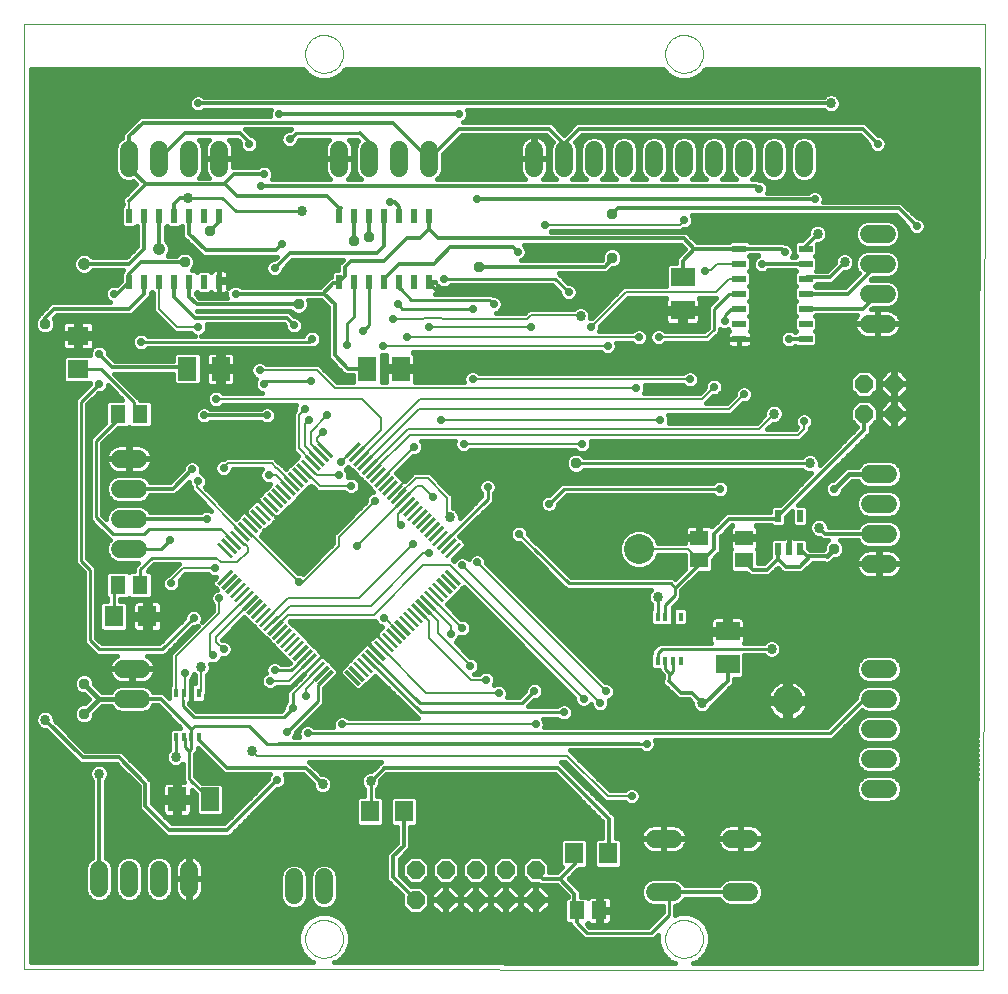
<source format=gtl>
G75*
%MOIN*%
%OFA0B0*%
%FSLAX24Y24*%
%IPPOS*%
%LPD*%
%AMOC8*
5,1,8,0,0,1.08239X$1,22.5*
%
%ADD10C,0.0000*%
%ADD11C,0.0600*%
%ADD12R,0.0110X0.0660*%
%ADD13R,0.0591X0.0512*%
%ADD14R,0.0472X0.0236*%
%ADD15R,0.0787X0.0630*%
%ADD16R,0.0236X0.0472*%
%ADD17R,0.0630X0.0787*%
%ADD18R,0.0157X0.0315*%
%ADD19R,0.0217X0.0433*%
%ADD20OC8,0.0600*%
%ADD21C,0.1000*%
%ADD22R,0.0630X0.0710*%
%ADD23R,0.0512X0.0591*%
%ADD24R,0.0710X0.0630*%
%ADD25R,0.0512X0.0630*%
%ADD26C,0.0160*%
%ADD27C,0.0080*%
%ADD28C,0.0120*%
%ADD29C,0.0337*%
%ADD30C,0.0290*%
%ADD31C,0.0100*%
%ADD32C,0.0376*%
%ADD33C,0.0110*%
%ADD34C,0.0416*%
D10*
X003760Y002393D02*
X003760Y033889D01*
X035780Y033889D01*
X035730Y002343D01*
X003760Y002393D01*
X013130Y003393D02*
X013132Y003443D01*
X013138Y003493D01*
X013148Y003542D01*
X013162Y003590D01*
X013179Y003637D01*
X013200Y003682D01*
X013225Y003726D01*
X013253Y003767D01*
X013285Y003806D01*
X013319Y003843D01*
X013356Y003877D01*
X013396Y003907D01*
X013438Y003934D01*
X013482Y003958D01*
X013528Y003979D01*
X013575Y003995D01*
X013623Y004008D01*
X013673Y004017D01*
X013722Y004022D01*
X013773Y004023D01*
X013823Y004020D01*
X013872Y004013D01*
X013921Y004002D01*
X013969Y003987D01*
X014015Y003969D01*
X014060Y003947D01*
X014103Y003921D01*
X014144Y003892D01*
X014183Y003860D01*
X014219Y003825D01*
X014251Y003787D01*
X014281Y003747D01*
X014308Y003704D01*
X014331Y003660D01*
X014350Y003614D01*
X014366Y003566D01*
X014378Y003517D01*
X014386Y003468D01*
X014390Y003418D01*
X014390Y003368D01*
X014386Y003318D01*
X014378Y003269D01*
X014366Y003220D01*
X014350Y003172D01*
X014331Y003126D01*
X014308Y003082D01*
X014281Y003039D01*
X014251Y002999D01*
X014219Y002961D01*
X014183Y002926D01*
X014144Y002894D01*
X014103Y002865D01*
X014060Y002839D01*
X014015Y002817D01*
X013969Y002799D01*
X013921Y002784D01*
X013872Y002773D01*
X013823Y002766D01*
X013773Y002763D01*
X013722Y002764D01*
X013673Y002769D01*
X013623Y002778D01*
X013575Y002791D01*
X013528Y002807D01*
X013482Y002828D01*
X013438Y002852D01*
X013396Y002879D01*
X013356Y002909D01*
X013319Y002943D01*
X013285Y002980D01*
X013253Y003019D01*
X013225Y003060D01*
X013200Y003104D01*
X013179Y003149D01*
X013162Y003196D01*
X013148Y003244D01*
X013138Y003293D01*
X013132Y003343D01*
X013130Y003393D01*
X025130Y003393D02*
X025132Y003443D01*
X025138Y003493D01*
X025148Y003542D01*
X025162Y003590D01*
X025179Y003637D01*
X025200Y003682D01*
X025225Y003726D01*
X025253Y003767D01*
X025285Y003806D01*
X025319Y003843D01*
X025356Y003877D01*
X025396Y003907D01*
X025438Y003934D01*
X025482Y003958D01*
X025528Y003979D01*
X025575Y003995D01*
X025623Y004008D01*
X025673Y004017D01*
X025722Y004022D01*
X025773Y004023D01*
X025823Y004020D01*
X025872Y004013D01*
X025921Y004002D01*
X025969Y003987D01*
X026015Y003969D01*
X026060Y003947D01*
X026103Y003921D01*
X026144Y003892D01*
X026183Y003860D01*
X026219Y003825D01*
X026251Y003787D01*
X026281Y003747D01*
X026308Y003704D01*
X026331Y003660D01*
X026350Y003614D01*
X026366Y003566D01*
X026378Y003517D01*
X026386Y003468D01*
X026390Y003418D01*
X026390Y003368D01*
X026386Y003318D01*
X026378Y003269D01*
X026366Y003220D01*
X026350Y003172D01*
X026331Y003126D01*
X026308Y003082D01*
X026281Y003039D01*
X026251Y002999D01*
X026219Y002961D01*
X026183Y002926D01*
X026144Y002894D01*
X026103Y002865D01*
X026060Y002839D01*
X026015Y002817D01*
X025969Y002799D01*
X025921Y002784D01*
X025872Y002773D01*
X025823Y002766D01*
X025773Y002763D01*
X025722Y002764D01*
X025673Y002769D01*
X025623Y002778D01*
X025575Y002791D01*
X025528Y002807D01*
X025482Y002828D01*
X025438Y002852D01*
X025396Y002879D01*
X025356Y002909D01*
X025319Y002943D01*
X025285Y002980D01*
X025253Y003019D01*
X025225Y003060D01*
X025200Y003104D01*
X025179Y003149D01*
X025162Y003196D01*
X025148Y003244D01*
X025138Y003293D01*
X025132Y003343D01*
X025130Y003393D01*
X025130Y032893D02*
X025132Y032943D01*
X025138Y032993D01*
X025148Y033042D01*
X025162Y033090D01*
X025179Y033137D01*
X025200Y033182D01*
X025225Y033226D01*
X025253Y033267D01*
X025285Y033306D01*
X025319Y033343D01*
X025356Y033377D01*
X025396Y033407D01*
X025438Y033434D01*
X025482Y033458D01*
X025528Y033479D01*
X025575Y033495D01*
X025623Y033508D01*
X025673Y033517D01*
X025722Y033522D01*
X025773Y033523D01*
X025823Y033520D01*
X025872Y033513D01*
X025921Y033502D01*
X025969Y033487D01*
X026015Y033469D01*
X026060Y033447D01*
X026103Y033421D01*
X026144Y033392D01*
X026183Y033360D01*
X026219Y033325D01*
X026251Y033287D01*
X026281Y033247D01*
X026308Y033204D01*
X026331Y033160D01*
X026350Y033114D01*
X026366Y033066D01*
X026378Y033017D01*
X026386Y032968D01*
X026390Y032918D01*
X026390Y032868D01*
X026386Y032818D01*
X026378Y032769D01*
X026366Y032720D01*
X026350Y032672D01*
X026331Y032626D01*
X026308Y032582D01*
X026281Y032539D01*
X026251Y032499D01*
X026219Y032461D01*
X026183Y032426D01*
X026144Y032394D01*
X026103Y032365D01*
X026060Y032339D01*
X026015Y032317D01*
X025969Y032299D01*
X025921Y032284D01*
X025872Y032273D01*
X025823Y032266D01*
X025773Y032263D01*
X025722Y032264D01*
X025673Y032269D01*
X025623Y032278D01*
X025575Y032291D01*
X025528Y032307D01*
X025482Y032328D01*
X025438Y032352D01*
X025396Y032379D01*
X025356Y032409D01*
X025319Y032443D01*
X025285Y032480D01*
X025253Y032519D01*
X025225Y032560D01*
X025200Y032604D01*
X025179Y032649D01*
X025162Y032696D01*
X025148Y032744D01*
X025138Y032793D01*
X025132Y032843D01*
X025130Y032893D01*
X013130Y032893D02*
X013132Y032943D01*
X013138Y032993D01*
X013148Y033042D01*
X013162Y033090D01*
X013179Y033137D01*
X013200Y033182D01*
X013225Y033226D01*
X013253Y033267D01*
X013285Y033306D01*
X013319Y033343D01*
X013356Y033377D01*
X013396Y033407D01*
X013438Y033434D01*
X013482Y033458D01*
X013528Y033479D01*
X013575Y033495D01*
X013623Y033508D01*
X013673Y033517D01*
X013722Y033522D01*
X013773Y033523D01*
X013823Y033520D01*
X013872Y033513D01*
X013921Y033502D01*
X013969Y033487D01*
X014015Y033469D01*
X014060Y033447D01*
X014103Y033421D01*
X014144Y033392D01*
X014183Y033360D01*
X014219Y033325D01*
X014251Y033287D01*
X014281Y033247D01*
X014308Y033204D01*
X014331Y033160D01*
X014350Y033114D01*
X014366Y033066D01*
X014378Y033017D01*
X014386Y032968D01*
X014390Y032918D01*
X014390Y032868D01*
X014386Y032818D01*
X014378Y032769D01*
X014366Y032720D01*
X014350Y032672D01*
X014331Y032626D01*
X014308Y032582D01*
X014281Y032539D01*
X014251Y032499D01*
X014219Y032461D01*
X014183Y032426D01*
X014144Y032394D01*
X014103Y032365D01*
X014060Y032339D01*
X014015Y032317D01*
X013969Y032299D01*
X013921Y032284D01*
X013872Y032273D01*
X013823Y032266D01*
X013773Y032263D01*
X013722Y032264D01*
X013673Y032269D01*
X013623Y032278D01*
X013575Y032291D01*
X013528Y032307D01*
X013482Y032328D01*
X013438Y032352D01*
X013396Y032379D01*
X013356Y032409D01*
X013319Y032443D01*
X013285Y032480D01*
X013253Y032519D01*
X013225Y032560D01*
X013200Y032604D01*
X013179Y032649D01*
X013162Y032696D01*
X013148Y032744D01*
X013138Y032793D01*
X013132Y032843D01*
X013130Y032893D01*
D11*
X014260Y029693D02*
X014260Y029093D01*
X015260Y029093D02*
X015260Y029693D01*
X016260Y029693D02*
X016260Y029093D01*
X017260Y029093D02*
X017260Y029693D01*
X020760Y029693D02*
X020760Y029093D01*
X021760Y029093D02*
X021760Y029693D01*
X022760Y029693D02*
X022760Y029093D01*
X023760Y029093D02*
X023760Y029693D01*
X024760Y029693D02*
X024760Y029093D01*
X025760Y029093D02*
X025760Y029693D01*
X026760Y029693D02*
X026760Y029093D01*
X027760Y029093D02*
X027760Y029693D01*
X028760Y029693D02*
X028760Y029093D01*
X029760Y029093D02*
X029760Y029693D01*
X031910Y026893D02*
X032510Y026893D01*
X032510Y025893D02*
X031910Y025893D01*
X031910Y024893D02*
X032510Y024893D01*
X032510Y023893D02*
X031910Y023893D01*
X031960Y018893D02*
X032560Y018893D01*
X032560Y017893D02*
X031960Y017893D01*
X031960Y016893D02*
X032560Y016893D01*
X032560Y015893D02*
X031960Y015893D01*
X031960Y012393D02*
X032560Y012393D01*
X032560Y011393D02*
X031960Y011393D01*
X031960Y010393D02*
X032560Y010393D01*
X032560Y009393D02*
X031960Y009393D01*
X031960Y008393D02*
X032560Y008393D01*
X027940Y006733D02*
X027340Y006733D01*
X027340Y004953D02*
X027940Y004953D01*
X025380Y004953D02*
X024780Y004953D01*
X024780Y006733D02*
X025380Y006733D01*
X013760Y005443D02*
X013760Y004843D01*
X012760Y004843D02*
X012760Y005443D01*
X009260Y005693D02*
X009260Y005093D01*
X008260Y005093D02*
X008260Y005693D01*
X007260Y005693D02*
X007260Y005093D01*
X006260Y005093D02*
X006260Y005693D01*
X007060Y011393D02*
X007660Y011393D01*
X007660Y012393D02*
X007060Y012393D01*
X006960Y016393D02*
X007560Y016393D01*
X007560Y017393D02*
X006960Y017393D01*
X006960Y018393D02*
X007560Y018393D01*
X007560Y019393D02*
X006960Y019393D01*
X007260Y029093D02*
X007260Y029693D01*
X008260Y029693D02*
X008260Y029093D01*
X009260Y029093D02*
X009260Y029693D01*
X010260Y029693D02*
X010260Y029093D01*
D12*
G36*
X014079Y019489D02*
X014001Y019411D01*
X013535Y019877D01*
X013613Y019955D01*
X014079Y019489D01*
G37*
G36*
X013945Y019355D02*
X013867Y019277D01*
X013401Y019743D01*
X013479Y019821D01*
X013945Y019355D01*
G37*
G36*
X013803Y019214D02*
X013725Y019136D01*
X013259Y019602D01*
X013337Y019680D01*
X013803Y019214D01*
G37*
G36*
X013662Y019072D02*
X013584Y018994D01*
X013118Y019460D01*
X013196Y019538D01*
X013662Y019072D01*
G37*
G36*
X013520Y018931D02*
X013442Y018853D01*
X012976Y019319D01*
X013054Y019397D01*
X013520Y018931D01*
G37*
G36*
X013386Y018796D02*
X013308Y018718D01*
X012842Y019184D01*
X012920Y019262D01*
X013386Y018796D01*
G37*
G36*
X013245Y018655D02*
X013167Y018577D01*
X012701Y019043D01*
X012779Y019121D01*
X013245Y018655D01*
G37*
G36*
X013103Y018514D02*
X013025Y018436D01*
X012559Y018902D01*
X012637Y018980D01*
X013103Y018514D01*
G37*
G36*
X012969Y018379D02*
X012891Y018301D01*
X012425Y018767D01*
X012503Y018845D01*
X012969Y018379D01*
G37*
G36*
X012827Y018238D02*
X012749Y018160D01*
X012283Y018626D01*
X012361Y018704D01*
X012827Y018238D01*
G37*
G36*
X012686Y018096D02*
X012608Y018018D01*
X012142Y018484D01*
X012220Y018562D01*
X012686Y018096D01*
G37*
G36*
X012552Y017962D02*
X012474Y017884D01*
X012008Y018350D01*
X012086Y018428D01*
X012552Y017962D01*
G37*
G36*
X012410Y017821D02*
X012332Y017743D01*
X011866Y018209D01*
X011944Y018287D01*
X012410Y017821D01*
G37*
G36*
X012269Y017679D02*
X012191Y017601D01*
X011725Y018067D01*
X011803Y018145D01*
X012269Y017679D01*
G37*
G36*
X012134Y017545D02*
X012056Y017467D01*
X011590Y017933D01*
X011668Y018011D01*
X012134Y017545D01*
G37*
G36*
X011993Y017403D02*
X011915Y017325D01*
X011449Y017791D01*
X011527Y017869D01*
X011993Y017403D01*
G37*
G36*
X011852Y017262D02*
X011774Y017184D01*
X011308Y017650D01*
X011386Y017728D01*
X011852Y017262D01*
G37*
G36*
X011717Y017128D02*
X011639Y017050D01*
X011173Y017516D01*
X011251Y017594D01*
X011717Y017128D01*
G37*
G36*
X011576Y016986D02*
X011498Y016908D01*
X011032Y017374D01*
X011110Y017452D01*
X011576Y016986D01*
G37*
G36*
X011434Y016845D02*
X011356Y016767D01*
X010890Y017233D01*
X010968Y017311D01*
X011434Y016845D01*
G37*
G36*
X011300Y016710D02*
X011222Y016632D01*
X010756Y017098D01*
X010834Y017176D01*
X011300Y016710D01*
G37*
G36*
X011159Y016569D02*
X011081Y016491D01*
X010615Y016957D01*
X010693Y017035D01*
X011159Y016569D01*
G37*
G36*
X011017Y016428D02*
X010939Y016350D01*
X010473Y016816D01*
X010551Y016894D01*
X011017Y016428D01*
G37*
G36*
X010876Y016286D02*
X010798Y016208D01*
X010332Y016674D01*
X010410Y016752D01*
X010876Y016286D01*
G37*
G36*
X010741Y016152D02*
X010663Y016074D01*
X010197Y016540D01*
X010275Y016618D01*
X010741Y016152D01*
G37*
G36*
X010663Y015713D02*
X010741Y015635D01*
X010275Y015169D01*
X010197Y015247D01*
X010663Y015713D01*
G37*
G36*
X010798Y015578D02*
X010876Y015500D01*
X010410Y015034D01*
X010332Y015112D01*
X010798Y015578D01*
G37*
G36*
X010939Y015437D02*
X011017Y015359D01*
X010551Y014893D01*
X010473Y014971D01*
X010939Y015437D01*
G37*
G36*
X011081Y015296D02*
X011159Y015218D01*
X010693Y014752D01*
X010615Y014830D01*
X011081Y015296D01*
G37*
G36*
X011222Y015154D02*
X011300Y015076D01*
X010834Y014610D01*
X010756Y014688D01*
X011222Y015154D01*
G37*
G36*
X011356Y015020D02*
X011434Y014942D01*
X010968Y014476D01*
X010890Y014554D01*
X011356Y015020D01*
G37*
G36*
X011498Y014878D02*
X011576Y014800D01*
X011110Y014334D01*
X011032Y014412D01*
X011498Y014878D01*
G37*
G36*
X011639Y014737D02*
X011717Y014659D01*
X011251Y014193D01*
X011173Y014271D01*
X011639Y014737D01*
G37*
G36*
X011774Y014603D02*
X011852Y014525D01*
X011386Y014059D01*
X011308Y014137D01*
X011774Y014603D01*
G37*
G36*
X011915Y014461D02*
X011993Y014383D01*
X011527Y013917D01*
X011449Y013995D01*
X011915Y014461D01*
G37*
G36*
X012056Y014320D02*
X012134Y014242D01*
X011668Y013776D01*
X011590Y013854D01*
X012056Y014320D01*
G37*
G36*
X012191Y014185D02*
X012269Y014107D01*
X011803Y013641D01*
X011725Y013719D01*
X012191Y014185D01*
G37*
G36*
X012332Y014044D02*
X012410Y013966D01*
X011944Y013500D01*
X011866Y013578D01*
X012332Y014044D01*
G37*
G36*
X012474Y013903D02*
X012552Y013825D01*
X012086Y013359D01*
X012008Y013437D01*
X012474Y013903D01*
G37*
G36*
X012608Y013768D02*
X012686Y013690D01*
X012220Y013224D01*
X012142Y013302D01*
X012608Y013768D01*
G37*
G36*
X012749Y013627D02*
X012827Y013549D01*
X012361Y013083D01*
X012283Y013161D01*
X012749Y013627D01*
G37*
G36*
X012891Y013485D02*
X012969Y013407D01*
X012503Y012941D01*
X012425Y013019D01*
X012891Y013485D01*
G37*
G36*
X013025Y013351D02*
X013103Y013273D01*
X012637Y012807D01*
X012559Y012885D01*
X013025Y013351D01*
G37*
G36*
X013167Y013210D02*
X013245Y013132D01*
X012779Y012666D01*
X012701Y012744D01*
X013167Y013210D01*
G37*
G36*
X013308Y013068D02*
X013386Y012990D01*
X012920Y012524D01*
X012842Y012602D01*
X013308Y013068D01*
G37*
G36*
X013442Y012934D02*
X013520Y012856D01*
X013054Y012390D01*
X012976Y012468D01*
X013442Y012934D01*
G37*
G36*
X013584Y012792D02*
X013662Y012714D01*
X013196Y012248D01*
X013118Y012326D01*
X013584Y012792D01*
G37*
G36*
X013725Y012651D02*
X013803Y012573D01*
X013337Y012107D01*
X013259Y012185D01*
X013725Y012651D01*
G37*
G36*
X013867Y012510D02*
X013945Y012432D01*
X013479Y011966D01*
X013401Y012044D01*
X013867Y012510D01*
G37*
G36*
X014001Y012375D02*
X014079Y012297D01*
X013613Y011831D01*
X013535Y011909D01*
X014001Y012375D01*
G37*
G36*
X014984Y011909D02*
X014906Y011831D01*
X014440Y012297D01*
X014518Y012375D01*
X014984Y011909D01*
G37*
G36*
X015118Y012044D02*
X015040Y011966D01*
X014574Y012432D01*
X014652Y012510D01*
X015118Y012044D01*
G37*
G36*
X015260Y012185D02*
X015182Y012107D01*
X014716Y012573D01*
X014794Y012651D01*
X015260Y012185D01*
G37*
G36*
X015401Y012326D02*
X015323Y012248D01*
X014857Y012714D01*
X014935Y012792D01*
X015401Y012326D01*
G37*
G36*
X015543Y012468D02*
X015465Y012390D01*
X014999Y012856D01*
X015077Y012934D01*
X015543Y012468D01*
G37*
G36*
X015677Y012602D02*
X015599Y012524D01*
X015133Y012990D01*
X015211Y013068D01*
X015677Y012602D01*
G37*
G36*
X015818Y012744D02*
X015740Y012666D01*
X015274Y013132D01*
X015352Y013210D01*
X015818Y012744D01*
G37*
G36*
X015960Y012885D02*
X015882Y012807D01*
X015416Y013273D01*
X015494Y013351D01*
X015960Y012885D01*
G37*
G36*
X016094Y013019D02*
X016016Y012941D01*
X015550Y013407D01*
X015628Y013485D01*
X016094Y013019D01*
G37*
G36*
X016236Y013161D02*
X016158Y013083D01*
X015692Y013549D01*
X015770Y013627D01*
X016236Y013161D01*
G37*
G36*
X016377Y013302D02*
X016299Y013224D01*
X015833Y013690D01*
X015911Y013768D01*
X016377Y013302D01*
G37*
G36*
X016511Y013437D02*
X016433Y013359D01*
X015967Y013825D01*
X016045Y013903D01*
X016511Y013437D01*
G37*
G36*
X016653Y013578D02*
X016575Y013500D01*
X016109Y013966D01*
X016187Y014044D01*
X016653Y013578D01*
G37*
G36*
X016794Y013719D02*
X016716Y013641D01*
X016250Y014107D01*
X016328Y014185D01*
X016794Y013719D01*
G37*
G36*
X016929Y013854D02*
X016851Y013776D01*
X016385Y014242D01*
X016463Y014320D01*
X016929Y013854D01*
G37*
G36*
X017070Y013995D02*
X016992Y013917D01*
X016526Y014383D01*
X016604Y014461D01*
X017070Y013995D01*
G37*
G36*
X017211Y014137D02*
X017133Y014059D01*
X016667Y014525D01*
X016745Y014603D01*
X017211Y014137D01*
G37*
G36*
X017346Y014271D02*
X017268Y014193D01*
X016802Y014659D01*
X016880Y014737D01*
X017346Y014271D01*
G37*
G36*
X017487Y014412D02*
X017409Y014334D01*
X016943Y014800D01*
X017021Y014878D01*
X017487Y014412D01*
G37*
G36*
X017629Y014554D02*
X017551Y014476D01*
X017085Y014942D01*
X017163Y015020D01*
X017629Y014554D01*
G37*
G36*
X017763Y014688D02*
X017685Y014610D01*
X017219Y015076D01*
X017297Y015154D01*
X017763Y014688D01*
G37*
G36*
X017904Y014830D02*
X017826Y014752D01*
X017360Y015218D01*
X017438Y015296D01*
X017904Y014830D01*
G37*
G36*
X018046Y014971D02*
X017968Y014893D01*
X017502Y015359D01*
X017580Y015437D01*
X018046Y014971D01*
G37*
G36*
X018187Y015112D02*
X018109Y015034D01*
X017643Y015500D01*
X017721Y015578D01*
X018187Y015112D01*
G37*
G36*
X018322Y015247D02*
X018244Y015169D01*
X017778Y015635D01*
X017856Y015713D01*
X018322Y015247D01*
G37*
G36*
X018244Y016618D02*
X018322Y016540D01*
X017856Y016074D01*
X017778Y016152D01*
X018244Y016618D01*
G37*
G36*
X018109Y016752D02*
X018187Y016674D01*
X017721Y016208D01*
X017643Y016286D01*
X018109Y016752D01*
G37*
G36*
X017968Y016894D02*
X018046Y016816D01*
X017580Y016350D01*
X017502Y016428D01*
X017968Y016894D01*
G37*
G36*
X017826Y017035D02*
X017904Y016957D01*
X017438Y016491D01*
X017360Y016569D01*
X017826Y017035D01*
G37*
G36*
X017685Y017176D02*
X017763Y017098D01*
X017297Y016632D01*
X017219Y016710D01*
X017685Y017176D01*
G37*
G36*
X017551Y017311D02*
X017629Y017233D01*
X017163Y016767D01*
X017085Y016845D01*
X017551Y017311D01*
G37*
G36*
X017409Y017452D02*
X017487Y017374D01*
X017021Y016908D01*
X016943Y016986D01*
X017409Y017452D01*
G37*
G36*
X017268Y017594D02*
X017346Y017516D01*
X016880Y017050D01*
X016802Y017128D01*
X017268Y017594D01*
G37*
G36*
X017133Y017728D02*
X017211Y017650D01*
X016745Y017184D01*
X016667Y017262D01*
X017133Y017728D01*
G37*
G36*
X016992Y017869D02*
X017070Y017791D01*
X016604Y017325D01*
X016526Y017403D01*
X016992Y017869D01*
G37*
G36*
X016851Y018011D02*
X016929Y017933D01*
X016463Y017467D01*
X016385Y017545D01*
X016851Y018011D01*
G37*
G36*
X016716Y018145D02*
X016794Y018067D01*
X016328Y017601D01*
X016250Y017679D01*
X016716Y018145D01*
G37*
G36*
X016575Y018287D02*
X016653Y018209D01*
X016187Y017743D01*
X016109Y017821D01*
X016575Y018287D01*
G37*
G36*
X016433Y018428D02*
X016511Y018350D01*
X016045Y017884D01*
X015967Y017962D01*
X016433Y018428D01*
G37*
G36*
X016299Y018562D02*
X016377Y018484D01*
X015911Y018018D01*
X015833Y018096D01*
X016299Y018562D01*
G37*
G36*
X016158Y018704D02*
X016236Y018626D01*
X015770Y018160D01*
X015692Y018238D01*
X016158Y018704D01*
G37*
G36*
X016016Y018845D02*
X016094Y018767D01*
X015628Y018301D01*
X015550Y018379D01*
X016016Y018845D01*
G37*
G36*
X015882Y018980D02*
X015960Y018902D01*
X015494Y018436D01*
X015416Y018514D01*
X015882Y018980D01*
G37*
G36*
X015740Y019121D02*
X015818Y019043D01*
X015352Y018577D01*
X015274Y018655D01*
X015740Y019121D01*
G37*
G36*
X015599Y019262D02*
X015677Y019184D01*
X015211Y018718D01*
X015133Y018796D01*
X015599Y019262D01*
G37*
G36*
X015465Y019397D02*
X015543Y019319D01*
X015077Y018853D01*
X014999Y018931D01*
X015465Y019397D01*
G37*
G36*
X015323Y019538D02*
X015401Y019460D01*
X014935Y018994D01*
X014857Y019072D01*
X015323Y019538D01*
G37*
G36*
X015182Y019680D02*
X015260Y019602D01*
X014794Y019136D01*
X014716Y019214D01*
X015182Y019680D01*
G37*
G36*
X015040Y019821D02*
X015118Y019743D01*
X014652Y019277D01*
X014574Y019355D01*
X015040Y019821D01*
G37*
G36*
X014906Y019955D02*
X014984Y019877D01*
X014518Y019411D01*
X014440Y019489D01*
X014906Y019955D01*
G37*
D13*
X026260Y016767D03*
X026260Y016019D03*
X027760Y016019D03*
X027760Y016767D03*
D14*
X027607Y023393D03*
X027607Y023893D03*
X027607Y024393D03*
X027607Y024893D03*
X027607Y025393D03*
X027607Y025893D03*
X027607Y026393D03*
X029812Y026393D03*
X029812Y025893D03*
X029812Y025393D03*
X029812Y024893D03*
X029812Y024393D03*
X029812Y023893D03*
X029812Y023393D03*
D15*
X025710Y024342D03*
X025710Y025444D03*
X027210Y013644D03*
X027210Y012542D03*
D16*
X017260Y025291D03*
X016760Y025291D03*
X016260Y025291D03*
X015760Y025291D03*
X015260Y025291D03*
X014760Y025291D03*
X014260Y025291D03*
X014260Y027496D03*
X014760Y027496D03*
X015260Y027496D03*
X015760Y027496D03*
X016260Y027496D03*
X016760Y027496D03*
X017260Y027496D03*
X010260Y027496D03*
X009760Y027496D03*
X009260Y027496D03*
X008760Y027496D03*
X008260Y027496D03*
X007760Y027496D03*
X007260Y027496D03*
X007260Y025291D03*
X007760Y025291D03*
X008260Y025291D03*
X008760Y025291D03*
X009260Y025291D03*
X009760Y025291D03*
X010260Y025291D03*
D17*
X010311Y022393D03*
X009208Y022393D03*
X015208Y022393D03*
X016311Y022393D03*
X009961Y008043D03*
X008858Y008043D03*
D18*
X008826Y010105D03*
X009082Y010105D03*
X009337Y010105D03*
X009593Y010105D03*
X009593Y011581D03*
X009337Y011581D03*
X009082Y011581D03*
X008826Y011581D03*
X024876Y012655D03*
X025132Y012655D03*
X025387Y012655D03*
X025643Y012655D03*
X025643Y014131D03*
X025387Y014131D03*
X025132Y014131D03*
X024876Y014131D03*
D19*
X028885Y016381D03*
X029260Y016381D03*
X029634Y016381D03*
X029634Y017484D03*
X028885Y017484D03*
D20*
X031760Y020893D03*
X032760Y020893D03*
X032760Y021893D03*
X031760Y021893D03*
X020810Y005693D03*
X020810Y004693D03*
X019810Y004693D03*
X019810Y005693D03*
X018810Y005693D03*
X017810Y005693D03*
X017810Y004693D03*
X018810Y004693D03*
X016810Y004693D03*
X016810Y005693D03*
D21*
X024260Y016393D03*
X029210Y011343D03*
D22*
X023219Y006243D03*
X022100Y006243D03*
X016419Y007643D03*
X015300Y007643D03*
X007869Y014143D03*
X006750Y014143D03*
D23*
X022185Y004343D03*
X022934Y004343D03*
D24*
X005560Y022383D03*
X005560Y023503D03*
D25*
X006885Y020893D03*
X007634Y020893D03*
X007634Y015193D03*
X006885Y015193D03*
D26*
X006470Y015232D02*
X006170Y015232D01*
X006170Y015390D02*
X006470Y015390D01*
X006470Y015549D02*
X006170Y015549D01*
X006170Y015707D02*
X007424Y015707D01*
X007424Y015668D02*
X007311Y015668D01*
X007260Y015616D01*
X007208Y015668D01*
X006563Y015668D01*
X006470Y015575D01*
X006470Y014812D01*
X006540Y014742D01*
X006540Y014658D01*
X006368Y014658D01*
X006275Y014565D01*
X006275Y013722D01*
X006368Y013628D01*
X007131Y013628D01*
X007225Y013722D01*
X007225Y014565D01*
X007131Y014658D01*
X006960Y014658D01*
X006960Y014718D01*
X007208Y014718D01*
X007260Y014770D01*
X007311Y014718D01*
X007956Y014718D01*
X008049Y014812D01*
X008049Y015575D01*
X007956Y015668D01*
X007881Y015668D01*
X008096Y015883D01*
X008917Y015883D01*
X008860Y015826D01*
X008570Y015536D01*
X008487Y015502D01*
X008401Y015416D01*
X008355Y015304D01*
X008355Y015183D01*
X008401Y015071D01*
X008487Y014985D01*
X008599Y014938D01*
X008720Y014938D01*
X008832Y014985D01*
X008918Y015071D01*
X008965Y015183D01*
X008965Y015304D01*
X008947Y015347D01*
X009142Y015543D01*
X009878Y015543D01*
X009937Y015485D01*
X010049Y015438D01*
X010163Y015438D01*
X010037Y015313D01*
X010037Y015180D01*
X010172Y015046D01*
X010181Y015037D01*
X010097Y015002D01*
X010011Y014916D01*
X009965Y014804D01*
X009965Y014683D01*
X010011Y014571D01*
X010070Y014512D01*
X010070Y014336D01*
X009678Y013945D01*
X009715Y014033D01*
X009715Y014154D01*
X009668Y014266D01*
X009582Y014352D01*
X009470Y014398D01*
X009349Y014398D01*
X009237Y014352D01*
X009151Y014266D01*
X009105Y014154D01*
X009105Y014085D01*
X008273Y013253D01*
X006346Y013253D01*
X006170Y013430D01*
X006170Y015780D01*
X006046Y015903D01*
X005870Y016080D01*
X005870Y021206D01*
X006251Y021588D01*
X006320Y021588D01*
X006432Y021635D01*
X006518Y021721D01*
X006565Y021833D01*
X006565Y021841D01*
X007038Y021368D01*
X006563Y021368D01*
X006470Y021275D01*
X006470Y020600D01*
X005950Y020080D01*
X005950Y019906D01*
X005950Y017356D01*
X006073Y017233D01*
X006611Y016695D01*
X006570Y016654D01*
X006500Y016485D01*
X006500Y016302D01*
X006570Y016133D01*
X006699Y016003D01*
X006868Y015933D01*
X007553Y015933D01*
X007424Y015804D01*
X007424Y015668D01*
X007485Y015866D02*
X006084Y015866D01*
X006046Y015903D02*
X006046Y015903D01*
X005925Y016024D02*
X006678Y016024D01*
X006549Y016183D02*
X005870Y016183D01*
X005870Y016341D02*
X006500Y016341D01*
X006506Y016500D02*
X005870Y016500D01*
X005870Y016658D02*
X006574Y016658D01*
X006489Y016817D02*
X005870Y016817D01*
X005870Y016975D02*
X006331Y016975D01*
X006172Y017134D02*
X005870Y017134D01*
X005870Y017292D02*
X006014Y017292D01*
X005950Y017451D02*
X005870Y017451D01*
X005870Y017609D02*
X005950Y017609D01*
X005950Y017768D02*
X005870Y017768D01*
X005870Y017926D02*
X005950Y017926D01*
X005950Y018085D02*
X005870Y018085D01*
X005870Y018243D02*
X005950Y018243D01*
X005950Y018402D02*
X005870Y018402D01*
X005870Y018560D02*
X005950Y018560D01*
X005950Y018719D02*
X005870Y018719D01*
X005870Y018877D02*
X005950Y018877D01*
X005950Y019036D02*
X005870Y019036D01*
X005870Y019194D02*
X005950Y019194D01*
X005950Y019353D02*
X005870Y019353D01*
X005870Y019511D02*
X005950Y019511D01*
X005950Y019670D02*
X005870Y019670D01*
X005870Y019828D02*
X005950Y019828D01*
X005950Y019987D02*
X005870Y019987D01*
X005870Y020145D02*
X006015Y020145D01*
X005870Y020304D02*
X006173Y020304D01*
X006332Y020462D02*
X005870Y020462D01*
X005870Y020621D02*
X006470Y020621D01*
X006470Y020779D02*
X005870Y020779D01*
X005870Y020938D02*
X006470Y020938D01*
X006470Y021096D02*
X005870Y021096D01*
X005918Y021255D02*
X006470Y021255D01*
X006235Y021572D02*
X006834Y021572D01*
X006675Y021730D02*
X006522Y021730D01*
X006077Y021413D02*
X006993Y021413D01*
X007269Y021730D02*
X011497Y021730D01*
X011501Y021721D02*
X011587Y021635D01*
X011687Y021593D01*
X010391Y021593D01*
X010332Y021652D01*
X010220Y021698D01*
X010099Y021698D01*
X009987Y021652D01*
X009901Y021566D01*
X009855Y021454D01*
X009855Y021333D01*
X009901Y021221D01*
X009987Y021135D01*
X010099Y021088D01*
X010220Y021088D01*
X010332Y021135D01*
X010391Y021193D01*
X012842Y021193D01*
X012805Y021104D01*
X012805Y021021D01*
X012710Y020926D01*
X012710Y019664D01*
X012827Y019546D01*
X012902Y019471D01*
X012816Y019386D01*
X012816Y019386D01*
X012712Y019281D01*
X012712Y019281D01*
X012540Y019110D01*
X012540Y019110D01*
X012492Y019061D01*
X012377Y019176D01*
X012260Y019293D01*
X012242Y019293D01*
X012092Y019443D01*
X010477Y019443D01*
X010432Y019398D01*
X010349Y019398D01*
X010237Y019352D01*
X010151Y019266D01*
X010105Y019154D01*
X010105Y019033D01*
X010151Y018921D01*
X010237Y018835D01*
X010349Y018788D01*
X010470Y018788D01*
X010582Y018835D01*
X010668Y018921D01*
X010715Y019033D01*
X010715Y019043D01*
X011678Y019043D01*
X011651Y019016D01*
X011605Y018904D01*
X011605Y018783D01*
X011651Y018671D01*
X011737Y018585D01*
X011849Y018538D01*
X011969Y018538D01*
X011877Y018447D01*
X011706Y018275D01*
X011613Y018183D01*
X011598Y018179D01*
X011557Y018155D01*
X011502Y018099D01*
X011446Y018044D01*
X011422Y018003D01*
X011418Y017988D01*
X011319Y017888D01*
X011196Y017766D01*
X011181Y017762D01*
X011140Y017738D01*
X011085Y017682D01*
X011147Y017620D01*
X011147Y017620D01*
X011085Y017682D01*
X011029Y017627D01*
X011005Y017586D01*
X011001Y017571D01*
X010872Y017441D01*
X010872Y017441D01*
X010833Y017403D01*
X009792Y018444D01*
X009818Y018471D01*
X009865Y018583D01*
X009865Y018704D01*
X009818Y018816D01*
X009732Y018902D01*
X009646Y018938D01*
X009665Y018983D01*
X009665Y019104D01*
X009618Y019216D01*
X009532Y019302D01*
X009420Y019348D01*
X009299Y019348D01*
X009187Y019302D01*
X009101Y019216D01*
X009055Y019104D01*
X009055Y019049D01*
X008618Y018613D01*
X007966Y018613D01*
X007949Y018654D01*
X007820Y018783D01*
X007651Y018853D01*
X006868Y018853D01*
X006699Y018783D01*
X006570Y018654D01*
X006500Y018485D01*
X006500Y018302D01*
X006570Y018133D01*
X006699Y018003D01*
X006868Y017933D01*
X007651Y017933D01*
X007820Y018003D01*
X007949Y018133D01*
X007966Y018173D01*
X008801Y018173D01*
X008930Y018302D01*
X009255Y018627D01*
X009255Y018583D01*
X009301Y018471D01*
X009310Y018462D01*
X009310Y018360D01*
X009427Y018243D01*
X010008Y017662D01*
X009920Y017698D01*
X009799Y017698D01*
X009687Y017652D01*
X009648Y017613D01*
X007966Y017613D01*
X007949Y017654D01*
X007820Y017783D01*
X007651Y017853D01*
X006868Y017853D01*
X006699Y017783D01*
X006570Y017654D01*
X006500Y017485D01*
X006500Y017400D01*
X006370Y017530D01*
X006370Y019906D01*
X006882Y020418D01*
X007208Y020418D01*
X007260Y020470D01*
X007311Y020418D01*
X007956Y020418D01*
X008049Y020512D01*
X008049Y021275D01*
X007956Y021368D01*
X007620Y021368D01*
X007620Y021380D01*
X007496Y021503D01*
X006775Y022224D01*
X008733Y022224D01*
X008733Y021933D01*
X008827Y021840D01*
X009590Y021840D01*
X009683Y021933D01*
X009683Y022853D01*
X009590Y022947D01*
X008827Y022947D01*
X008733Y022853D01*
X008733Y022664D01*
X006799Y022664D01*
X006565Y022899D01*
X006565Y022954D01*
X006518Y023066D01*
X006432Y023152D01*
X006320Y023198D01*
X006199Y023198D01*
X006092Y023154D01*
X006094Y023164D01*
X006094Y023426D01*
X005637Y023426D01*
X005637Y023581D01*
X005482Y023581D01*
X005482Y023998D01*
X005181Y023998D01*
X005135Y023986D01*
X005094Y023962D01*
X005061Y023929D01*
X005037Y023888D01*
X005025Y023842D01*
X005025Y023581D01*
X005482Y023581D01*
X005482Y023426D01*
X005025Y023426D01*
X005025Y023164D01*
X005037Y023119D01*
X005061Y023078D01*
X005094Y023044D01*
X005135Y023020D01*
X005181Y023008D01*
X005482Y023008D01*
X005482Y023426D01*
X005637Y023426D01*
X005637Y023008D01*
X005938Y023008D01*
X005982Y023020D01*
X005955Y022954D01*
X005955Y022858D01*
X005138Y022858D01*
X005045Y022765D01*
X005045Y022002D01*
X005138Y021909D01*
X005955Y021909D01*
X005955Y021885D01*
X005450Y021380D01*
X005450Y015906D01*
X005750Y015606D01*
X005750Y013256D01*
X006050Y012956D01*
X006173Y012833D01*
X006866Y012833D01*
X006808Y012804D01*
X006747Y012759D01*
X006693Y012706D01*
X006649Y012645D01*
X006615Y012578D01*
X006591Y012506D01*
X006580Y012431D01*
X006580Y012413D01*
X007340Y012413D01*
X007340Y012373D01*
X007380Y012373D01*
X007380Y012413D01*
X008140Y012413D01*
X008140Y012431D01*
X008128Y012506D01*
X008104Y012578D01*
X008070Y012645D01*
X008026Y012706D01*
X007972Y012759D01*
X007911Y012804D01*
X007853Y012833D01*
X008446Y012833D01*
X009401Y013788D01*
X009470Y013788D01*
X009558Y013825D01*
X008626Y012892D01*
X008626Y011844D01*
X008587Y011805D01*
X008587Y011433D01*
X008407Y011613D01*
X008066Y011613D01*
X008049Y011654D01*
X007920Y011783D01*
X007751Y011853D01*
X006968Y011853D01*
X006799Y011783D01*
X006670Y011654D01*
X006661Y011633D01*
X006359Y011633D01*
X006108Y011885D01*
X006108Y011963D01*
X006055Y012090D01*
X005957Y012188D01*
X005829Y012241D01*
X005690Y012241D01*
X005562Y012188D01*
X005464Y012090D01*
X005411Y011963D01*
X005411Y011824D01*
X005464Y011696D01*
X005562Y011598D01*
X005690Y011545D01*
X005768Y011545D01*
X005920Y011393D01*
X005768Y011241D01*
X005690Y011241D01*
X005562Y011188D01*
X005464Y011090D01*
X005411Y010963D01*
X005411Y010824D01*
X005464Y010696D01*
X005562Y010598D01*
X005690Y010545D01*
X005829Y010545D01*
X005957Y010598D01*
X006055Y010696D01*
X006108Y010824D01*
X006108Y010902D01*
X006359Y011153D01*
X006661Y011153D01*
X006670Y011133D01*
X006799Y011003D01*
X006968Y010933D01*
X007751Y010933D01*
X007920Y011003D01*
X008049Y011133D01*
X008066Y011173D01*
X008224Y011173D01*
X008975Y010423D01*
X008681Y010423D01*
X008587Y010329D01*
X008587Y009881D01*
X008600Y009869D01*
X008600Y009698D01*
X008531Y009629D01*
X008481Y009509D01*
X008481Y009378D01*
X008531Y009257D01*
X008623Y009165D01*
X008744Y009115D01*
X008875Y009115D01*
X008996Y009165D01*
X009050Y009219D01*
X009050Y008656D01*
X009089Y008617D01*
X008936Y008617D01*
X008936Y008121D01*
X008781Y008121D01*
X008781Y008617D01*
X008520Y008617D01*
X008474Y008605D01*
X008433Y008581D01*
X008399Y008548D01*
X008376Y008506D01*
X008363Y008461D01*
X008363Y008121D01*
X008781Y008121D01*
X008781Y007966D01*
X008936Y007966D01*
X008936Y008121D01*
X009353Y008121D01*
X009353Y008354D01*
X009486Y008221D01*
X009486Y007583D01*
X009579Y007490D01*
X010342Y007490D01*
X010436Y007583D01*
X010436Y008503D01*
X010342Y008597D01*
X009704Y008597D01*
X009547Y008754D01*
X009470Y008831D01*
X009470Y009556D01*
X009547Y009634D01*
X009547Y009744D01*
X010418Y008873D01*
X011948Y008873D01*
X011941Y008866D01*
X011895Y008754D01*
X011895Y008709D01*
X011860Y008674D01*
X010428Y007243D01*
X008691Y007243D01*
X008020Y007914D01*
X008020Y008654D01*
X007891Y008783D01*
X007891Y008783D01*
X007011Y009663D01*
X005801Y009663D01*
X004788Y010676D01*
X004788Y010759D01*
X004738Y010879D01*
X004646Y010972D01*
X004525Y011022D01*
X004394Y011022D01*
X004273Y010972D01*
X004181Y010879D01*
X004131Y010759D01*
X004131Y010628D01*
X004181Y010507D01*
X004273Y010415D01*
X004394Y010365D01*
X004477Y010365D01*
X005618Y009223D01*
X006828Y009223D01*
X007580Y008472D01*
X007580Y007732D01*
X008380Y006932D01*
X008508Y006803D01*
X010611Y006803D01*
X012171Y008363D01*
X012181Y008363D01*
X012206Y008388D01*
X012260Y008388D01*
X012372Y008435D01*
X012458Y008521D01*
X012505Y008633D01*
X012505Y008754D01*
X012458Y008866D01*
X012451Y008873D01*
X013068Y008873D01*
X013381Y008561D01*
X013381Y008478D01*
X013431Y008357D01*
X013523Y008265D01*
X013644Y008215D01*
X013775Y008215D01*
X013896Y008265D01*
X013988Y008357D01*
X014038Y008478D01*
X014038Y008609D01*
X013988Y008729D01*
X013896Y008822D01*
X013775Y008872D01*
X013692Y008872D01*
X013271Y009293D01*
X015648Y009293D01*
X015540Y009184D01*
X015540Y009170D01*
X015341Y008972D01*
X015244Y008972D01*
X015123Y008922D01*
X015031Y008829D01*
X014981Y008709D01*
X014981Y008578D01*
X015031Y008457D01*
X015100Y008389D01*
X015100Y008158D01*
X014918Y008158D01*
X014825Y008065D01*
X014825Y007222D01*
X014918Y007128D01*
X015681Y007128D01*
X015775Y007222D01*
X015775Y008065D01*
X015681Y008158D01*
X015520Y008158D01*
X015520Y008389D01*
X015588Y008457D01*
X015638Y008578D01*
X015638Y008675D01*
X015836Y008873D01*
X021468Y008873D01*
X023040Y007302D01*
X023040Y006758D01*
X022838Y006758D01*
X022744Y006665D01*
X022744Y005822D01*
X022838Y005728D01*
X023601Y005728D01*
X023694Y005822D01*
X023694Y006665D01*
X023601Y006758D01*
X023480Y006758D01*
X023480Y007484D01*
X023351Y007613D01*
X021671Y009293D01*
X021777Y009293D01*
X023010Y008060D01*
X023127Y007943D01*
X023778Y007943D01*
X023837Y007885D01*
X023949Y007838D01*
X024070Y007838D01*
X024182Y007885D01*
X024268Y007971D01*
X024315Y008083D01*
X024315Y008204D01*
X024268Y008316D01*
X024182Y008402D01*
X024070Y008448D01*
X023949Y008448D01*
X023837Y008402D01*
X023778Y008343D01*
X023292Y008343D01*
X021962Y009673D01*
X024298Y009673D01*
X024337Y009635D01*
X024449Y009588D01*
X024570Y009588D01*
X024682Y009635D01*
X024768Y009721D01*
X024815Y009833D01*
X024815Y009954D01*
X024782Y010033D01*
X030696Y010033D01*
X031683Y011020D01*
X031699Y011003D01*
X031868Y010933D01*
X032651Y010933D01*
X032820Y011003D01*
X032949Y011133D01*
X033020Y011302D01*
X033020Y011485D01*
X032949Y011654D01*
X032820Y011783D01*
X032651Y011853D01*
X031868Y011853D01*
X031699Y011783D01*
X031570Y011654D01*
X031500Y011485D01*
X031500Y011430D01*
X030523Y010453D01*
X021102Y010453D01*
X021115Y010483D01*
X021115Y010604D01*
X021068Y010716D01*
X021051Y010733D01*
X021538Y010733D01*
X021587Y010685D01*
X021699Y010638D01*
X021820Y010638D01*
X021932Y010685D01*
X022018Y010771D01*
X022065Y010883D01*
X022065Y011004D01*
X022018Y011116D01*
X021932Y011202D01*
X021820Y011248D01*
X021699Y011248D01*
X021587Y011202D01*
X021538Y011153D01*
X020566Y011153D01*
X020761Y011348D01*
X020830Y011348D01*
X020942Y011395D01*
X021028Y011481D01*
X021075Y011593D01*
X021075Y011714D01*
X021028Y011826D01*
X020942Y011912D01*
X020830Y011958D01*
X020709Y011958D01*
X020597Y011912D01*
X020511Y011826D01*
X020465Y011714D01*
X020465Y011645D01*
X020273Y011453D01*
X019852Y011453D01*
X019885Y011533D01*
X019885Y011654D01*
X019838Y011766D01*
X019752Y011852D01*
X019640Y011898D01*
X019519Y011898D01*
X019421Y011858D01*
X019465Y011963D01*
X019465Y012084D01*
X019418Y012196D01*
X019332Y012282D01*
X019220Y012328D01*
X019099Y012328D01*
X018987Y012282D01*
X018928Y012223D01*
X018775Y012223D01*
X018802Y012235D01*
X018888Y012321D01*
X018935Y012433D01*
X018935Y012554D01*
X018888Y012666D01*
X018802Y012752D01*
X018690Y012798D01*
X018637Y012798D01*
X018144Y013291D01*
X018152Y013295D01*
X018238Y013381D01*
X018271Y013460D01*
X018299Y013448D01*
X018420Y013448D01*
X018532Y013495D01*
X018618Y013581D01*
X018665Y013693D01*
X018665Y013814D01*
X018618Y013926D01*
X018532Y014012D01*
X018420Y014058D01*
X018337Y014058D01*
X018302Y014093D01*
X018292Y014093D01*
X017844Y014542D01*
X017923Y014621D01*
X017923Y014621D01*
X018035Y014733D01*
X018176Y014874D01*
X018310Y015009D01*
X018411Y015109D01*
X022105Y011415D01*
X022105Y011333D01*
X022151Y011221D01*
X022237Y011135D01*
X022349Y011088D01*
X022470Y011088D01*
X022582Y011135D01*
X022655Y011207D01*
X022655Y011183D01*
X022701Y011071D01*
X022787Y010985D01*
X022899Y010938D01*
X023020Y010938D01*
X023132Y010985D01*
X023218Y011071D01*
X023265Y011183D01*
X023265Y011304D01*
X023246Y011349D01*
X023332Y011385D01*
X023418Y011471D01*
X023465Y011583D01*
X023465Y011704D01*
X023418Y011816D01*
X023332Y011902D01*
X023220Y011948D01*
X023137Y011948D01*
X019165Y015921D01*
X019165Y016004D01*
X019118Y016116D01*
X019032Y016202D01*
X018920Y016248D01*
X018799Y016248D01*
X018687Y016202D01*
X018601Y016116D01*
X018577Y016057D01*
X018532Y016102D01*
X018420Y016148D01*
X018299Y016148D01*
X018187Y016102D01*
X018101Y016016D01*
X018092Y015994D01*
X018047Y016039D01*
X018482Y016474D01*
X018482Y016607D01*
X018347Y016741D01*
X018269Y016820D01*
X019420Y017970D01*
X019420Y018222D01*
X019468Y018271D01*
X019515Y018383D01*
X019515Y018504D01*
X019468Y018616D01*
X019382Y018702D01*
X019270Y018748D01*
X019149Y018748D01*
X019037Y018702D01*
X018951Y018616D01*
X018905Y018504D01*
X018905Y018383D01*
X018951Y018271D01*
X019000Y018222D01*
X019000Y018144D01*
X018288Y017433D01*
X018288Y017509D01*
X018238Y017629D01*
X018146Y017722D01*
X018060Y017757D01*
X018060Y018176D01*
X017942Y018293D01*
X017292Y018943D01*
X016727Y018943D01*
X016610Y018826D01*
X016450Y018667D01*
X016410Y018707D01*
X016369Y018730D01*
X016354Y018734D01*
X016254Y018834D01*
X016169Y018920D01*
X016737Y019488D01*
X016820Y019488D01*
X016932Y019535D01*
X017018Y019621D01*
X017065Y019733D01*
X017065Y019854D01*
X017018Y019966D01*
X016991Y019993D01*
X018121Y019993D01*
X018105Y019954D01*
X018105Y019833D01*
X018151Y019721D01*
X018237Y019635D01*
X018349Y019588D01*
X018470Y019588D01*
X018582Y019635D01*
X018641Y019693D01*
X022128Y019693D01*
X022187Y019635D01*
X022299Y019588D01*
X022420Y019588D01*
X022532Y019635D01*
X022618Y019721D01*
X022665Y019833D01*
X022665Y019954D01*
X022648Y019993D01*
X029642Y019993D01*
X029960Y020310D01*
X029960Y020412D01*
X030018Y020471D01*
X030065Y020583D01*
X030065Y020704D01*
X030018Y020816D01*
X029932Y020902D01*
X029820Y020948D01*
X029699Y020948D01*
X029587Y020902D01*
X029501Y020816D01*
X029455Y020704D01*
X029455Y020583D01*
X029501Y020471D01*
X029527Y020444D01*
X029477Y020393D01*
X028542Y020393D01*
X028714Y020565D01*
X028825Y020565D01*
X028946Y020615D01*
X029038Y020707D01*
X029088Y020828D01*
X029088Y020959D01*
X029038Y021079D01*
X028946Y021172D01*
X028825Y021222D01*
X028694Y021222D01*
X028573Y021172D01*
X028481Y021079D01*
X028431Y020959D01*
X028431Y020848D01*
X028177Y020593D01*
X025248Y020593D01*
X025265Y020633D01*
X025265Y020754D01*
X025228Y020843D01*
X027342Y020843D01*
X027737Y021238D01*
X027820Y021238D01*
X027932Y021285D01*
X028018Y021371D01*
X028065Y021483D01*
X028065Y021604D01*
X028018Y021716D01*
X027932Y021802D01*
X027820Y021848D01*
X027699Y021848D01*
X027587Y021802D01*
X027501Y021716D01*
X027455Y021604D01*
X027455Y021521D01*
X027177Y021243D01*
X026492Y021243D01*
X026737Y021488D01*
X026820Y021488D01*
X026932Y021535D01*
X027018Y021621D01*
X027065Y021733D01*
X027065Y021854D01*
X027018Y021966D01*
X026932Y022052D01*
X026820Y022098D01*
X026699Y022098D01*
X026587Y022052D01*
X026501Y021966D01*
X026455Y021854D01*
X026455Y021771D01*
X026277Y021593D01*
X024428Y021593D01*
X024465Y021683D01*
X024465Y021804D01*
X024448Y021843D01*
X025728Y021843D01*
X025787Y021785D01*
X025899Y021738D01*
X026020Y021738D01*
X026132Y021785D01*
X026218Y021871D01*
X026265Y021983D01*
X026265Y022104D01*
X026218Y022216D01*
X026132Y022302D01*
X026020Y022348D01*
X025899Y022348D01*
X025787Y022302D01*
X025728Y022243D01*
X018941Y022243D01*
X018882Y022302D01*
X018770Y022348D01*
X018649Y022348D01*
X018537Y022302D01*
X018451Y022216D01*
X018405Y022104D01*
X018405Y021983D01*
X018421Y021943D01*
X016797Y021943D01*
X016806Y021976D01*
X016806Y022316D01*
X016388Y022316D01*
X016388Y022471D01*
X016806Y022471D01*
X016806Y022811D01*
X016793Y022856D01*
X016770Y022898D01*
X016736Y022931D01*
X016715Y022943D01*
X022978Y022943D01*
X023037Y022885D01*
X023149Y022838D01*
X023270Y022838D01*
X023382Y022885D01*
X023468Y022971D01*
X023515Y023083D01*
X023515Y023204D01*
X023498Y023243D01*
X024028Y023243D01*
X024087Y023185D01*
X024199Y023138D01*
X024320Y023138D01*
X024432Y023185D01*
X024518Y023271D01*
X024565Y023383D01*
X024565Y023504D01*
X024518Y023616D01*
X024432Y023702D01*
X024320Y023748D01*
X024199Y023748D01*
X024087Y023702D01*
X024028Y023643D01*
X022928Y023643D01*
X022965Y023733D01*
X022965Y023815D01*
X023892Y024743D01*
X025158Y024743D01*
X025148Y024727D01*
X025136Y024681D01*
X025136Y024420D01*
X025632Y024420D01*
X025632Y024265D01*
X025136Y024265D01*
X025136Y024003D01*
X025148Y023958D01*
X025172Y023917D01*
X025205Y023883D01*
X025246Y023859D01*
X025292Y023847D01*
X025632Y023847D01*
X025632Y024265D01*
X025787Y024265D01*
X025787Y024420D01*
X026283Y024420D01*
X026283Y024681D01*
X026271Y024727D01*
X026261Y024743D01*
X026813Y024743D01*
X026673Y024603D01*
X026550Y024480D01*
X026550Y023766D01*
X026427Y023643D01*
X025141Y023643D01*
X025082Y023702D01*
X024970Y023748D01*
X024849Y023748D01*
X024737Y023702D01*
X024651Y023616D01*
X024605Y023504D01*
X024605Y023383D01*
X024651Y023271D01*
X024737Y023185D01*
X024849Y023138D01*
X024970Y023138D01*
X025082Y023185D01*
X025141Y023243D01*
X026592Y023243D01*
X026832Y023483D01*
X026846Y023483D01*
X026970Y023606D01*
X026970Y023721D01*
X027049Y023688D01*
X027170Y023688D01*
X027214Y023706D01*
X027263Y023657D01*
X027260Y023655D01*
X027227Y023622D01*
X027203Y023581D01*
X027191Y023535D01*
X027191Y023393D01*
X027191Y023251D01*
X027203Y023206D01*
X027227Y023165D01*
X027260Y023131D01*
X027301Y023107D01*
X027347Y023095D01*
X027607Y023095D01*
X027607Y023393D01*
X027607Y023393D01*
X027191Y023393D01*
X027607Y023393D01*
X027607Y023393D01*
X027607Y023095D01*
X027867Y023095D01*
X027913Y023107D01*
X027954Y023131D01*
X027987Y023165D01*
X028011Y023206D01*
X028023Y023251D01*
X028023Y023393D01*
X027607Y023393D01*
X027607Y023393D01*
X028023Y023393D01*
X028023Y023535D01*
X028011Y023581D01*
X027987Y023622D01*
X027954Y023655D01*
X027951Y023657D01*
X028003Y023709D01*
X028003Y024078D01*
X027938Y024143D01*
X028003Y024209D01*
X028003Y024578D01*
X027938Y024643D01*
X028003Y024709D01*
X028003Y025078D01*
X027938Y025143D01*
X028003Y025209D01*
X028003Y025578D01*
X027938Y025643D01*
X028003Y025709D01*
X028003Y026078D01*
X027938Y026143D01*
X027968Y026173D01*
X028238Y026173D01*
X028187Y026152D01*
X028101Y026066D01*
X028055Y025954D01*
X028055Y025833D01*
X028101Y025721D01*
X028187Y025635D01*
X028299Y025588D01*
X028420Y025588D01*
X028532Y025635D01*
X028571Y025673D01*
X029451Y025673D01*
X029481Y025643D01*
X029416Y025578D01*
X029416Y025209D01*
X029481Y025143D01*
X029416Y025078D01*
X029416Y024709D01*
X029481Y024643D01*
X029416Y024578D01*
X029416Y024209D01*
X029481Y024143D01*
X029416Y024078D01*
X029416Y023709D01*
X029481Y023643D01*
X029461Y023623D01*
X029432Y023652D01*
X029320Y023698D01*
X029199Y023698D01*
X029087Y023652D01*
X029001Y023566D01*
X028955Y023454D01*
X028955Y023333D01*
X029001Y023221D01*
X029087Y023135D01*
X029199Y023088D01*
X029320Y023088D01*
X029432Y023135D01*
X029461Y023164D01*
X029509Y023115D01*
X030114Y023115D01*
X030208Y023209D01*
X030208Y023578D01*
X030142Y023643D01*
X030208Y023709D01*
X030208Y024078D01*
X030142Y024143D01*
X030172Y024173D01*
X031520Y024173D01*
X031499Y024145D01*
X031465Y024078D01*
X031441Y024006D01*
X031430Y023931D01*
X031430Y023913D01*
X032190Y023913D01*
X032190Y024373D01*
X032001Y024373D01*
X032061Y024433D01*
X032601Y024433D01*
X032770Y024503D01*
X032899Y024633D01*
X032970Y024802D01*
X032970Y024985D01*
X032899Y025154D01*
X032770Y025283D01*
X032601Y025353D01*
X031981Y025353D01*
X032061Y025433D01*
X032601Y025433D01*
X032770Y025503D01*
X032899Y025633D01*
X032970Y025802D01*
X032970Y025985D01*
X032899Y026154D01*
X032770Y026283D01*
X032601Y026353D01*
X031818Y026353D01*
X031649Y026283D01*
X031520Y026154D01*
X031450Y025985D01*
X031450Y025802D01*
X031520Y025633D01*
X031579Y025574D01*
X031118Y025113D01*
X030172Y025113D01*
X030142Y025143D01*
X030208Y025209D01*
X030208Y025223D01*
X030701Y025223D01*
X030830Y025352D01*
X031092Y025615D01*
X031175Y025615D01*
X031296Y025665D01*
X031388Y025757D01*
X031438Y025878D01*
X031438Y026009D01*
X031388Y026129D01*
X031296Y026222D01*
X031175Y026272D01*
X031044Y026272D01*
X030923Y026222D01*
X030831Y026129D01*
X030781Y026009D01*
X030781Y025926D01*
X030518Y025663D01*
X030162Y025663D01*
X030208Y025709D01*
X030208Y026078D01*
X030142Y026143D01*
X030208Y026209D01*
X030208Y026565D01*
X030275Y026565D01*
X030396Y026615D01*
X030488Y026707D01*
X030538Y026828D01*
X030538Y026959D01*
X030488Y027079D01*
X030396Y027172D01*
X030275Y027222D01*
X030144Y027222D01*
X030023Y027172D01*
X029931Y027079D01*
X029881Y026959D01*
X029881Y026876D01*
X029676Y026671D01*
X029509Y026671D01*
X029416Y026578D01*
X029416Y026209D01*
X029481Y026143D01*
X029451Y026113D01*
X029361Y026113D01*
X029368Y026121D01*
X029415Y026233D01*
X029415Y026354D01*
X029368Y026466D01*
X029282Y026552D01*
X029170Y026598D01*
X029116Y026598D01*
X029101Y026613D01*
X027968Y026613D01*
X027910Y026671D01*
X027305Y026671D01*
X027247Y026613D01*
X026198Y026613D01*
X025848Y026963D01*
X021311Y026963D01*
X021341Y026993D01*
X025692Y026993D01*
X025737Y027038D01*
X025820Y027038D01*
X025932Y027085D01*
X026018Y027171D01*
X026065Y027283D01*
X026065Y027404D01*
X026018Y027516D01*
X026011Y027523D01*
X032818Y027523D01*
X033205Y027137D01*
X033205Y027083D01*
X033251Y026971D01*
X033337Y026885D01*
X033449Y026838D01*
X033570Y026838D01*
X033682Y026885D01*
X033768Y026971D01*
X033815Y027083D01*
X033815Y027204D01*
X033768Y027316D01*
X033682Y027402D01*
X033570Y027448D01*
X033516Y027448D01*
X033001Y027963D01*
X030407Y027963D01*
X030415Y027983D01*
X030415Y028104D01*
X030368Y028216D01*
X030282Y028302D01*
X030170Y028348D01*
X030049Y028348D01*
X029937Y028302D01*
X029898Y028263D01*
X028536Y028263D01*
X028565Y028333D01*
X028565Y028454D01*
X028518Y028566D01*
X028432Y028652D01*
X028320Y028698D01*
X028266Y028698D01*
X028251Y028713D01*
X028030Y028713D01*
X028149Y028833D01*
X028220Y029002D01*
X028220Y029785D01*
X028149Y029954D01*
X028020Y030083D01*
X027851Y030153D01*
X027668Y030153D01*
X027499Y030083D01*
X027370Y029954D01*
X027300Y029785D01*
X027300Y029002D01*
X027370Y028833D01*
X027489Y028713D01*
X027030Y028713D01*
X027149Y028833D01*
X027220Y029002D01*
X027220Y029785D01*
X027149Y029954D01*
X027020Y030083D01*
X026851Y030153D01*
X026668Y030153D01*
X026499Y030083D01*
X026370Y029954D01*
X026300Y029785D01*
X026300Y029002D01*
X026370Y028833D01*
X026489Y028713D01*
X026030Y028713D01*
X026149Y028833D01*
X026220Y029002D01*
X026220Y029785D01*
X026149Y029954D01*
X026020Y030083D01*
X025851Y030153D01*
X025668Y030153D01*
X025499Y030083D01*
X025370Y029954D01*
X025300Y029785D01*
X025300Y029002D01*
X025370Y028833D01*
X025489Y028713D01*
X025030Y028713D01*
X025149Y028833D01*
X025220Y029002D01*
X025220Y029785D01*
X025149Y029954D01*
X025020Y030083D01*
X024851Y030153D01*
X024668Y030153D01*
X024499Y030083D01*
X024370Y029954D01*
X024300Y029785D01*
X024300Y029002D01*
X024370Y028833D01*
X024489Y028713D01*
X024030Y028713D01*
X024149Y028833D01*
X024220Y029002D01*
X024220Y029785D01*
X024149Y029954D01*
X024020Y030083D01*
X023851Y030153D01*
X023668Y030153D01*
X023499Y030083D01*
X023370Y029954D01*
X023300Y029785D01*
X023300Y029002D01*
X023370Y028833D01*
X023489Y028713D01*
X023030Y028713D01*
X023149Y028833D01*
X023220Y029002D01*
X023220Y029785D01*
X023149Y029954D01*
X023020Y030083D01*
X022851Y030153D01*
X022668Y030153D01*
X022499Y030083D01*
X022370Y029954D01*
X022300Y029785D01*
X022300Y029002D01*
X022370Y028833D01*
X022489Y028713D01*
X022030Y028713D01*
X022149Y028833D01*
X022220Y029002D01*
X022220Y029785D01*
X022149Y029954D01*
X022140Y029963D01*
X022351Y030173D01*
X031618Y030173D01*
X031905Y029887D01*
X031905Y029833D01*
X031951Y029721D01*
X032037Y029635D01*
X032149Y029588D01*
X032270Y029588D01*
X032382Y029635D01*
X032468Y029721D01*
X032515Y029833D01*
X032515Y029954D01*
X032468Y030066D01*
X032382Y030152D01*
X032270Y030198D01*
X032216Y030198D01*
X031801Y030613D01*
X022168Y030613D01*
X021760Y030204D01*
X021351Y030613D01*
X018381Y030613D01*
X018432Y030635D01*
X018518Y030721D01*
X018565Y030833D01*
X018565Y030954D01*
X018536Y031023D01*
X030415Y031023D01*
X030473Y030965D01*
X030594Y030915D01*
X030725Y030915D01*
X030846Y030965D01*
X030938Y031057D01*
X030988Y031178D01*
X030988Y031309D01*
X030938Y031429D01*
X030846Y031522D01*
X030725Y031572D01*
X030594Y031572D01*
X030473Y031522D01*
X030415Y031463D01*
X009771Y031463D01*
X009732Y031502D01*
X009620Y031548D01*
X009499Y031548D01*
X009387Y031502D01*
X009301Y031416D01*
X009255Y031304D01*
X009255Y031183D01*
X009301Y031071D01*
X009387Y030985D01*
X009499Y030938D01*
X009620Y030938D01*
X009732Y030985D01*
X009771Y031023D01*
X011983Y031023D01*
X011955Y030954D01*
X011955Y030833D01*
X011963Y030813D01*
X007618Y030813D01*
X007168Y030363D01*
X007040Y030234D01*
X007040Y030100D01*
X006999Y030083D01*
X006870Y029954D01*
X006800Y029785D01*
X006800Y029002D01*
X006870Y028833D01*
X006999Y028703D01*
X007168Y028633D01*
X007351Y028633D01*
X007392Y028650D01*
X007498Y028543D01*
X007040Y028084D01*
X007040Y027902D01*
X007060Y027882D01*
X007060Y027876D01*
X006981Y027798D01*
X006981Y027193D01*
X007075Y027099D01*
X007444Y027099D01*
X007510Y027165D01*
X007540Y027135D01*
X007540Y026484D01*
X007168Y026113D01*
X006060Y026113D01*
X005968Y026205D01*
X005833Y026261D01*
X005686Y026261D01*
X005551Y026205D01*
X005448Y026102D01*
X005392Y025966D01*
X005392Y025820D01*
X005448Y025685D01*
X005551Y025582D01*
X005686Y025526D01*
X005833Y025526D01*
X005968Y025582D01*
X006060Y025673D01*
X007061Y025673D01*
X006981Y025593D01*
X006981Y025324D01*
X006845Y025188D01*
X006820Y025198D01*
X006699Y025198D01*
X006587Y025152D01*
X006501Y025066D01*
X006455Y024954D01*
X006455Y024833D01*
X006501Y024721D01*
X006587Y024635D01*
X006638Y024613D01*
X004668Y024613D01*
X004540Y024484D01*
X004240Y024184D01*
X004240Y024166D01*
X004164Y024090D01*
X004111Y023963D01*
X004111Y023824D01*
X004164Y023696D01*
X004262Y023598D01*
X004390Y023545D01*
X004529Y023545D01*
X004657Y023598D01*
X004755Y023696D01*
X004808Y023824D01*
X004808Y023963D01*
X004758Y024081D01*
X004851Y024173D01*
X007351Y024173D01*
X007851Y024673D01*
X007980Y024802D01*
X007980Y024930D01*
X008010Y024960D01*
X008060Y024910D01*
X008060Y024310D01*
X008660Y023710D01*
X008777Y023593D01*
X009328Y023593D01*
X009387Y023535D01*
X009463Y023503D01*
X007881Y023503D01*
X007832Y023552D01*
X007720Y023598D01*
X007599Y023598D01*
X007487Y023552D01*
X007401Y023466D01*
X007355Y023354D01*
X007355Y023233D01*
X007401Y023121D01*
X007487Y023035D01*
X007599Y022988D01*
X007720Y022988D01*
X007832Y023035D01*
X007881Y023083D01*
X013346Y023083D01*
X013351Y023088D01*
X013420Y023088D01*
X013532Y023135D01*
X013618Y023221D01*
X013665Y023333D01*
X013665Y023454D01*
X013618Y023566D01*
X013532Y023652D01*
X013420Y023698D01*
X013299Y023698D01*
X013187Y023652D01*
X013101Y023566D01*
X013075Y023503D01*
X009656Y023503D01*
X009732Y023535D01*
X009818Y023621D01*
X009865Y023733D01*
X009865Y023854D01*
X009857Y023873D01*
X012418Y023873D01*
X012455Y023837D01*
X012455Y023783D01*
X012501Y023671D01*
X012587Y023585D01*
X012699Y023538D01*
X012820Y023538D01*
X012932Y023585D01*
X013018Y023671D01*
X013065Y023783D01*
X013065Y023904D01*
X013018Y024016D01*
X012932Y024102D01*
X012820Y024148D01*
X012766Y024148D01*
X012601Y024313D01*
X009551Y024313D01*
X009541Y024323D01*
X012637Y024323D01*
X012712Y024248D01*
X012840Y024195D01*
X012979Y024195D01*
X013107Y024248D01*
X013205Y024346D01*
X013258Y024474D01*
X013258Y024613D01*
X013232Y024673D01*
X013668Y024673D01*
X013890Y024452D01*
X013890Y022752D01*
X014340Y022302D01*
X014468Y022173D01*
X014733Y022173D01*
X014733Y021943D01*
X014192Y021943D01*
X013592Y022543D01*
X011841Y022543D01*
X011782Y022602D01*
X011670Y022648D01*
X011549Y022648D01*
X011437Y022602D01*
X011351Y022516D01*
X011305Y022404D01*
X011305Y022283D01*
X011351Y022171D01*
X011437Y022085D01*
X011498Y022059D01*
X011455Y021954D01*
X011455Y021833D01*
X011501Y021721D01*
X011455Y021889D02*
X010769Y021889D01*
X010770Y021889D02*
X010793Y021930D01*
X010806Y021976D01*
X010806Y022316D01*
X010388Y022316D01*
X010388Y021820D01*
X010649Y021820D01*
X010695Y021832D01*
X010736Y021856D01*
X010770Y021889D01*
X010806Y022047D02*
X011493Y022047D01*
X011336Y022206D02*
X010806Y022206D01*
X010806Y022471D02*
X010388Y022471D01*
X010233Y022471D01*
X010233Y022967D01*
X009972Y022967D01*
X009926Y022955D01*
X009885Y022931D01*
X009852Y022898D01*
X009828Y022856D01*
X009816Y022811D01*
X009816Y022471D01*
X010233Y022471D01*
X010233Y022316D01*
X009816Y022316D01*
X009816Y021976D01*
X009828Y021930D01*
X009852Y021889D01*
X009639Y021889D01*
X009683Y022047D02*
X009816Y022047D01*
X009816Y022206D02*
X009683Y022206D01*
X009683Y022364D02*
X010233Y022364D01*
X010233Y022316D02*
X010388Y022316D01*
X010388Y022471D01*
X010388Y022967D01*
X010649Y022967D01*
X010695Y022955D01*
X010736Y022931D01*
X010770Y022898D01*
X010793Y022856D01*
X010806Y022811D01*
X010806Y022471D01*
X010806Y022523D02*
X011358Y022523D01*
X011305Y022364D02*
X010388Y022364D01*
X010388Y022206D02*
X010233Y022206D01*
X010233Y022316D02*
X010233Y021820D01*
X009972Y021820D01*
X009926Y021832D01*
X009885Y021856D01*
X009852Y021889D01*
X009907Y021572D02*
X007428Y021572D01*
X007586Y021413D02*
X009855Y021413D01*
X009887Y021255D02*
X008049Y021255D01*
X008049Y021096D02*
X009581Y021096D01*
X009587Y021102D02*
X009501Y021016D01*
X009455Y020904D01*
X009455Y020783D01*
X009501Y020671D01*
X009587Y020585D01*
X009699Y020538D01*
X009820Y020538D01*
X009932Y020585D01*
X009971Y020623D01*
X011648Y020623D01*
X011687Y020585D01*
X011799Y020538D01*
X011920Y020538D01*
X012032Y020585D01*
X012118Y020671D01*
X012165Y020783D01*
X012165Y020904D01*
X012118Y021016D01*
X012032Y021102D01*
X011920Y021148D01*
X011799Y021148D01*
X011687Y021102D01*
X011648Y021063D01*
X009971Y021063D01*
X009932Y021102D01*
X009820Y021148D01*
X009699Y021148D01*
X009587Y021102D01*
X009469Y020938D02*
X008049Y020938D01*
X008049Y020779D02*
X009456Y020779D01*
X009551Y020621D02*
X008049Y020621D01*
X008000Y020462D02*
X012710Y020462D01*
X012710Y020304D02*
X006767Y020304D01*
X006609Y020145D02*
X012710Y020145D01*
X012710Y019987D02*
X006450Y019987D01*
X006370Y019828D02*
X006756Y019828D01*
X006775Y019838D02*
X006708Y019804D01*
X006647Y019759D01*
X006593Y019706D01*
X006549Y019645D01*
X006515Y019578D01*
X006491Y019506D01*
X006480Y019431D01*
X006480Y019413D01*
X007240Y019413D01*
X007240Y019873D01*
X006922Y019873D01*
X006847Y019861D01*
X006775Y019838D01*
X006567Y019670D02*
X006370Y019670D01*
X006370Y019511D02*
X006493Y019511D01*
X006480Y019373D02*
X006480Y019356D01*
X006491Y019281D01*
X006515Y019209D01*
X006549Y019142D01*
X006593Y019081D01*
X006647Y019027D01*
X006708Y018983D01*
X006775Y018948D01*
X006847Y018925D01*
X006922Y018913D01*
X007240Y018913D01*
X007240Y019373D01*
X007280Y019373D01*
X007280Y019413D01*
X008040Y019413D01*
X008040Y019431D01*
X008028Y019506D01*
X008004Y019578D01*
X007970Y019645D01*
X007926Y019706D01*
X007872Y019759D01*
X007811Y019804D01*
X007744Y019838D01*
X007672Y019861D01*
X007597Y019873D01*
X007280Y019873D01*
X007280Y019413D01*
X007240Y019413D01*
X007240Y019373D01*
X006480Y019373D01*
X006480Y019353D02*
X006370Y019353D01*
X006370Y019194D02*
X006522Y019194D01*
X006638Y019036D02*
X006370Y019036D01*
X006370Y018877D02*
X008882Y018877D01*
X008724Y018719D02*
X007885Y018719D01*
X007744Y018948D02*
X007811Y018983D01*
X007872Y019027D01*
X007926Y019081D01*
X007970Y019142D01*
X008004Y019209D01*
X008028Y019281D01*
X008040Y019356D01*
X008040Y019373D01*
X007280Y019373D01*
X007280Y018913D01*
X007597Y018913D01*
X007672Y018925D01*
X007744Y018948D01*
X007881Y019036D02*
X009041Y019036D01*
X009092Y019194D02*
X007997Y019194D01*
X008039Y019353D02*
X010239Y019353D01*
X010121Y019194D02*
X009627Y019194D01*
X009665Y019036D02*
X010105Y019036D01*
X010194Y018877D02*
X009757Y018877D01*
X009858Y018719D02*
X011631Y018719D01*
X011605Y018877D02*
X010625Y018877D01*
X010715Y019036D02*
X011671Y019036D01*
X011796Y018560D02*
X009855Y018560D01*
X009834Y018402D02*
X011832Y018402D01*
X011877Y018447D02*
X011877Y018447D01*
X011706Y018275D02*
X011706Y018275D01*
X011674Y018243D02*
X009992Y018243D01*
X010151Y018085D02*
X011487Y018085D01*
X011502Y018099D02*
X011565Y018037D01*
X011565Y018037D01*
X011502Y018099D01*
X011516Y018085D02*
X011516Y018085D01*
X011357Y017926D02*
X010309Y017926D01*
X010468Y017768D02*
X011198Y017768D01*
X011019Y017609D02*
X010626Y017609D01*
X010785Y017451D02*
X010881Y017451D01*
X009902Y017768D02*
X007836Y017768D01*
X007902Y018085D02*
X009585Y018085D01*
X009427Y018243D02*
X008871Y018243D01*
X009029Y018402D02*
X009310Y018402D01*
X009264Y018560D02*
X009188Y018560D01*
X009744Y017926D02*
X006370Y017926D01*
X006370Y017768D02*
X006684Y017768D01*
X006551Y017609D02*
X006370Y017609D01*
X006449Y017451D02*
X006500Y017451D01*
X006617Y018085D02*
X006370Y018085D01*
X006370Y018243D02*
X006524Y018243D01*
X006500Y018402D02*
X006370Y018402D01*
X006370Y018560D02*
X006531Y018560D01*
X006635Y018719D02*
X006370Y018719D01*
X005450Y018719D02*
X003990Y018719D01*
X003990Y018877D02*
X005450Y018877D01*
X005450Y019036D02*
X003990Y019036D01*
X003990Y019194D02*
X005450Y019194D01*
X005450Y019353D02*
X003990Y019353D01*
X003990Y019511D02*
X005450Y019511D01*
X005450Y019670D02*
X003990Y019670D01*
X003990Y019828D02*
X005450Y019828D01*
X005450Y019987D02*
X003990Y019987D01*
X003990Y020145D02*
X005450Y020145D01*
X005450Y020304D02*
X003990Y020304D01*
X003990Y020462D02*
X005450Y020462D01*
X005450Y020621D02*
X003990Y020621D01*
X003990Y020779D02*
X005450Y020779D01*
X005450Y020938D02*
X003990Y020938D01*
X003990Y021096D02*
X005450Y021096D01*
X005450Y021255D02*
X003990Y021255D01*
X003990Y021413D02*
X005483Y021413D01*
X005641Y021572D02*
X003990Y021572D01*
X003990Y021730D02*
X005800Y021730D01*
X005955Y021889D02*
X003990Y021889D01*
X003990Y022047D02*
X005045Y022047D01*
X005045Y022206D02*
X003990Y022206D01*
X003990Y022364D02*
X005045Y022364D01*
X005045Y022523D02*
X003990Y022523D01*
X003990Y022681D02*
X005045Y022681D01*
X005120Y022840D02*
X003990Y022840D01*
X003990Y022998D02*
X005973Y022998D01*
X006092Y023157D02*
X006099Y023157D01*
X006094Y023315D02*
X007355Y023315D01*
X007386Y023157D02*
X006420Y023157D01*
X006546Y022998D02*
X007575Y022998D01*
X007744Y022998D02*
X013890Y022998D01*
X013890Y022840D02*
X010798Y022840D01*
X010806Y022681D02*
X013960Y022681D01*
X014119Y022523D02*
X013613Y022523D01*
X013771Y022364D02*
X014277Y022364D01*
X014340Y022302D02*
X014340Y022302D01*
X014436Y022206D02*
X013930Y022206D01*
X014088Y022047D02*
X014733Y022047D01*
X015683Y022047D02*
X015816Y022047D01*
X015816Y021976D02*
X015824Y021943D01*
X015683Y021943D01*
X015683Y022838D01*
X015770Y022838D01*
X015832Y022864D01*
X015828Y022856D01*
X015816Y022811D01*
X015816Y022471D01*
X016233Y022471D01*
X016233Y022316D01*
X015816Y022316D01*
X015816Y021976D01*
X015816Y022206D02*
X015683Y022206D01*
X015683Y022364D02*
X016233Y022364D01*
X016388Y022364D02*
X032552Y022364D01*
X032561Y022373D02*
X032280Y022092D01*
X032280Y021913D01*
X032740Y021913D01*
X032740Y022373D01*
X032561Y022373D01*
X032740Y022364D02*
X032780Y022364D01*
X032780Y022373D02*
X032780Y021913D01*
X033240Y021913D01*
X033240Y022092D01*
X032958Y022373D01*
X032780Y022373D01*
X032780Y022206D02*
X032740Y022206D01*
X032740Y022047D02*
X032780Y022047D01*
X032780Y021913D02*
X032740Y021913D01*
X032740Y021873D01*
X032780Y021873D01*
X032780Y021913D01*
X032780Y021889D02*
X035531Y021889D01*
X035531Y022047D02*
X033240Y022047D01*
X033240Y021873D02*
X032780Y021873D01*
X032780Y021413D01*
X032958Y021413D01*
X033240Y021694D01*
X033240Y021873D01*
X033240Y021730D02*
X035530Y021730D01*
X035530Y021572D02*
X033117Y021572D01*
X032958Y021413D02*
X035530Y021413D01*
X035530Y021255D02*
X033077Y021255D01*
X032958Y021373D02*
X033240Y021092D01*
X033240Y020913D01*
X032780Y020913D01*
X032780Y020873D01*
X033240Y020873D01*
X033240Y020694D01*
X032958Y020413D01*
X032780Y020413D01*
X032780Y020873D01*
X032740Y020873D01*
X032740Y020413D01*
X032561Y020413D01*
X032280Y020694D01*
X032280Y020873D01*
X032740Y020873D01*
X032740Y020913D01*
X032740Y021373D01*
X032561Y021373D01*
X032280Y021092D01*
X032280Y020913D01*
X032740Y020913D01*
X032780Y020913D01*
X032780Y021373D01*
X032958Y021373D01*
X032780Y021413D02*
X032740Y021413D01*
X032740Y021873D01*
X032280Y021873D01*
X032280Y021694D01*
X032561Y021413D01*
X032740Y021413D01*
X032740Y021255D02*
X032780Y021255D01*
X032780Y021096D02*
X032740Y021096D01*
X032740Y020938D02*
X032780Y020938D01*
X032780Y020779D02*
X032740Y020779D01*
X032740Y020621D02*
X032780Y020621D01*
X032780Y020462D02*
X032740Y020462D01*
X032512Y020462D02*
X031980Y020462D01*
X031980Y020463D02*
X032220Y020703D01*
X032220Y021084D01*
X031950Y021353D01*
X031569Y021353D01*
X031300Y021084D01*
X031300Y020703D01*
X031540Y020463D01*
X031540Y020449D01*
X030288Y019197D01*
X030288Y019309D01*
X030238Y019429D01*
X030146Y019522D01*
X030025Y019572D01*
X029894Y019572D01*
X029773Y019522D01*
X029705Y019453D01*
X022442Y019453D01*
X022357Y019538D01*
X022229Y019591D01*
X022090Y019591D01*
X021962Y019538D01*
X021864Y019440D01*
X021811Y019313D01*
X021811Y019174D01*
X021864Y019046D01*
X021962Y018948D01*
X022090Y018895D01*
X022229Y018895D01*
X022357Y018948D01*
X022442Y019033D01*
X029705Y019033D01*
X029773Y018965D01*
X029894Y018915D01*
X030005Y018915D01*
X028951Y017860D01*
X028711Y017860D01*
X028617Y017767D01*
X028617Y017613D01*
X027168Y017613D01*
X027040Y017484D01*
X026694Y017139D01*
X026665Y017167D01*
X026624Y017191D01*
X026578Y017203D01*
X026307Y017203D01*
X026307Y016815D01*
X026212Y016815D01*
X026212Y017203D01*
X025941Y017203D01*
X025895Y017191D01*
X025854Y017167D01*
X025820Y017134D01*
X025797Y017093D01*
X025784Y017047D01*
X025784Y016815D01*
X026212Y016815D01*
X026212Y016719D01*
X025784Y016719D01*
X025784Y016593D01*
X024891Y016593D01*
X024819Y016767D01*
X024633Y016953D01*
X024391Y017053D01*
X024128Y017053D01*
X023886Y016953D01*
X023700Y016767D01*
X023600Y016525D01*
X023600Y016262D01*
X023700Y016019D01*
X023886Y015834D01*
X024128Y015733D01*
X024391Y015733D01*
X024633Y015834D01*
X024819Y016019D01*
X024891Y016193D01*
X025803Y016193D01*
X025804Y016192D01*
X025804Y015735D01*
X025460Y015390D01*
X025459Y015390D01*
X025460Y015390D02*
X025396Y015453D01*
X021996Y015453D01*
X020846Y016603D01*
X020832Y016603D01*
X020565Y016871D01*
X020565Y016954D01*
X020518Y017066D01*
X020432Y017152D01*
X020320Y017198D01*
X020199Y017198D01*
X020087Y017152D01*
X020001Y017066D01*
X019955Y016954D01*
X019955Y016833D01*
X020001Y016721D01*
X020087Y016635D01*
X020199Y016588D01*
X020282Y016588D01*
X020550Y016320D01*
X020550Y016306D01*
X021700Y015156D01*
X021823Y015033D01*
X024655Y015033D01*
X024601Y014979D01*
X024551Y014859D01*
X024551Y014728D01*
X024601Y014607D01*
X024670Y014539D01*
X024670Y014388D01*
X024637Y014355D01*
X024637Y013908D01*
X024731Y013814D01*
X025226Y013814D01*
X025239Y013806D01*
X025285Y013794D01*
X025387Y013794D01*
X025387Y014131D01*
X025387Y014131D01*
X025387Y013794D01*
X025490Y013794D01*
X025536Y013806D01*
X025549Y013814D01*
X025788Y013814D01*
X025882Y013908D01*
X025882Y014355D01*
X025788Y014449D01*
X025549Y014449D01*
X025536Y014457D01*
X025490Y014469D01*
X025387Y014469D01*
X025382Y014469D01*
X025546Y014633D01*
X025670Y014756D01*
X025670Y015006D01*
X026267Y015603D01*
X026621Y015603D01*
X026715Y015697D01*
X026715Y016037D01*
X026851Y016173D01*
X026980Y016302D01*
X026980Y016802D01*
X027351Y017173D01*
X027364Y017173D01*
X027354Y017167D01*
X027320Y017134D01*
X027297Y017093D01*
X027284Y017047D01*
X027284Y016815D01*
X027712Y016815D01*
X027712Y016719D01*
X027284Y016719D01*
X027284Y016488D01*
X027297Y016442D01*
X027320Y016401D01*
X027342Y016379D01*
X027304Y016341D01*
X026980Y016341D01*
X026980Y016500D02*
X027284Y016500D01*
X027284Y016658D02*
X026980Y016658D01*
X026994Y016817D02*
X027284Y016817D01*
X027284Y016975D02*
X027153Y016975D01*
X027311Y017134D02*
X027320Y017134D01*
X027006Y017451D02*
X018900Y017451D01*
X019059Y017609D02*
X021148Y017609D01*
X021199Y017588D02*
X021320Y017588D01*
X021432Y017635D01*
X021518Y017721D01*
X021565Y017833D01*
X021565Y017901D01*
X021846Y018183D01*
X026738Y018183D01*
X026787Y018135D01*
X026899Y018088D01*
X027020Y018088D01*
X027132Y018135D01*
X027218Y018221D01*
X027265Y018333D01*
X027265Y018454D01*
X027218Y018566D01*
X027132Y018652D01*
X027020Y018698D01*
X026899Y018698D01*
X026787Y018652D01*
X026738Y018603D01*
X021846Y018603D01*
X021673Y018603D01*
X021268Y018198D01*
X021199Y018198D01*
X021087Y018152D01*
X021001Y018066D01*
X020955Y017954D01*
X020955Y017833D01*
X021001Y017721D01*
X021087Y017635D01*
X021199Y017588D01*
X021371Y017609D02*
X027164Y017609D01*
X026847Y017292D02*
X018742Y017292D01*
X018583Y017134D02*
X020069Y017134D01*
X019963Y016975D02*
X018425Y016975D01*
X018272Y016817D02*
X019961Y016817D01*
X020063Y016658D02*
X018430Y016658D01*
X018482Y016500D02*
X020370Y016500D01*
X020529Y016341D02*
X018349Y016341D01*
X018191Y016183D02*
X018668Y016183D01*
X019051Y016183D02*
X020673Y016183D01*
X020832Y016024D02*
X019156Y016024D01*
X019220Y015866D02*
X020990Y015866D01*
X021149Y015707D02*
X019378Y015707D01*
X019537Y015549D02*
X021307Y015549D01*
X021466Y015390D02*
X019695Y015390D01*
X019854Y015232D02*
X021624Y015232D01*
X021783Y015073D02*
X020012Y015073D01*
X020171Y014915D02*
X024574Y014915D01*
X024551Y014756D02*
X020329Y014756D01*
X020488Y014598D02*
X024611Y014598D01*
X024670Y014439D02*
X020646Y014439D01*
X020805Y014281D02*
X024637Y014281D01*
X024637Y014122D02*
X020963Y014122D01*
X021122Y013964D02*
X024637Y013964D01*
X025243Y013805D02*
X021280Y013805D01*
X021439Y013647D02*
X027132Y013647D01*
X027132Y013722D02*
X027132Y013567D01*
X026636Y013567D01*
X026636Y013306D01*
X026647Y013263D01*
X024923Y013263D01*
X024800Y013140D01*
X024670Y013010D01*
X024670Y012911D01*
X024637Y012879D01*
X024637Y012431D01*
X024731Y012338D01*
X024920Y012338D01*
X024920Y012306D01*
X025043Y012183D01*
X025050Y012176D01*
X025050Y012094D01*
X025040Y012084D01*
X025040Y011902D01*
X025568Y011373D01*
X025918Y011373D01*
X026031Y011261D01*
X026031Y011178D01*
X026081Y011057D01*
X026173Y010965D01*
X026294Y010915D01*
X026425Y010915D01*
X026546Y010965D01*
X026638Y011057D01*
X026676Y011148D01*
X027430Y011902D01*
X027430Y012067D01*
X027669Y012067D01*
X027763Y012161D01*
X027763Y012843D01*
X028425Y012843D01*
X028493Y012775D01*
X028614Y012725D01*
X028745Y012725D01*
X028866Y012775D01*
X028958Y012867D01*
X029008Y012988D01*
X029008Y013119D01*
X028958Y013239D01*
X028866Y013332D01*
X028745Y013382D01*
X028614Y013382D01*
X028493Y013332D01*
X028425Y013263D01*
X027772Y013263D01*
X027783Y013306D01*
X027783Y013567D01*
X027287Y013567D01*
X027287Y013722D01*
X027132Y013722D01*
X026636Y013722D01*
X026636Y013983D01*
X026648Y014029D01*
X026672Y014070D01*
X026705Y014103D01*
X026746Y014127D01*
X026792Y014139D01*
X027132Y014139D01*
X027132Y013722D01*
X027132Y013805D02*
X027287Y013805D01*
X027287Y013722D02*
X027287Y014139D01*
X027627Y014139D01*
X027673Y014127D01*
X027714Y014103D01*
X027747Y014070D01*
X027771Y014029D01*
X027783Y013983D01*
X027783Y013722D01*
X027287Y013722D01*
X027287Y013647D02*
X035518Y013647D01*
X035518Y013805D02*
X027783Y013805D01*
X027783Y013964D02*
X035518Y013964D01*
X035518Y014122D02*
X027681Y014122D01*
X027287Y014122D02*
X027132Y014122D01*
X027132Y013964D02*
X027287Y013964D01*
X026738Y014122D02*
X025882Y014122D01*
X025882Y013964D02*
X026636Y013964D01*
X026636Y013805D02*
X025532Y013805D01*
X025387Y013805D02*
X025387Y013805D01*
X025387Y013964D02*
X025387Y013964D01*
X025387Y014122D02*
X025387Y014122D01*
X025387Y014132D02*
X025387Y014469D01*
X025387Y014132D01*
X025387Y014132D01*
X025387Y014281D02*
X025387Y014281D01*
X025387Y014439D02*
X025387Y014439D01*
X025511Y014598D02*
X035519Y014598D01*
X035519Y014756D02*
X025670Y014756D01*
X025670Y014915D02*
X035520Y014915D01*
X035520Y015073D02*
X025737Y015073D01*
X025895Y015232D02*
X035520Y015232D01*
X035520Y015390D02*
X026054Y015390D01*
X026212Y015549D02*
X027893Y015549D01*
X027840Y015602D02*
X027968Y015473D01*
X028603Y015473D01*
X028885Y015756D01*
X028940Y015702D01*
X029068Y015573D01*
X029701Y015573D01*
X030051Y015923D01*
X030413Y015923D01*
X030462Y015903D01*
X030557Y015903D01*
X030645Y015940D01*
X030751Y016045D01*
X030829Y016045D01*
X030957Y016098D01*
X031055Y016196D01*
X031108Y016324D01*
X031108Y016463D01*
X031055Y016590D01*
X030972Y016673D01*
X031553Y016673D01*
X031570Y016633D01*
X031699Y016503D01*
X031868Y016433D01*
X032651Y016433D01*
X032820Y016503D01*
X032949Y016633D01*
X033020Y016802D01*
X033020Y016985D01*
X032949Y017154D01*
X032820Y017283D01*
X032651Y017353D01*
X031868Y017353D01*
X031699Y017283D01*
X031570Y017154D01*
X031553Y017113D01*
X030588Y017113D01*
X030588Y017159D01*
X030538Y017279D01*
X030446Y017372D01*
X030325Y017422D01*
X030194Y017422D01*
X030073Y017372D01*
X029981Y017279D01*
X029931Y017159D01*
X029931Y017028D01*
X029981Y016907D01*
X030073Y016815D01*
X030194Y016765D01*
X030277Y016765D01*
X030368Y016673D01*
X030547Y016673D01*
X030464Y016590D01*
X030411Y016463D01*
X030411Y016385D01*
X030390Y016363D01*
X029963Y016363D01*
X029902Y016424D01*
X029902Y016664D01*
X029808Y016758D01*
X029459Y016758D01*
X029456Y016755D01*
X029437Y016766D01*
X029391Y016778D01*
X029260Y016778D01*
X029260Y016382D01*
X029260Y016382D01*
X029260Y016778D01*
X029128Y016778D01*
X029082Y016766D01*
X029063Y016755D01*
X029060Y016758D01*
X028711Y016758D01*
X028617Y016664D01*
X028617Y016110D01*
X028420Y015913D01*
X028215Y015913D01*
X028215Y016341D01*
X028617Y016341D01*
X028617Y016183D02*
X028215Y016183D01*
X028215Y016341D02*
X028177Y016379D01*
X028199Y016401D01*
X028223Y016442D01*
X028235Y016488D01*
X028235Y016719D01*
X027807Y016719D01*
X027807Y016815D01*
X028235Y016815D01*
X028235Y017047D01*
X028223Y017093D01*
X028199Y017134D01*
X028165Y017167D01*
X028155Y017173D01*
X028645Y017173D01*
X028711Y017107D01*
X029060Y017107D01*
X029154Y017201D01*
X029154Y017441D01*
X029365Y017652D01*
X029365Y017201D01*
X029459Y017107D01*
X029808Y017107D01*
X029902Y017201D01*
X029902Y017767D01*
X029808Y017860D01*
X029573Y017860D01*
X031980Y020267D01*
X031980Y020463D01*
X031980Y020304D02*
X035528Y020304D01*
X035528Y020462D02*
X033007Y020462D01*
X033166Y020621D02*
X035529Y020621D01*
X035529Y020779D02*
X033240Y020779D01*
X033240Y020938D02*
X035529Y020938D01*
X035529Y021096D02*
X033235Y021096D01*
X032780Y021572D02*
X032740Y021572D01*
X032740Y021730D02*
X032780Y021730D01*
X032740Y021889D02*
X032220Y021889D01*
X032220Y022047D02*
X032280Y022047D01*
X032220Y022084D02*
X031950Y022353D01*
X031569Y022353D01*
X031300Y022084D01*
X031300Y021703D01*
X031569Y021433D01*
X031950Y021433D01*
X032220Y021703D01*
X032220Y022084D01*
X032098Y022206D02*
X032393Y022206D01*
X032967Y022364D02*
X035531Y022364D01*
X035531Y022206D02*
X033126Y022206D01*
X032402Y021572D02*
X032089Y021572D01*
X032220Y021730D02*
X032280Y021730D01*
X032561Y021413D02*
X028036Y021413D01*
X028065Y021572D02*
X031430Y021572D01*
X031300Y021730D02*
X028004Y021730D01*
X027860Y021255D02*
X031471Y021255D01*
X031312Y021096D02*
X029021Y021096D01*
X029088Y020938D02*
X029674Y020938D01*
X029845Y020938D02*
X031300Y020938D01*
X031300Y020779D02*
X030033Y020779D01*
X030065Y020621D02*
X031381Y020621D01*
X031540Y020462D02*
X030010Y020462D01*
X029953Y020304D02*
X031394Y020304D01*
X031236Y020145D02*
X029794Y020145D01*
X029509Y020462D02*
X028611Y020462D01*
X028952Y020621D02*
X029455Y020621D01*
X029486Y020779D02*
X029068Y020779D01*
X028498Y021096D02*
X027595Y021096D01*
X027437Y020938D02*
X028431Y020938D01*
X028363Y020779D02*
X025254Y020779D01*
X025260Y020621D02*
X028204Y020621D01*
X027347Y021413D02*
X026662Y021413D01*
X026504Y021255D02*
X027188Y021255D01*
X026969Y021572D02*
X027455Y021572D01*
X027515Y021730D02*
X027064Y021730D01*
X027050Y021889D02*
X031300Y021889D01*
X031300Y022047D02*
X026937Y022047D01*
X026582Y022047D02*
X026265Y022047D01*
X026226Y021889D02*
X026469Y021889D01*
X026414Y021730D02*
X024465Y021730D01*
X023480Y022998D02*
X035532Y022998D01*
X035532Y022840D02*
X023274Y022840D01*
X023145Y022840D02*
X016798Y022840D01*
X016806Y022681D02*
X035532Y022681D01*
X035532Y022523D02*
X016806Y022523D01*
X016806Y022206D02*
X018447Y022206D01*
X018405Y022047D02*
X016806Y022047D01*
X015816Y022523D02*
X015683Y022523D01*
X015683Y022681D02*
X015816Y022681D01*
X015824Y022840D02*
X015774Y022840D01*
X013890Y023157D02*
X013554Y023157D01*
X013657Y023315D02*
X013890Y023315D01*
X013890Y023474D02*
X013656Y023474D01*
X013552Y023632D02*
X013890Y023632D01*
X013890Y023791D02*
X013065Y023791D01*
X013046Y023949D02*
X013890Y023949D01*
X013890Y024108D02*
X012918Y024108D01*
X013125Y024266D02*
X013890Y024266D01*
X013890Y024425D02*
X013237Y024425D01*
X013258Y024583D02*
X013758Y024583D01*
X013618Y025113D02*
X011021Y025113D01*
X010982Y025152D01*
X010870Y025198D01*
X010749Y025198D01*
X010637Y025152D01*
X010558Y025073D01*
X010558Y025291D01*
X010558Y025551D01*
X010545Y025597D01*
X010522Y025638D01*
X010488Y025671D01*
X010447Y025695D01*
X010401Y025707D01*
X010260Y025707D01*
X010260Y025291D01*
X010558Y025291D01*
X010260Y025291D01*
X010260Y025291D01*
X010260Y025291D01*
X010260Y024875D01*
X010401Y024875D01*
X010447Y024887D01*
X010488Y024911D01*
X010505Y024927D01*
X010505Y024833D01*
X010533Y024763D01*
X009601Y024763D01*
X009480Y024884D01*
X009480Y024930D01*
X009510Y024960D01*
X009575Y024895D01*
X009944Y024895D01*
X009996Y024947D01*
X009997Y024944D01*
X010031Y024911D01*
X010072Y024887D01*
X010118Y024875D01*
X010260Y024875D01*
X010260Y025291D01*
X010260Y025291D01*
X010260Y025707D01*
X010118Y025707D01*
X010072Y025695D01*
X010031Y025671D01*
X009997Y025638D01*
X009996Y025635D01*
X009944Y025687D01*
X009575Y025687D01*
X009510Y025622D01*
X009444Y025687D01*
X009346Y025687D01*
X009405Y025746D01*
X009458Y025874D01*
X009458Y026013D01*
X009405Y026140D01*
X009307Y026238D01*
X009179Y026291D01*
X009040Y026291D01*
X008912Y026238D01*
X008837Y026163D01*
X008550Y026163D01*
X008571Y026185D01*
X008627Y026320D01*
X008627Y026466D01*
X008571Y026602D01*
X008480Y026693D01*
X008480Y027135D01*
X008510Y027165D01*
X008575Y027099D01*
X008944Y027099D01*
X009010Y027165D01*
X009040Y027135D01*
X009040Y026802D01*
X009590Y026252D01*
X009718Y026123D01*
X012178Y026123D01*
X012103Y026048D01*
X012049Y026048D01*
X011937Y026002D01*
X011851Y025916D01*
X011805Y025804D01*
X011805Y025683D01*
X011851Y025571D01*
X011937Y025485D01*
X012049Y025438D01*
X012170Y025438D01*
X012282Y025485D01*
X012368Y025571D01*
X012415Y025683D01*
X012415Y025737D01*
X012701Y026023D01*
X014378Y026023D01*
X014240Y025884D01*
X014240Y025687D01*
X014075Y025687D01*
X013981Y025593D01*
X013981Y025463D01*
X013968Y025463D01*
X013840Y025334D01*
X013618Y025113D01*
X013722Y025217D02*
X010558Y025217D01*
X010558Y025376D02*
X013881Y025376D01*
X013981Y025534D02*
X012332Y025534D01*
X012415Y025693D02*
X014240Y025693D01*
X014240Y025851D02*
X012529Y025851D01*
X012687Y026010D02*
X014365Y026010D01*
X012694Y024266D02*
X012648Y024266D01*
X012455Y023791D02*
X009865Y023791D01*
X009823Y023632D02*
X012539Y023632D01*
X012980Y023632D02*
X013167Y023632D01*
X011887Y025534D02*
X010558Y025534D01*
X010451Y025693D02*
X011805Y025693D01*
X011824Y025851D02*
X009448Y025851D01*
X009458Y026010D02*
X011956Y026010D01*
X010260Y025693D02*
X010260Y025693D01*
X010260Y025534D02*
X010260Y025534D01*
X010260Y025376D02*
X010260Y025376D01*
X010260Y025217D02*
X010260Y025217D01*
X010260Y025059D02*
X010260Y025059D01*
X010260Y024900D02*
X010260Y024900D01*
X010470Y024900D02*
X010505Y024900D01*
X010049Y024900D02*
X009950Y024900D01*
X009570Y024900D02*
X009480Y024900D01*
X009351Y025693D02*
X010068Y025693D01*
X009673Y026168D02*
X009377Y026168D01*
X009515Y026327D02*
X008627Y026327D01*
X008619Y026485D02*
X009356Y026485D01*
X009198Y026644D02*
X008529Y026644D01*
X008480Y026802D02*
X009040Y026802D01*
X009040Y026961D02*
X008480Y026961D01*
X008480Y027119D02*
X008555Y027119D01*
X008964Y027119D02*
X009040Y027119D01*
X008842Y026168D02*
X008555Y026168D01*
X007540Y026485D02*
X003990Y026485D01*
X003990Y026327D02*
X007382Y026327D01*
X007223Y026168D02*
X006005Y026168D01*
X005514Y026168D02*
X003990Y026168D01*
X003990Y026010D02*
X005410Y026010D01*
X005392Y025851D02*
X003990Y025851D01*
X003990Y025693D02*
X005444Y025693D01*
X005665Y025534D02*
X003990Y025534D01*
X003990Y025376D02*
X006981Y025376D01*
X006981Y025534D02*
X005854Y025534D01*
X006498Y025059D02*
X003990Y025059D01*
X003990Y025217D02*
X006875Y025217D01*
X006455Y024900D02*
X003990Y024900D01*
X003990Y024742D02*
X006492Y024742D01*
X006025Y023962D02*
X005984Y023986D01*
X005938Y023998D01*
X005637Y023998D01*
X005637Y023581D01*
X006094Y023581D01*
X006094Y023842D01*
X006082Y023888D01*
X006058Y023929D01*
X006025Y023962D01*
X006038Y023949D02*
X008421Y023949D01*
X008579Y023791D02*
X006094Y023791D01*
X006094Y023632D02*
X008738Y023632D01*
X008262Y024108D02*
X004785Y024108D01*
X004808Y023949D02*
X005081Y023949D01*
X005025Y023791D02*
X004794Y023791D01*
X004691Y023632D02*
X005025Y023632D01*
X005025Y023315D02*
X003990Y023315D01*
X003990Y023157D02*
X005027Y023157D01*
X005482Y023157D02*
X005637Y023157D01*
X005637Y023315D02*
X005482Y023315D01*
X005482Y023474D02*
X003990Y023474D01*
X003990Y023632D02*
X004228Y023632D01*
X004125Y023791D02*
X003990Y023791D01*
X003990Y023949D02*
X004111Y023949D01*
X004182Y024108D02*
X003990Y024108D01*
X003990Y024266D02*
X004321Y024266D01*
X004480Y024425D02*
X003990Y024425D01*
X003990Y024583D02*
X004638Y024583D01*
X005482Y023949D02*
X005637Y023949D01*
X005637Y023791D02*
X005482Y023791D01*
X005482Y023632D02*
X005637Y023632D01*
X005637Y023474D02*
X007409Y023474D01*
X007444Y024266D02*
X008104Y024266D01*
X008060Y024425D02*
X007602Y024425D01*
X007761Y024583D02*
X008060Y024583D01*
X008060Y024742D02*
X007919Y024742D01*
X007980Y024900D02*
X008060Y024900D01*
X007540Y026644D02*
X003990Y026644D01*
X003990Y026802D02*
X007540Y026802D01*
X007540Y026961D02*
X003990Y026961D01*
X003990Y027119D02*
X007055Y027119D01*
X006981Y027278D02*
X003990Y027278D01*
X003990Y027436D02*
X006981Y027436D01*
X006981Y027595D02*
X003990Y027595D01*
X003990Y027753D02*
X006981Y027753D01*
X007040Y027912D02*
X003990Y027912D01*
X003990Y028070D02*
X007040Y028070D01*
X007184Y028229D02*
X003990Y028229D01*
X003990Y028387D02*
X007342Y028387D01*
X007496Y028546D02*
X003990Y028546D01*
X003990Y028704D02*
X006998Y028704D01*
X006857Y028863D02*
X003990Y028863D01*
X003990Y029021D02*
X006800Y029021D01*
X006800Y029180D02*
X003990Y029180D01*
X003990Y029338D02*
X006800Y029338D01*
X006800Y029497D02*
X003990Y029497D01*
X003990Y029655D02*
X006800Y029655D01*
X006812Y029814D02*
X003990Y029814D01*
X003990Y029972D02*
X006888Y029972D01*
X007040Y030131D02*
X003990Y030131D01*
X003990Y030289D02*
X007094Y030289D01*
X007253Y030448D02*
X003990Y030448D01*
X003990Y030606D02*
X007411Y030606D01*
X007570Y030765D02*
X003990Y030765D01*
X003990Y030923D02*
X011955Y030923D01*
X012437Y030302D02*
X012351Y030216D01*
X012305Y030104D01*
X012305Y029983D01*
X012351Y029871D01*
X012437Y029785D01*
X012549Y029738D01*
X012670Y029738D01*
X012782Y029785D01*
X012868Y029871D01*
X012915Y029983D01*
X012915Y030033D01*
X013921Y030033D01*
X013893Y030006D01*
X013849Y029945D01*
X013815Y029878D01*
X013791Y029806D01*
X013780Y029731D01*
X013780Y029413D01*
X014240Y029413D01*
X014240Y029373D01*
X013780Y029373D01*
X013780Y029056D01*
X013791Y028981D01*
X013815Y028909D01*
X013849Y028842D01*
X013893Y028781D01*
X013947Y028727D01*
X013966Y028713D01*
X012011Y028713D01*
X012018Y028721D01*
X012065Y028833D01*
X012065Y028954D01*
X012018Y029066D01*
X011932Y029152D01*
X011820Y029198D01*
X011699Y029198D01*
X011587Y029152D01*
X011548Y029113D01*
X010740Y029113D01*
X010740Y029373D01*
X010280Y029373D01*
X010280Y029413D01*
X010740Y029413D01*
X010740Y029731D01*
X010728Y029806D01*
X010704Y029878D01*
X010670Y029945D01*
X010626Y030006D01*
X010608Y030023D01*
X010868Y030023D01*
X010955Y029937D01*
X010955Y029833D01*
X011001Y029721D01*
X011087Y029635D01*
X011199Y029588D01*
X011320Y029588D01*
X011432Y029635D01*
X011518Y029721D01*
X011565Y029833D01*
X011565Y029954D01*
X011518Y030066D01*
X011432Y030152D01*
X011320Y030198D01*
X011316Y030198D01*
X011180Y030334D01*
X011180Y030334D01*
X011141Y030373D01*
X012643Y030373D01*
X012618Y030348D01*
X012549Y030348D01*
X012437Y030302D01*
X012424Y030289D02*
X011225Y030289D01*
X011453Y030131D02*
X012316Y030131D01*
X012309Y029972D02*
X011557Y029972D01*
X011557Y029814D02*
X012408Y029814D01*
X012811Y029814D02*
X013794Y029814D01*
X013780Y029655D02*
X011453Y029655D01*
X011066Y029655D02*
X010740Y029655D01*
X010740Y029497D02*
X013780Y029497D01*
X013780Y029338D02*
X010740Y029338D01*
X010740Y029180D02*
X011654Y029180D01*
X011865Y029180D02*
X013780Y029180D01*
X013785Y029021D02*
X012037Y029021D01*
X012065Y028863D02*
X013838Y028863D01*
X014280Y029373D02*
X014280Y029413D01*
X014740Y029413D01*
X014740Y029731D01*
X014728Y029806D01*
X014704Y029878D01*
X014670Y029945D01*
X014626Y030006D01*
X014598Y030033D01*
X014858Y030033D01*
X014904Y029988D01*
X014870Y029954D01*
X014800Y029785D01*
X014800Y029002D01*
X014870Y028833D01*
X014989Y028713D01*
X014553Y028713D01*
X014572Y028727D01*
X014626Y028781D01*
X014670Y028842D01*
X014704Y028909D01*
X014728Y028981D01*
X014740Y029056D01*
X014740Y029373D01*
X014280Y029373D01*
X014740Y029338D02*
X014800Y029338D01*
X014800Y029180D02*
X014740Y029180D01*
X014734Y029021D02*
X014800Y029021D01*
X014857Y028863D02*
X014681Y028863D01*
X014740Y029497D02*
X014800Y029497D01*
X014800Y029655D02*
X014740Y029655D01*
X014725Y029814D02*
X014812Y029814D01*
X014888Y029972D02*
X014650Y029972D01*
X013869Y029972D02*
X012910Y029972D01*
X010962Y029814D02*
X010725Y029814D01*
X010650Y029972D02*
X010919Y029972D01*
X010240Y029413D02*
X010240Y029373D01*
X009780Y029373D01*
X009780Y029056D01*
X009791Y028981D01*
X009815Y028909D01*
X009849Y028842D01*
X009893Y028781D01*
X009911Y028763D01*
X009580Y028763D01*
X009649Y028833D01*
X009720Y029002D01*
X009720Y029785D01*
X009649Y029954D01*
X009580Y030023D01*
X009911Y030023D01*
X009893Y030006D01*
X009849Y029945D01*
X009815Y029878D01*
X009791Y029806D01*
X009780Y029731D01*
X009780Y029413D01*
X010240Y029413D01*
X009780Y029338D02*
X009720Y029338D01*
X009720Y029180D02*
X009780Y029180D01*
X009785Y029021D02*
X009720Y029021D01*
X009662Y028863D02*
X009838Y028863D01*
X009780Y029497D02*
X009720Y029497D01*
X009720Y029655D02*
X009780Y029655D01*
X009794Y029814D02*
X009707Y029814D01*
X009631Y029972D02*
X009869Y029972D01*
X009296Y031082D02*
X003990Y031082D01*
X003990Y031240D02*
X009255Y031240D01*
X009294Y031399D02*
X003990Y031399D01*
X003990Y031557D02*
X030559Y031557D01*
X030760Y031557D02*
X035546Y031557D01*
X035546Y031399D02*
X030951Y031399D01*
X030988Y031240D02*
X035545Y031240D01*
X035545Y031082D02*
X030948Y031082D01*
X030745Y030923D02*
X035545Y030923D01*
X035545Y030765D02*
X018536Y030765D01*
X018565Y030923D02*
X030574Y030923D01*
X030020Y030083D02*
X029851Y030153D01*
X029668Y030153D01*
X029499Y030083D01*
X029370Y029954D01*
X029300Y029785D01*
X029300Y029002D01*
X029370Y028833D01*
X029499Y028703D01*
X029668Y028633D01*
X029851Y028633D01*
X030020Y028703D01*
X030149Y028833D01*
X030220Y029002D01*
X030220Y029785D01*
X030149Y029954D01*
X030020Y030083D01*
X029905Y030131D02*
X031661Y030131D01*
X031819Y029972D02*
X030131Y029972D01*
X030207Y029814D02*
X031912Y029814D01*
X032016Y029655D02*
X030220Y029655D01*
X030220Y029497D02*
X035543Y029497D01*
X035543Y029655D02*
X032403Y029655D01*
X032507Y029814D02*
X035543Y029814D01*
X035543Y029972D02*
X032507Y029972D01*
X032403Y030131D02*
X035544Y030131D01*
X035544Y030289D02*
X032125Y030289D01*
X031966Y030448D02*
X035544Y030448D01*
X035544Y030606D02*
X031808Y030606D01*
X030220Y029338D02*
X035542Y029338D01*
X035542Y029180D02*
X030220Y029180D01*
X030220Y029021D02*
X035542Y029021D01*
X035542Y028863D02*
X030162Y028863D01*
X030021Y028704D02*
X035541Y028704D01*
X035541Y028546D02*
X028526Y028546D01*
X028499Y028703D02*
X028668Y028633D01*
X028851Y028633D01*
X029020Y028703D01*
X029149Y028833D01*
X029220Y029002D01*
X029220Y029785D01*
X029149Y029954D01*
X029020Y030083D01*
X028851Y030153D01*
X028668Y030153D01*
X028499Y030083D01*
X028370Y029954D01*
X028300Y029785D01*
X028300Y029002D01*
X028370Y028833D01*
X028499Y028703D01*
X028498Y028704D02*
X028260Y028704D01*
X028162Y028863D02*
X028357Y028863D01*
X028300Y029021D02*
X028220Y029021D01*
X028220Y029180D02*
X028300Y029180D01*
X028300Y029338D02*
X028220Y029338D01*
X028220Y029497D02*
X028300Y029497D01*
X028300Y029655D02*
X028220Y029655D01*
X028207Y029814D02*
X028312Y029814D01*
X028388Y029972D02*
X028131Y029972D01*
X027905Y030131D02*
X028614Y030131D01*
X028905Y030131D02*
X029614Y030131D01*
X029388Y029972D02*
X029131Y029972D01*
X029207Y029814D02*
X029312Y029814D01*
X029300Y029655D02*
X029220Y029655D01*
X029220Y029497D02*
X029300Y029497D01*
X029300Y029338D02*
X029220Y029338D01*
X029220Y029180D02*
X029300Y029180D01*
X029300Y029021D02*
X029220Y029021D01*
X029162Y028863D02*
X029357Y028863D01*
X029498Y028704D02*
X029021Y028704D01*
X028565Y028387D02*
X035541Y028387D01*
X035541Y028229D02*
X030355Y028229D01*
X030415Y028070D02*
X035540Y028070D01*
X035540Y027912D02*
X033052Y027912D01*
X033211Y027753D02*
X035540Y027753D01*
X035540Y027595D02*
X033369Y027595D01*
X033599Y027436D02*
X035539Y027436D01*
X035539Y027278D02*
X033784Y027278D01*
X033815Y027119D02*
X035539Y027119D01*
X035539Y026961D02*
X033758Y026961D01*
X033261Y026961D02*
X032970Y026961D01*
X032970Y026985D02*
X032899Y027154D01*
X032770Y027283D01*
X032601Y027353D01*
X031818Y027353D01*
X031649Y027283D01*
X031520Y027154D01*
X031450Y026985D01*
X031450Y026802D01*
X031520Y026633D01*
X031649Y026503D01*
X031818Y026433D01*
X032601Y026433D01*
X032770Y026503D01*
X032899Y026633D01*
X032970Y026802D01*
X032970Y026985D01*
X032914Y027119D02*
X033205Y027119D01*
X033064Y027278D02*
X032776Y027278D01*
X032905Y027436D02*
X026051Y027436D01*
X026063Y027278D02*
X031644Y027278D01*
X031505Y027119D02*
X030448Y027119D01*
X030537Y026961D02*
X031450Y026961D01*
X031450Y026802D02*
X030527Y026802D01*
X030425Y026644D02*
X031515Y026644D01*
X031692Y026485D02*
X030208Y026485D01*
X030208Y026327D02*
X031754Y026327D01*
X031534Y026168D02*
X031349Y026168D01*
X031437Y026010D02*
X031460Y026010D01*
X031450Y025851D02*
X031427Y025851D01*
X031495Y025693D02*
X031324Y025693D01*
X031539Y025534D02*
X031012Y025534D01*
X030853Y025376D02*
X031381Y025376D01*
X031222Y025217D02*
X030208Y025217D01*
X030192Y025693D02*
X030548Y025693D01*
X030706Y025851D02*
X030208Y025851D01*
X030208Y026010D02*
X030782Y026010D01*
X030870Y026168D02*
X030168Y026168D01*
X029456Y026168D02*
X029388Y026168D01*
X029415Y026327D02*
X029416Y026327D01*
X029416Y026485D02*
X029349Y026485D01*
X029482Y026644D02*
X027937Y026644D01*
X027277Y026644D02*
X026168Y026644D01*
X026009Y026802D02*
X029807Y026802D01*
X029882Y026961D02*
X025851Y026961D01*
X025967Y027119D02*
X029971Y027119D01*
X029416Y025534D02*
X028003Y025534D01*
X028003Y025376D02*
X029416Y025376D01*
X029416Y025217D02*
X028003Y025217D01*
X028003Y025059D02*
X029416Y025059D01*
X029416Y024900D02*
X028003Y024900D01*
X028003Y024742D02*
X029416Y024742D01*
X029421Y024583D02*
X027998Y024583D01*
X028003Y024425D02*
X029416Y024425D01*
X029416Y024266D02*
X028003Y024266D01*
X027973Y024108D02*
X029446Y024108D01*
X029416Y023949D02*
X028003Y023949D01*
X028003Y023791D02*
X029416Y023791D01*
X029452Y023632D02*
X029470Y023632D01*
X029067Y023632D02*
X027977Y023632D01*
X028023Y023474D02*
X028963Y023474D01*
X028962Y023315D02*
X028023Y023315D01*
X027980Y023157D02*
X029065Y023157D01*
X029454Y023157D02*
X029468Y023157D01*
X030156Y023157D02*
X035533Y023157D01*
X035533Y023315D02*
X030208Y023315D01*
X030208Y023474D02*
X031675Y023474D01*
X031658Y023483D02*
X031725Y023448D01*
X031797Y023425D01*
X031872Y023413D01*
X032190Y023413D01*
X032190Y023873D01*
X032230Y023873D01*
X032230Y023913D01*
X032990Y023913D01*
X032990Y023931D01*
X032978Y024006D01*
X032954Y024078D01*
X032920Y024145D01*
X032876Y024206D01*
X032822Y024259D01*
X032761Y024304D01*
X032694Y024338D01*
X032622Y024361D01*
X032547Y024373D01*
X032230Y024373D01*
X032230Y023913D01*
X032190Y023913D01*
X032190Y023873D01*
X031430Y023873D01*
X031430Y023856D01*
X031441Y023781D01*
X031465Y023709D01*
X031499Y023642D01*
X031543Y023581D01*
X031597Y023527D01*
X031658Y023483D01*
X031506Y023632D02*
X030153Y023632D01*
X030208Y023791D02*
X031440Y023791D01*
X031432Y023949D02*
X030208Y023949D01*
X030178Y024108D02*
X031480Y024108D01*
X032052Y024425D02*
X035535Y024425D01*
X035535Y024583D02*
X032850Y024583D01*
X032945Y024742D02*
X035535Y024742D01*
X035535Y024900D02*
X032970Y024900D01*
X032939Y025059D02*
X035536Y025059D01*
X035536Y025217D02*
X032836Y025217D01*
X032801Y025534D02*
X035536Y025534D01*
X035536Y025376D02*
X032003Y025376D01*
X032924Y025693D02*
X035537Y025693D01*
X035537Y025851D02*
X032970Y025851D01*
X032959Y026010D02*
X035537Y026010D01*
X035537Y026168D02*
X032885Y026168D01*
X032665Y026327D02*
X035538Y026327D01*
X035538Y026485D02*
X032727Y026485D01*
X032904Y026644D02*
X035538Y026644D01*
X035538Y026802D02*
X032970Y026802D01*
X032813Y024266D02*
X035534Y024266D01*
X035534Y024108D02*
X032939Y024108D01*
X032987Y023949D02*
X035534Y023949D01*
X035534Y023791D02*
X032979Y023791D01*
X032978Y023781D02*
X032990Y023856D01*
X032990Y023873D01*
X032230Y023873D01*
X032230Y023413D01*
X032547Y023413D01*
X032622Y023425D01*
X032694Y023448D01*
X032761Y023483D01*
X032822Y023527D01*
X032876Y023581D01*
X032920Y023642D01*
X032954Y023709D01*
X032978Y023781D01*
X032913Y023632D02*
X035533Y023632D01*
X035533Y023474D02*
X032744Y023474D01*
X032230Y023474D02*
X032190Y023474D01*
X032190Y023632D02*
X032230Y023632D01*
X032230Y023791D02*
X032190Y023791D01*
X032190Y023949D02*
X032230Y023949D01*
X032230Y024108D02*
X032190Y024108D01*
X032190Y024266D02*
X032230Y024266D01*
X031422Y022206D02*
X026222Y022206D01*
X026664Y023315D02*
X027191Y023315D01*
X027191Y023474D02*
X026823Y023474D01*
X026970Y023632D02*
X027237Y023632D01*
X027235Y023157D02*
X025015Y023157D01*
X024804Y023157D02*
X024365Y023157D01*
X024154Y023157D02*
X023515Y023157D01*
X022965Y023791D02*
X026550Y023791D01*
X026550Y023949D02*
X026266Y023949D01*
X026271Y023958D02*
X026283Y024003D01*
X026283Y024265D01*
X025787Y024265D01*
X025787Y023847D01*
X026127Y023847D01*
X026173Y023859D01*
X026214Y023883D01*
X026247Y023917D01*
X026271Y023958D01*
X026283Y024108D02*
X026550Y024108D01*
X026550Y024266D02*
X025787Y024266D01*
X025632Y024266D02*
X023415Y024266D01*
X023257Y024108D02*
X025136Y024108D01*
X025153Y023949D02*
X023098Y023949D01*
X022850Y024266D02*
X022614Y024266D01*
X022638Y024209D02*
X022588Y024329D01*
X022496Y024422D01*
X022375Y024472D01*
X022244Y024472D01*
X022123Y024422D01*
X022095Y024393D01*
X020577Y024393D01*
X020460Y024276D01*
X020427Y024243D01*
X019482Y024243D01*
X019582Y024285D01*
X019668Y024371D01*
X019715Y024483D01*
X019715Y024604D01*
X019668Y024716D01*
X019582Y024802D01*
X019470Y024848D01*
X019401Y024848D01*
X019346Y024903D01*
X017475Y024903D01*
X017488Y024911D01*
X017522Y024944D01*
X017545Y024985D01*
X017558Y025031D01*
X017558Y025164D01*
X017587Y025135D01*
X017699Y025088D01*
X017820Y025088D01*
X017932Y025135D01*
X017981Y025183D01*
X021373Y025183D01*
X021605Y024951D01*
X021605Y024883D01*
X021651Y024771D01*
X021737Y024685D01*
X021849Y024638D01*
X021970Y024638D01*
X022082Y024685D01*
X022168Y024771D01*
X022215Y024883D01*
X022215Y025004D01*
X022168Y025116D01*
X022082Y025202D01*
X021970Y025248D01*
X021901Y025248D01*
X021576Y025573D01*
X023201Y025573D01*
X023373Y025745D01*
X023429Y025745D01*
X023557Y025798D01*
X023655Y025896D01*
X023708Y026024D01*
X023708Y026163D01*
X023655Y026290D01*
X023557Y026388D01*
X023429Y026441D01*
X023290Y026441D01*
X023162Y026388D01*
X023064Y026290D01*
X023011Y026163D01*
X023011Y026024D01*
X023016Y026013D01*
X020331Y026013D01*
X020382Y026035D01*
X020468Y026121D01*
X020515Y026233D01*
X020515Y026354D01*
X020468Y026466D01*
X020411Y026523D01*
X025666Y026523D01*
X025796Y026393D01*
X025490Y026087D01*
X025490Y025919D01*
X025250Y025919D01*
X025156Y025826D01*
X025156Y025143D01*
X023727Y025143D01*
X022682Y024098D01*
X022638Y024098D01*
X022638Y024209D01*
X022638Y024108D02*
X022691Y024108D01*
X022488Y024425D02*
X023008Y024425D01*
X023167Y024583D02*
X019715Y024583D01*
X019691Y024425D02*
X022131Y024425D01*
X022139Y024742D02*
X023325Y024742D01*
X023484Y024900D02*
X022215Y024900D01*
X022192Y025059D02*
X023642Y025059D01*
X023891Y024742D02*
X025157Y024742D01*
X025136Y024583D02*
X023732Y024583D01*
X023574Y024425D02*
X025136Y024425D01*
X025632Y024108D02*
X025787Y024108D01*
X025787Y023949D02*
X025632Y023949D01*
X026283Y024425D02*
X026550Y024425D01*
X026653Y024583D02*
X026283Y024583D01*
X026262Y024742D02*
X026811Y024742D01*
X027987Y025693D02*
X028129Y025693D01*
X028055Y025851D02*
X028003Y025851D01*
X028003Y026010D02*
X028078Y026010D01*
X027963Y026168D02*
X028227Y026168D01*
X025730Y026327D02*
X023618Y026327D01*
X023705Y026168D02*
X025571Y026168D01*
X025490Y026010D02*
X023702Y026010D01*
X023610Y025851D02*
X025181Y025851D01*
X025156Y025693D02*
X023320Y025693D01*
X023014Y026168D02*
X020488Y026168D01*
X020515Y026327D02*
X023101Y026327D01*
X022045Y025217D02*
X025156Y025217D01*
X025156Y025376D02*
X021774Y025376D01*
X021615Y025534D02*
X025156Y025534D01*
X025704Y026485D02*
X020449Y026485D01*
X021497Y025059D02*
X017558Y025059D01*
X017472Y025291D02*
X017260Y025291D01*
X017472Y025291D01*
X017472Y025291D01*
X017260Y025291D02*
X017260Y025291D01*
X019349Y024900D02*
X021605Y024900D01*
X021680Y024742D02*
X019642Y024742D01*
X019538Y024266D02*
X020450Y024266D01*
X024502Y023632D02*
X024667Y023632D01*
X024605Y023474D02*
X024565Y023474D01*
X024537Y023315D02*
X024632Y023315D01*
X027607Y023315D02*
X027607Y023315D01*
X027607Y023157D02*
X027607Y023157D01*
X030919Y019828D02*
X022663Y019828D01*
X022651Y019987D02*
X031077Y019987D01*
X031383Y019670D02*
X035527Y019670D01*
X035527Y019828D02*
X031541Y019828D01*
X031700Y019987D02*
X035528Y019987D01*
X035528Y020145D02*
X031858Y020145D01*
X032138Y020621D02*
X032353Y020621D01*
X032280Y020779D02*
X032220Y020779D01*
X032220Y020938D02*
X032280Y020938D01*
X032284Y021096D02*
X032207Y021096D01*
X032049Y021255D02*
X032442Y021255D01*
X031224Y019511D02*
X035527Y019511D01*
X035527Y019353D02*
X032652Y019353D01*
X032651Y019353D02*
X032820Y019283D01*
X032949Y019154D01*
X033020Y018985D01*
X033020Y018802D01*
X032949Y018633D01*
X032820Y018503D01*
X032651Y018433D01*
X031868Y018433D01*
X031699Y018503D01*
X031570Y018633D01*
X031561Y018653D01*
X031359Y018653D01*
X031065Y018359D01*
X031065Y018333D01*
X031018Y018221D01*
X030932Y018135D01*
X030820Y018088D01*
X030699Y018088D01*
X030587Y018135D01*
X030501Y018221D01*
X030455Y018333D01*
X030455Y018454D01*
X030501Y018566D01*
X030587Y018652D01*
X030699Y018698D01*
X030725Y018698D01*
X031124Y019097D01*
X031212Y019133D01*
X031561Y019133D01*
X031570Y019154D01*
X031699Y019283D01*
X031868Y019353D01*
X032651Y019353D01*
X032909Y019194D02*
X035526Y019194D01*
X035526Y019036D02*
X032998Y019036D01*
X033020Y018877D02*
X035526Y018877D01*
X035526Y018719D02*
X032985Y018719D01*
X032877Y018560D02*
X035525Y018560D01*
X035525Y018402D02*
X031107Y018402D01*
X031028Y018243D02*
X031659Y018243D01*
X031699Y018283D02*
X031570Y018154D01*
X031500Y017985D01*
X031500Y017802D01*
X031570Y017633D01*
X031699Y017503D01*
X031868Y017433D01*
X032651Y017433D01*
X032820Y017503D01*
X032949Y017633D01*
X033020Y017802D01*
X033020Y017985D01*
X032949Y018154D01*
X032820Y018283D01*
X032651Y018353D01*
X031868Y018353D01*
X031699Y018283D01*
X031541Y018085D02*
X029798Y018085D01*
X029956Y018243D02*
X030492Y018243D01*
X030455Y018402D02*
X030115Y018402D01*
X030273Y018560D02*
X030499Y018560D01*
X030432Y018719D02*
X030746Y018719D01*
X030590Y018877D02*
X030904Y018877D01*
X030749Y019036D02*
X031063Y019036D01*
X030907Y019194D02*
X031610Y019194D01*
X031867Y019353D02*
X031066Y019353D01*
X030760Y019670D02*
X022567Y019670D01*
X022384Y019511D02*
X029763Y019511D01*
X030156Y019511D02*
X030602Y019511D01*
X030443Y019353D02*
X030270Y019353D01*
X029968Y018877D02*
X017358Y018877D01*
X017517Y018719D02*
X019078Y018719D01*
X018928Y018560D02*
X017675Y018560D01*
X017834Y018402D02*
X018905Y018402D01*
X018978Y018243D02*
X017992Y018243D01*
X018060Y018085D02*
X018940Y018085D01*
X018782Y017926D02*
X018060Y017926D01*
X018060Y017768D02*
X018623Y017768D01*
X018465Y017609D02*
X018246Y017609D01*
X018288Y017451D02*
X018306Y017451D01*
X019217Y017768D02*
X020981Y017768D01*
X020955Y017926D02*
X019376Y017926D01*
X019420Y018085D02*
X021020Y018085D01*
X021313Y018243D02*
X019441Y018243D01*
X019515Y018402D02*
X021471Y018402D01*
X021630Y018560D02*
X019491Y018560D01*
X019341Y018719D02*
X029809Y018719D01*
X029651Y018560D02*
X027220Y018560D01*
X027265Y018402D02*
X029492Y018402D01*
X029334Y018243D02*
X027228Y018243D01*
X026307Y017134D02*
X026212Y017134D01*
X026212Y016975D02*
X026307Y016975D01*
X026307Y016817D02*
X026212Y016817D01*
X025784Y016817D02*
X024769Y016817D01*
X024864Y016658D02*
X025784Y016658D01*
X025784Y016975D02*
X024579Y016975D01*
X023940Y016975D02*
X020556Y016975D01*
X020619Y016817D02*
X023750Y016817D01*
X023655Y016658D02*
X020777Y016658D01*
X020950Y016500D02*
X023600Y016500D01*
X023600Y016341D02*
X021108Y016341D01*
X021267Y016183D02*
X023632Y016183D01*
X023698Y016024D02*
X021425Y016024D01*
X021584Y015866D02*
X023854Y015866D01*
X024665Y015866D02*
X025804Y015866D01*
X025804Y016024D02*
X024821Y016024D01*
X024887Y016183D02*
X025804Y016183D01*
X025777Y015707D02*
X021742Y015707D01*
X021901Y015549D02*
X025618Y015549D01*
X026715Y015707D02*
X027304Y015707D01*
X027304Y015697D02*
X027398Y015603D01*
X027838Y015603D01*
X027840Y015602D01*
X027304Y015697D02*
X027304Y016341D01*
X027304Y016183D02*
X026860Y016183D01*
X026715Y016024D02*
X027304Y016024D01*
X027304Y015866D02*
X026715Y015866D01*
X028215Y016024D02*
X028531Y016024D01*
X028837Y015707D02*
X028934Y015707D01*
X028678Y015549D02*
X031625Y015549D01*
X031647Y015527D02*
X031708Y015483D01*
X031775Y015448D01*
X031847Y015425D01*
X031922Y015413D01*
X032240Y015413D01*
X032240Y015873D01*
X032280Y015873D01*
X032280Y015913D01*
X033040Y015913D01*
X033040Y015931D01*
X033028Y016006D01*
X033004Y016078D01*
X032970Y016145D01*
X032926Y016206D01*
X032872Y016259D01*
X032811Y016304D01*
X032744Y016338D01*
X032672Y016361D01*
X032597Y016373D01*
X032280Y016373D01*
X032280Y015913D01*
X032240Y015913D01*
X032240Y016373D01*
X031922Y016373D01*
X031847Y016361D01*
X031775Y016338D01*
X031708Y016304D01*
X031647Y016259D01*
X031593Y016206D01*
X031549Y016145D01*
X031515Y016078D01*
X031491Y016006D01*
X031480Y015931D01*
X031480Y015913D01*
X032240Y015913D01*
X032240Y015873D01*
X031480Y015873D01*
X031480Y015856D01*
X031491Y015781D01*
X031515Y015709D01*
X031549Y015642D01*
X031593Y015581D01*
X031647Y015527D01*
X031516Y015707D02*
X029835Y015707D01*
X029993Y015866D02*
X031480Y015866D01*
X031497Y016024D02*
X030730Y016024D01*
X030510Y016143D02*
X030760Y016393D01*
X031092Y016500D02*
X031707Y016500D01*
X031785Y016341D02*
X031108Y016341D01*
X031041Y016183D02*
X031577Y016183D01*
X031559Y016658D02*
X030987Y016658D01*
X030532Y016658D02*
X029902Y016658D01*
X029902Y016500D02*
X030427Y016500D01*
X030072Y016817D02*
X028235Y016817D01*
X028235Y016975D02*
X029953Y016975D01*
X029931Y017134D02*
X029835Y017134D01*
X029902Y017292D02*
X029994Y017292D01*
X029902Y017451D02*
X031826Y017451D01*
X031721Y017292D02*
X030525Y017292D01*
X030588Y017134D02*
X031561Y017134D01*
X031593Y017609D02*
X029902Y017609D01*
X029901Y017768D02*
X031514Y017768D01*
X031500Y017926D02*
X029639Y017926D01*
X029365Y017609D02*
X029322Y017609D01*
X029365Y017451D02*
X029164Y017451D01*
X029154Y017292D02*
X029365Y017292D01*
X029432Y017134D02*
X029087Y017134D01*
X028684Y017134D02*
X028199Y017134D01*
X028235Y016658D02*
X028617Y016658D01*
X028617Y016500D02*
X028235Y016500D01*
X029260Y016500D02*
X029260Y016500D01*
X029260Y016658D02*
X029260Y016658D01*
X028618Y017768D02*
X021538Y017768D01*
X021590Y017926D02*
X029017Y017926D01*
X029175Y018085D02*
X021748Y018085D01*
X021875Y019036D02*
X016285Y019036D01*
X016211Y018877D02*
X016661Y018877D01*
X016502Y018719D02*
X016389Y018719D01*
X016443Y019194D02*
X021811Y019194D01*
X021828Y019353D02*
X016602Y019353D01*
X016876Y019511D02*
X021935Y019511D01*
X022152Y019670D02*
X018617Y019670D01*
X018202Y019670D02*
X017038Y019670D01*
X017065Y019828D02*
X018106Y019828D01*
X018118Y019987D02*
X016997Y019987D01*
X015404Y018298D02*
X015256Y018447D01*
X015256Y018447D01*
X015144Y018558D01*
X015144Y018558D01*
X014973Y018730D01*
X014973Y018730D01*
X014869Y018834D01*
X014869Y018834D01*
X014727Y018975D01*
X014572Y019130D01*
X014568Y019121D01*
X014491Y019043D01*
X014518Y019016D01*
X014565Y018904D01*
X014565Y018784D01*
X014599Y018798D01*
X014720Y018798D01*
X014832Y018752D01*
X014918Y018666D01*
X014965Y018554D01*
X014965Y018433D01*
X014918Y018321D01*
X014832Y018235D01*
X014720Y018188D01*
X014599Y018188D01*
X014487Y018235D01*
X014428Y018293D01*
X013527Y018293D01*
X013410Y018410D01*
X013410Y018410D01*
X013318Y018502D01*
X013263Y018447D01*
X013263Y018447D01*
X013129Y018313D01*
X012988Y018171D01*
X012846Y018030D01*
X012712Y017895D01*
X012540Y017724D01*
X012540Y017724D01*
X012429Y017612D01*
X012429Y017612D01*
X012306Y017490D01*
X012302Y017475D01*
X012279Y017434D01*
X012223Y017378D01*
X012160Y017441D01*
X012160Y017441D01*
X012223Y017378D01*
X012167Y017323D01*
X012126Y017299D01*
X012111Y017295D01*
X012012Y017195D01*
X011889Y017073D01*
X011885Y017058D01*
X011861Y017017D01*
X011806Y016961D01*
X011743Y017024D01*
X011743Y017024D01*
X011806Y016961D01*
X011750Y016905D01*
X011709Y016882D01*
X011694Y016878D01*
X011651Y016835D01*
X012887Y015598D01*
X012970Y015598D01*
X013049Y015566D01*
X014060Y016576D01*
X014060Y016876D01*
X014177Y016993D01*
X015155Y017971D01*
X015155Y018054D01*
X015201Y018166D01*
X015287Y018252D01*
X015399Y018298D01*
X015404Y018298D01*
X015278Y018243D02*
X014841Y018243D01*
X014952Y018402D02*
X015301Y018402D01*
X015142Y018560D02*
X014962Y018560D01*
X014984Y018719D02*
X014865Y018719D01*
X014825Y018877D02*
X014565Y018877D01*
X014498Y019036D02*
X014667Y019036D01*
X014478Y018243D02*
X013060Y018243D01*
X012901Y018085D02*
X015167Y018085D01*
X015110Y017926D02*
X012743Y017926D01*
X012584Y017768D02*
X014951Y017768D01*
X014793Y017609D02*
X012426Y017609D01*
X012288Y017451D02*
X014634Y017451D01*
X014476Y017292D02*
X012109Y017292D01*
X011950Y017134D02*
X014317Y017134D01*
X014159Y016975D02*
X011820Y016975D01*
X011792Y016975D02*
X011792Y016975D01*
X011669Y016817D02*
X014060Y016817D01*
X014060Y016658D02*
X011827Y016658D01*
X011986Y016500D02*
X013983Y016500D01*
X013825Y016341D02*
X012144Y016341D01*
X012303Y016183D02*
X013666Y016183D01*
X013508Y016024D02*
X012461Y016024D01*
X012620Y015866D02*
X013349Y015866D01*
X013191Y015707D02*
X012778Y015707D01*
X012642Y013993D02*
X015471Y013993D01*
X015501Y013921D01*
X015587Y013835D01*
X015699Y013788D01*
X015704Y013788D01*
X015673Y013757D01*
X015573Y013657D01*
X015558Y013653D01*
X015517Y013630D01*
X015462Y013574D01*
X015524Y013511D01*
X015462Y013574D01*
X015406Y013518D01*
X015382Y013477D01*
X015378Y013462D01*
X015297Y013382D01*
X015283Y013378D01*
X015241Y013354D01*
X015186Y013298D01*
X015130Y013243D01*
X015106Y013202D01*
X015102Y013187D01*
X014973Y013057D01*
X014973Y013057D01*
X014869Y012953D01*
X014869Y012953D01*
X014697Y012781D01*
X014556Y012640D01*
X014556Y012640D01*
X014414Y012498D01*
X014280Y012364D01*
X014280Y012231D01*
X014840Y011671D01*
X014973Y011671D01*
X015107Y011805D01*
X015279Y011977D01*
X015390Y012088D01*
X015469Y012167D01*
X016892Y010743D01*
X014591Y010743D01*
X014532Y010802D01*
X014420Y010848D01*
X014299Y010848D01*
X014187Y010802D01*
X014101Y010716D01*
X014055Y010604D01*
X014055Y010483D01*
X014067Y010453D01*
X013431Y010453D01*
X013382Y010502D01*
X013270Y010548D01*
X013149Y010548D01*
X013037Y010502D01*
X012951Y010416D01*
X012905Y010304D01*
X012905Y010183D01*
X012933Y010113D01*
X012769Y010113D01*
X012815Y010223D01*
X012815Y010281D01*
X013646Y011113D01*
X013770Y011236D01*
X013770Y011762D01*
X014239Y012231D01*
X014239Y012364D01*
X014068Y012535D01*
X014068Y012535D01*
X013963Y012640D01*
X013834Y012769D01*
X013830Y012784D01*
X013806Y012825D01*
X013750Y012881D01*
X013695Y012937D01*
X013654Y012960D01*
X013639Y012964D01*
X013546Y013057D01*
X013375Y013228D01*
X013263Y013340D01*
X013092Y013511D01*
X012958Y013646D01*
X012816Y013787D01*
X012675Y013928D01*
X012626Y013977D01*
X012642Y013993D01*
X012639Y013964D02*
X015483Y013964D01*
X015658Y013805D02*
X012798Y013805D01*
X012956Y013647D02*
X015547Y013647D01*
X015524Y013511D02*
X015524Y013511D01*
X015389Y013488D02*
X013115Y013488D01*
X013263Y013340D02*
X013263Y013340D01*
X013273Y013330D02*
X015217Y013330D01*
X015186Y013298D02*
X015256Y013228D01*
X015256Y013228D01*
X015256Y013228D01*
X015186Y013298D01*
X015087Y013171D02*
X013432Y013171D01*
X013375Y013228D02*
X013375Y013228D01*
X013546Y013057D02*
X013546Y013057D01*
X013590Y013013D02*
X014929Y013013D01*
X014770Y012854D02*
X013777Y012854D01*
X013750Y012881D02*
X013681Y012811D01*
X013681Y012811D01*
X013681Y012811D01*
X013750Y012881D01*
X013724Y012854D02*
X013724Y012854D01*
X013907Y012696D02*
X014612Y012696D01*
X014453Y012537D02*
X014066Y012537D01*
X013963Y012640D02*
X013963Y012640D01*
X014224Y012379D02*
X014295Y012379D01*
X014291Y012220D02*
X014228Y012220D01*
X014070Y012062D02*
X014449Y012062D01*
X014608Y011903D02*
X013911Y011903D01*
X013770Y011745D02*
X014766Y011745D01*
X015047Y011745D02*
X015891Y011745D01*
X016049Y011586D02*
X013770Y011586D01*
X013770Y011428D02*
X016208Y011428D01*
X016366Y011269D02*
X013770Y011269D01*
X013644Y011111D02*
X016525Y011111D01*
X016683Y010952D02*
X013486Y010952D01*
X013327Y010794D02*
X014179Y010794D01*
X014067Y010635D02*
X013169Y010635D01*
X013012Y010477D02*
X013010Y010477D01*
X012910Y010318D02*
X012852Y010318D01*
X012914Y010160D02*
X012788Y010160D01*
X013407Y010477D02*
X014057Y010477D01*
X014540Y010794D02*
X016842Y010794D01*
X015732Y011903D02*
X015205Y011903D01*
X015279Y011977D02*
X015279Y011977D01*
X015364Y012062D02*
X015574Y012062D01*
X013099Y012230D02*
X013029Y012160D01*
X013036Y012153D01*
X012637Y011753D01*
X012623Y011753D01*
X012500Y011630D01*
X012500Y011315D01*
X012451Y011266D01*
X012405Y011154D01*
X012405Y011085D01*
X012323Y011003D01*
X009496Y011003D01*
X009270Y011230D01*
X009270Y011244D01*
X009337Y011244D01*
X009337Y011581D01*
X009337Y011581D01*
X009337Y011244D01*
X009440Y011244D01*
X009486Y011256D01*
X009499Y011264D01*
X009738Y011264D01*
X009832Y011358D01*
X009832Y011537D01*
X009860Y011565D01*
X009860Y012179D01*
X009938Y012257D01*
X009988Y012378D01*
X009988Y012509D01*
X009971Y012550D01*
X009999Y012538D01*
X010120Y012538D01*
X010232Y012585D01*
X010318Y012671D01*
X010347Y012739D01*
X010349Y012738D01*
X010470Y012738D01*
X010582Y012785D01*
X010668Y012871D01*
X010715Y012983D01*
X010715Y013104D01*
X010668Y013216D01*
X010582Y013302D01*
X010470Y013348D01*
X010387Y013348D01*
X010367Y013368D01*
X011108Y014109D01*
X011147Y014070D01*
X011289Y013928D01*
X011430Y013787D01*
X011565Y013653D01*
X011706Y013511D01*
X011877Y013340D01*
X011877Y013340D01*
X011982Y013235D01*
X012123Y013094D01*
X012265Y012953D01*
X012399Y012818D01*
X012540Y012677D01*
X012540Y012677D01*
X012619Y012598D01*
X012574Y012553D01*
X012331Y012553D01*
X012282Y012602D01*
X012170Y012648D01*
X012049Y012648D01*
X011937Y012602D01*
X011851Y012516D01*
X011805Y012404D01*
X011805Y012283D01*
X011813Y012263D01*
X011787Y012252D01*
X011701Y012166D01*
X011655Y012054D01*
X011655Y011933D01*
X011701Y011821D01*
X011787Y011735D01*
X011899Y011688D01*
X012020Y011688D01*
X012132Y011735D01*
X012191Y011793D01*
X012663Y011793D01*
X012780Y011910D01*
X013099Y012230D01*
X013099Y012230D01*
X013099Y012230D01*
X013090Y012220D02*
X013090Y012220D01*
X012945Y012062D02*
X012931Y012062D01*
X012787Y011903D02*
X012773Y011903D01*
X012614Y011745D02*
X012142Y011745D01*
X011777Y011745D02*
X009860Y011745D01*
X009860Y011903D02*
X011667Y011903D01*
X011658Y012062D02*
X009860Y012062D01*
X009901Y012220D02*
X011755Y012220D01*
X011805Y012379D02*
X009988Y012379D01*
X009976Y012537D02*
X011872Y012537D01*
X012204Y013013D02*
X010715Y013013D01*
X010687Y013171D02*
X012046Y013171D01*
X011887Y013330D02*
X010515Y013330D01*
X010487Y013488D02*
X011729Y013488D01*
X011706Y013511D02*
X011706Y013511D01*
X011570Y013647D02*
X010646Y013647D01*
X010804Y013805D02*
X011412Y013805D01*
X011253Y013964D02*
X010963Y013964D01*
X010014Y014281D02*
X009653Y014281D01*
X009715Y014122D02*
X009856Y014122D01*
X009697Y013964D02*
X009686Y013964D01*
X009539Y013805D02*
X009511Y013805D01*
X009380Y013647D02*
X009260Y013647D01*
X009222Y013488D02*
X009102Y013488D01*
X009063Y013330D02*
X008943Y013330D01*
X008905Y013171D02*
X008785Y013171D01*
X008746Y013013D02*
X008626Y013013D01*
X008626Y012854D02*
X008468Y012854D01*
X008626Y012696D02*
X008033Y012696D01*
X008117Y012537D02*
X008626Y012537D01*
X008626Y012379D02*
X007380Y012379D01*
X007380Y012373D02*
X008140Y012373D01*
X008140Y012356D01*
X008128Y012281D01*
X008104Y012209D01*
X008070Y012142D01*
X008026Y012081D01*
X007972Y012027D01*
X007911Y011983D01*
X007844Y011948D01*
X007772Y011925D01*
X007697Y011913D01*
X007380Y011913D01*
X007380Y012373D01*
X007340Y012373D02*
X007340Y011913D01*
X007022Y011913D01*
X006947Y011925D01*
X006875Y011948D01*
X006808Y011983D01*
X006747Y012027D01*
X006693Y012081D01*
X006649Y012142D01*
X006615Y012209D01*
X006591Y012281D01*
X006580Y012356D01*
X006580Y012373D01*
X007340Y012373D01*
X007340Y012379D02*
X003990Y012379D01*
X003990Y012537D02*
X006602Y012537D01*
X006686Y012696D02*
X003990Y012696D01*
X003990Y012854D02*
X006152Y012854D01*
X005993Y013013D02*
X003990Y013013D01*
X003990Y013171D02*
X005835Y013171D01*
X005750Y013330D02*
X003990Y013330D01*
X003990Y013488D02*
X005750Y013488D01*
X005750Y013647D02*
X003990Y013647D01*
X003990Y013805D02*
X005750Y013805D01*
X005750Y013964D02*
X003990Y013964D01*
X003990Y014122D02*
X005750Y014122D01*
X005750Y014281D02*
X003990Y014281D01*
X003990Y014439D02*
X005750Y014439D01*
X005750Y014598D02*
X003990Y014598D01*
X003990Y014756D02*
X005750Y014756D01*
X005750Y014915D02*
X003990Y014915D01*
X003990Y015073D02*
X005750Y015073D01*
X005750Y015232D02*
X003990Y015232D01*
X003990Y015390D02*
X005750Y015390D01*
X005750Y015549D02*
X003990Y015549D01*
X003990Y015707D02*
X005649Y015707D01*
X005490Y015866D02*
X003990Y015866D01*
X003990Y016024D02*
X005450Y016024D01*
X005450Y016183D02*
X003990Y016183D01*
X003990Y016341D02*
X005450Y016341D01*
X005450Y016500D02*
X003990Y016500D01*
X003990Y016658D02*
X005450Y016658D01*
X005450Y016817D02*
X003990Y016817D01*
X003990Y016975D02*
X005450Y016975D01*
X005450Y017134D02*
X003990Y017134D01*
X003990Y017292D02*
X005450Y017292D01*
X005450Y017451D02*
X003990Y017451D01*
X003990Y017609D02*
X005450Y017609D01*
X005450Y017768D02*
X003990Y017768D01*
X003990Y017926D02*
X005450Y017926D01*
X005450Y018085D02*
X003990Y018085D01*
X003990Y018243D02*
X005450Y018243D01*
X005450Y018402D02*
X003990Y018402D01*
X003990Y018560D02*
X005450Y018560D01*
X007240Y019036D02*
X007280Y019036D01*
X007280Y019194D02*
X007240Y019194D01*
X007240Y019353D02*
X007280Y019353D01*
X007280Y019511D02*
X007240Y019511D01*
X007240Y019670D02*
X007280Y019670D01*
X007280Y019828D02*
X007240Y019828D01*
X007763Y019828D02*
X012710Y019828D01*
X012710Y019670D02*
X007952Y019670D01*
X008026Y019511D02*
X012862Y019511D01*
X012783Y019353D02*
X012183Y019353D01*
X012359Y019194D02*
X012625Y019194D01*
X013218Y018402D02*
X013418Y018402D01*
X012710Y020621D02*
X012068Y020621D01*
X012163Y020779D02*
X012710Y020779D01*
X012721Y020938D02*
X012150Y020938D01*
X012038Y021096D02*
X012805Y021096D01*
X011681Y021096D02*
X010240Y021096D01*
X010079Y021096D02*
X009938Y021096D01*
X009968Y020621D02*
X011651Y020621D01*
X010388Y021889D02*
X010233Y021889D01*
X010233Y022047D02*
X010388Y022047D01*
X010388Y022523D02*
X010233Y022523D01*
X010233Y022681D02*
X010388Y022681D01*
X010388Y022840D02*
X010233Y022840D01*
X009824Y022840D02*
X009683Y022840D01*
X009683Y022681D02*
X009816Y022681D01*
X009816Y022523D02*
X009683Y022523D01*
X008733Y022681D02*
X006783Y022681D01*
X006624Y022840D02*
X008733Y022840D01*
X008733Y022206D02*
X006794Y022206D01*
X006952Y022047D02*
X008733Y022047D01*
X008778Y021889D02*
X007111Y021889D01*
X007252Y020462D02*
X007267Y020462D01*
X008079Y015866D02*
X008899Y015866D01*
X008741Y015707D02*
X007921Y015707D01*
X008049Y015549D02*
X008582Y015549D01*
X008390Y015390D02*
X008049Y015390D01*
X008049Y015232D02*
X008355Y015232D01*
X008400Y015073D02*
X008049Y015073D01*
X008049Y014915D02*
X010010Y014915D01*
X009965Y014756D02*
X007994Y014756D01*
X007947Y014678D02*
X008208Y014678D01*
X008254Y014666D01*
X008295Y014642D01*
X008328Y014609D01*
X008352Y014568D01*
X008364Y014522D01*
X008364Y014221D01*
X007947Y014221D01*
X007792Y014221D01*
X007792Y014678D01*
X007531Y014678D01*
X007485Y014666D01*
X007444Y014642D01*
X007410Y014609D01*
X007387Y014568D01*
X007374Y014522D01*
X007374Y014221D01*
X007792Y014221D01*
X007792Y014066D01*
X007374Y014066D01*
X007374Y013765D01*
X007387Y013719D01*
X007410Y013678D01*
X007444Y013644D01*
X007485Y013621D01*
X007531Y013608D01*
X007792Y013608D01*
X007792Y014066D01*
X007947Y014066D01*
X007947Y014221D01*
X007947Y014678D01*
X007947Y014598D02*
X007792Y014598D01*
X007792Y014439D02*
X007947Y014439D01*
X007947Y014281D02*
X007792Y014281D01*
X007792Y014122D02*
X007225Y014122D01*
X007225Y013964D02*
X007374Y013964D01*
X007374Y013805D02*
X007225Y013805D01*
X007149Y013647D02*
X007441Y013647D01*
X007792Y013647D02*
X007947Y013647D01*
X007947Y013608D02*
X008208Y013608D01*
X008254Y013621D01*
X008295Y013644D01*
X008328Y013678D01*
X008352Y013719D01*
X008364Y013765D01*
X008364Y014066D01*
X007947Y014066D01*
X007947Y013608D01*
X007947Y013805D02*
X007792Y013805D01*
X007792Y013964D02*
X007947Y013964D01*
X007947Y014122D02*
X009105Y014122D01*
X009166Y014281D02*
X008364Y014281D01*
X008364Y014439D02*
X010070Y014439D01*
X010000Y014598D02*
X008335Y014598D01*
X008364Y013964D02*
X008983Y013964D01*
X008825Y013805D02*
X008364Y013805D01*
X008297Y013647D02*
X008666Y013647D01*
X008508Y013488D02*
X006170Y013488D01*
X006170Y013647D02*
X006350Y013647D01*
X006275Y013805D02*
X006170Y013805D01*
X006170Y013964D02*
X006275Y013964D01*
X006275Y014122D02*
X006170Y014122D01*
X006170Y014281D02*
X006275Y014281D01*
X006275Y014439D02*
X006170Y014439D01*
X006170Y014598D02*
X006308Y014598D01*
X006170Y014756D02*
X006525Y014756D01*
X006470Y014915D02*
X006170Y014915D01*
X006170Y015073D02*
X006470Y015073D01*
X007246Y014756D02*
X007273Y014756D01*
X007191Y014598D02*
X007404Y014598D01*
X007374Y014439D02*
X007225Y014439D01*
X007225Y014281D02*
X007374Y014281D01*
X008349Y013330D02*
X006270Y013330D01*
X006611Y012220D02*
X005880Y012220D01*
X005639Y012220D02*
X003990Y012220D01*
X003990Y012062D02*
X005453Y012062D01*
X005411Y011903D02*
X003990Y011903D01*
X003990Y011745D02*
X005444Y011745D01*
X005591Y011586D02*
X003990Y011586D01*
X003990Y011428D02*
X005886Y011428D01*
X005796Y011269D02*
X003990Y011269D01*
X003990Y011111D02*
X005485Y011111D01*
X005411Y010952D02*
X004665Y010952D01*
X004773Y010794D02*
X005424Y010794D01*
X005525Y010635D02*
X004829Y010635D01*
X004987Y010477D02*
X008921Y010477D01*
X008762Y010635D02*
X005994Y010635D01*
X006095Y010794D02*
X008604Y010794D01*
X008445Y010952D02*
X007797Y010952D01*
X008028Y011111D02*
X008287Y011111D01*
X008434Y011586D02*
X008587Y011586D01*
X008587Y011745D02*
X007959Y011745D01*
X008007Y012062D02*
X008626Y012062D01*
X008626Y012220D02*
X008108Y012220D01*
X008626Y011903D02*
X006108Y011903D01*
X006067Y012062D02*
X006712Y012062D01*
X006760Y011745D02*
X006247Y011745D01*
X006260Y011393D02*
X005760Y010893D01*
X006158Y010952D02*
X006922Y010952D01*
X006691Y011111D02*
X006316Y011111D01*
X006260Y011393D02*
X005760Y011893D01*
X006260Y011393D02*
X007360Y011393D01*
X007340Y012062D02*
X007380Y012062D01*
X007380Y012220D02*
X007340Y012220D01*
X009310Y012012D02*
X009368Y012071D01*
X009415Y012183D01*
X009415Y012224D01*
X009460Y012179D01*
X009460Y011914D01*
X009440Y011919D01*
X009337Y011919D01*
X009310Y011919D01*
X009310Y012012D01*
X009359Y012062D02*
X009460Y012062D01*
X009418Y012220D02*
X009415Y012220D01*
X009337Y011919D02*
X009337Y011582D01*
X009337Y011919D01*
X009337Y011903D02*
X009337Y011903D01*
X009337Y011745D02*
X009337Y011745D01*
X009337Y011586D02*
X009337Y011586D01*
X009337Y011582D02*
X009337Y011582D01*
X009337Y011428D02*
X009337Y011428D01*
X009337Y011269D02*
X009337Y011269D01*
X009389Y011111D02*
X012405Y011111D01*
X012454Y011269D02*
X009744Y011269D01*
X009832Y011428D02*
X012500Y011428D01*
X012500Y011586D02*
X009860Y011586D01*
X010329Y012696D02*
X012521Y012696D01*
X012363Y012854D02*
X010652Y012854D01*
X010144Y015073D02*
X008919Y015073D01*
X008965Y015232D02*
X010037Y015232D01*
X010115Y015390D02*
X008989Y015390D01*
X004254Y010952D02*
X003990Y010952D01*
X003990Y010794D02*
X004146Y010794D01*
X004131Y010635D02*
X003990Y010635D01*
X003990Y010477D02*
X004212Y010477D01*
X003990Y010318D02*
X004523Y010318D01*
X004682Y010160D02*
X003990Y010160D01*
X003990Y010001D02*
X004840Y010001D01*
X004999Y009843D02*
X003990Y009843D01*
X003990Y009684D02*
X005157Y009684D01*
X005316Y009526D02*
X003990Y009526D01*
X003990Y009367D02*
X005474Y009367D01*
X005780Y009684D02*
X008586Y009684D01*
X008600Y009843D02*
X005621Y009843D01*
X005463Y010001D02*
X008587Y010001D01*
X008587Y010160D02*
X005304Y010160D01*
X005146Y010318D02*
X008587Y010318D01*
X008488Y009526D02*
X007148Y009526D01*
X007307Y009367D02*
X008486Y009367D01*
X008580Y009209D02*
X007465Y009209D01*
X007624Y009050D02*
X009050Y009050D01*
X009050Y008892D02*
X007782Y008892D01*
X007941Y008733D02*
X009050Y008733D01*
X008936Y008575D02*
X008781Y008575D01*
X008781Y008416D02*
X008936Y008416D01*
X008936Y008258D02*
X008781Y008258D01*
X008781Y008099D02*
X008020Y008099D01*
X008020Y007941D02*
X008363Y007941D01*
X008363Y007966D02*
X008363Y007626D01*
X008376Y007580D01*
X008399Y007539D01*
X008433Y007506D01*
X008474Y007482D01*
X008520Y007470D01*
X008781Y007470D01*
X008781Y007966D01*
X008363Y007966D01*
X008363Y007782D02*
X008152Y007782D01*
X008310Y007624D02*
X008364Y007624D01*
X008469Y007465D02*
X010650Y007465D01*
X010492Y007307D02*
X008627Y007307D01*
X008936Y007470D02*
X009197Y007470D01*
X009243Y007482D01*
X009284Y007506D01*
X009317Y007539D01*
X009341Y007580D01*
X009353Y007626D01*
X009353Y007966D01*
X008936Y007966D01*
X008936Y007470D01*
X008936Y007624D02*
X008781Y007624D01*
X008781Y007782D02*
X008936Y007782D01*
X008936Y007941D02*
X008781Y007941D01*
X008936Y008099D02*
X009486Y008099D01*
X009486Y007941D02*
X009353Y007941D01*
X009353Y007782D02*
X009486Y007782D01*
X009486Y007624D02*
X009353Y007624D01*
X009353Y008258D02*
X009449Y008258D01*
X009568Y008733D02*
X011895Y008733D01*
X011760Y008575D02*
X010364Y008575D01*
X010436Y008416D02*
X011601Y008416D01*
X011443Y008258D02*
X010436Y008258D01*
X010436Y008099D02*
X011284Y008099D01*
X011126Y007941D02*
X010436Y007941D01*
X010436Y007782D02*
X010967Y007782D01*
X010809Y007624D02*
X010436Y007624D01*
X010956Y007148D02*
X014899Y007148D01*
X014825Y007307D02*
X011114Y007307D01*
X011273Y007465D02*
X014825Y007465D01*
X014825Y007624D02*
X011431Y007624D01*
X011590Y007782D02*
X014825Y007782D01*
X014825Y007941D02*
X011748Y007941D01*
X011907Y008099D02*
X014860Y008099D01*
X015100Y008258D02*
X013878Y008258D01*
X014012Y008416D02*
X015072Y008416D01*
X014982Y008575D02*
X014038Y008575D01*
X013984Y008733D02*
X014991Y008733D01*
X015094Y008892D02*
X013672Y008892D01*
X013514Y009050D02*
X015420Y009050D01*
X015564Y009209D02*
X013355Y009209D01*
X013208Y008733D02*
X012505Y008733D01*
X012481Y008575D02*
X013367Y008575D01*
X013407Y008416D02*
X012328Y008416D01*
X012065Y008258D02*
X013541Y008258D01*
X015520Y008258D02*
X022084Y008258D01*
X021925Y008416D02*
X015547Y008416D01*
X015637Y008575D02*
X021767Y008575D01*
X021608Y008733D02*
X015697Y008733D01*
X015740Y008099D02*
X015979Y008099D01*
X015944Y008065D02*
X016038Y008158D01*
X016801Y008158D01*
X016894Y008065D01*
X016894Y007222D01*
X016801Y007128D01*
X016639Y007128D01*
X016639Y006412D01*
X016280Y006052D01*
X016280Y005534D01*
X016661Y005153D01*
X017000Y005153D01*
X017270Y004884D01*
X017270Y004503D01*
X017000Y004233D01*
X016619Y004233D01*
X016350Y004503D01*
X016350Y004842D01*
X015840Y005352D01*
X015840Y006234D01*
X015968Y006363D01*
X016199Y006594D01*
X016199Y007128D01*
X016038Y007128D01*
X015944Y007222D01*
X015944Y008065D01*
X015944Y007941D02*
X015775Y007941D01*
X015775Y007782D02*
X015944Y007782D01*
X015944Y007624D02*
X015775Y007624D01*
X015775Y007465D02*
X015944Y007465D01*
X015944Y007307D02*
X015775Y007307D01*
X015701Y007148D02*
X016018Y007148D01*
X016199Y006990D02*
X010797Y006990D01*
X010639Y006831D02*
X016199Y006831D01*
X016199Y006673D02*
X006480Y006673D01*
X006480Y006831D02*
X008480Y006831D01*
X008322Y006990D02*
X006480Y006990D01*
X006480Y007148D02*
X008163Y007148D01*
X008005Y007307D02*
X006480Y007307D01*
X006480Y007465D02*
X007846Y007465D01*
X007688Y007624D02*
X006480Y007624D01*
X006480Y007782D02*
X007580Y007782D01*
X007580Y007941D02*
X006480Y007941D01*
X006480Y008099D02*
X007580Y008099D01*
X007580Y008258D02*
X006480Y008258D01*
X006480Y008416D02*
X007580Y008416D01*
X007477Y008575D02*
X006480Y008575D01*
X006480Y008649D02*
X006538Y008707D01*
X006588Y008828D01*
X006588Y008959D01*
X006538Y009079D01*
X006446Y009172D01*
X006325Y009222D01*
X006194Y009222D01*
X006073Y009172D01*
X005981Y009079D01*
X005931Y008959D01*
X005931Y008828D01*
X005981Y008707D01*
X006040Y008649D01*
X006040Y006100D01*
X005999Y006083D01*
X005870Y005954D01*
X005800Y005785D01*
X005800Y005002D01*
X005870Y004833D01*
X005999Y004703D01*
X006168Y004633D01*
X006351Y004633D01*
X006520Y004703D01*
X006649Y004833D01*
X006720Y005002D01*
X006720Y005785D01*
X006649Y005954D01*
X006520Y006083D01*
X006480Y006100D01*
X006480Y008649D01*
X006549Y008733D02*
X007318Y008733D01*
X007160Y008892D02*
X006588Y008892D01*
X006550Y009050D02*
X007001Y009050D01*
X006843Y009209D02*
X006356Y009209D01*
X006163Y009209D02*
X003990Y009209D01*
X003990Y009050D02*
X005969Y009050D01*
X005931Y008892D02*
X003990Y008892D01*
X003990Y008733D02*
X005970Y008733D01*
X006040Y008575D02*
X003990Y008575D01*
X003990Y008416D02*
X006040Y008416D01*
X006040Y008258D02*
X003990Y008258D01*
X003990Y008099D02*
X006040Y008099D01*
X006040Y007941D02*
X003990Y007941D01*
X003990Y007782D02*
X006040Y007782D01*
X006040Y007624D02*
X003990Y007624D01*
X003990Y007465D02*
X006040Y007465D01*
X006040Y007307D02*
X003990Y007307D01*
X003990Y007148D02*
X006040Y007148D01*
X006040Y006990D02*
X003990Y006990D01*
X003990Y006831D02*
X006040Y006831D01*
X006040Y006673D02*
X003990Y006673D01*
X003990Y006514D02*
X006040Y006514D01*
X006040Y006356D02*
X003990Y006356D01*
X003990Y006197D02*
X006040Y006197D01*
X005954Y006039D02*
X003990Y006039D01*
X003990Y005880D02*
X005839Y005880D01*
X005800Y005722D02*
X003990Y005722D01*
X003990Y005563D02*
X005800Y005563D01*
X005800Y005405D02*
X003990Y005405D01*
X003990Y005246D02*
X005800Y005246D01*
X005800Y005088D02*
X003990Y005088D01*
X003990Y004929D02*
X005830Y004929D01*
X005931Y004771D02*
X003990Y004771D01*
X003990Y004612D02*
X012357Y004612D01*
X012370Y004583D02*
X012499Y004453D01*
X012668Y004383D01*
X012851Y004383D01*
X013020Y004453D01*
X013149Y004583D01*
X013220Y004752D01*
X013220Y005535D01*
X013149Y005704D01*
X013020Y005833D01*
X012851Y005903D01*
X012668Y005903D01*
X012499Y005833D01*
X012370Y005704D01*
X012300Y005535D01*
X012300Y004752D01*
X012370Y004583D01*
X012498Y004454D02*
X003990Y004454D01*
X003990Y004295D02*
X016557Y004295D01*
X016398Y004454D02*
X014021Y004454D01*
X014020Y004453D02*
X014149Y004583D01*
X014220Y004752D01*
X014220Y005535D01*
X014149Y005704D01*
X014020Y005833D01*
X013851Y005903D01*
X013668Y005903D01*
X013499Y005833D01*
X013370Y005704D01*
X013300Y005535D01*
X013300Y004752D01*
X013370Y004583D01*
X013499Y004453D01*
X013668Y004383D01*
X013851Y004383D01*
X014020Y004453D01*
X014162Y004612D02*
X016350Y004612D01*
X016350Y004771D02*
X014220Y004771D01*
X014220Y004929D02*
X016262Y004929D01*
X016104Y005088D02*
X014220Y005088D01*
X014220Y005246D02*
X015945Y005246D01*
X015840Y005405D02*
X014220Y005405D01*
X014208Y005563D02*
X015840Y005563D01*
X015840Y005722D02*
X014132Y005722D01*
X013907Y005880D02*
X015840Y005880D01*
X015840Y006039D02*
X009593Y006039D01*
X009572Y006059D02*
X009511Y006104D01*
X009444Y006138D01*
X009372Y006161D01*
X009297Y006173D01*
X009280Y006173D01*
X009280Y005413D01*
X009740Y005413D01*
X009740Y005731D01*
X009728Y005806D01*
X009704Y005878D01*
X009670Y005945D01*
X009626Y006006D01*
X009572Y006059D01*
X009703Y005880D02*
X012613Y005880D01*
X012387Y005722D02*
X009740Y005722D01*
X009740Y005563D02*
X012311Y005563D01*
X012300Y005405D02*
X009280Y005405D01*
X009280Y005413D02*
X009280Y005373D01*
X009740Y005373D01*
X009740Y005056D01*
X009728Y004981D01*
X009704Y004909D01*
X009670Y004842D01*
X009626Y004781D01*
X009572Y004727D01*
X009511Y004683D01*
X009444Y004648D01*
X009372Y004625D01*
X009297Y004613D01*
X009280Y004613D01*
X009280Y005373D01*
X009240Y005373D01*
X009240Y004613D01*
X009222Y004613D01*
X009147Y004625D01*
X009075Y004648D01*
X009008Y004683D01*
X008947Y004727D01*
X008893Y004781D01*
X008849Y004842D01*
X008815Y004909D01*
X008791Y004981D01*
X008780Y005056D01*
X008780Y005373D01*
X009240Y005373D01*
X009240Y005413D01*
X009240Y006173D01*
X009222Y006173D01*
X009147Y006161D01*
X009075Y006138D01*
X009008Y006104D01*
X008947Y006059D01*
X008893Y006006D01*
X008849Y005945D01*
X008815Y005878D01*
X008791Y005806D01*
X008780Y005731D01*
X008780Y005413D01*
X009240Y005413D01*
X009280Y005413D01*
X009240Y005405D02*
X008720Y005405D01*
X008720Y005563D02*
X008780Y005563D01*
X008780Y005722D02*
X008720Y005722D01*
X008720Y005785D02*
X008649Y005954D01*
X008520Y006083D01*
X008351Y006153D01*
X008168Y006153D01*
X007999Y006083D01*
X007870Y005954D01*
X007800Y005785D01*
X007800Y005002D01*
X007870Y004833D01*
X007999Y004703D01*
X008168Y004633D01*
X008351Y004633D01*
X008520Y004703D01*
X008649Y004833D01*
X008720Y005002D01*
X008720Y005785D01*
X008680Y005880D02*
X008816Y005880D01*
X008926Y006039D02*
X008565Y006039D01*
X007954Y006039D02*
X007565Y006039D01*
X007520Y006083D02*
X007351Y006153D01*
X007168Y006153D01*
X006999Y006083D01*
X006870Y005954D01*
X006800Y005785D01*
X006800Y005002D01*
X006870Y004833D01*
X006999Y004703D01*
X007168Y004633D01*
X007351Y004633D01*
X007520Y004703D01*
X007649Y004833D01*
X007720Y005002D01*
X007720Y005785D01*
X007649Y005954D01*
X007520Y006083D01*
X007680Y005880D02*
X007839Y005880D01*
X007800Y005722D02*
X007720Y005722D01*
X007720Y005563D02*
X007800Y005563D01*
X007800Y005405D02*
X007720Y005405D01*
X007720Y005246D02*
X007800Y005246D01*
X007800Y005088D02*
X007720Y005088D01*
X007689Y004929D02*
X007830Y004929D01*
X007931Y004771D02*
X007588Y004771D01*
X006931Y004771D02*
X006588Y004771D01*
X006689Y004929D02*
X006830Y004929D01*
X006800Y005088D02*
X006720Y005088D01*
X006720Y005246D02*
X006800Y005246D01*
X006800Y005405D02*
X006720Y005405D01*
X006720Y005563D02*
X006800Y005563D01*
X006800Y005722D02*
X006720Y005722D01*
X006680Y005880D02*
X006839Y005880D01*
X006954Y006039D02*
X006565Y006039D01*
X006480Y006197D02*
X015840Y006197D01*
X015961Y006356D02*
X006480Y006356D01*
X006480Y006514D02*
X016119Y006514D01*
X016425Y006197D02*
X021625Y006197D01*
X021625Y006039D02*
X021115Y006039D01*
X021000Y006153D02*
X021270Y005884D01*
X021270Y005613D01*
X021518Y005613D01*
X021676Y005771D01*
X021625Y005822D01*
X021625Y006665D01*
X021718Y006758D01*
X022481Y006758D01*
X022575Y006665D01*
X022575Y005822D01*
X022481Y005728D01*
X022256Y005728D01*
X022201Y005673D01*
X021921Y005393D01*
X022320Y004994D01*
X022320Y004799D01*
X022508Y004799D01*
X022545Y004761D01*
X022567Y004783D01*
X022608Y004806D01*
X022654Y004819D01*
X022886Y004819D01*
X022886Y004391D01*
X022981Y004391D01*
X022981Y004819D01*
X023213Y004819D01*
X023259Y004806D01*
X023300Y004783D01*
X023333Y004749D01*
X023357Y004708D01*
X023369Y004662D01*
X023369Y004391D01*
X022981Y004391D01*
X022981Y004295D01*
X022886Y004295D01*
X022981Y004295D01*
X022981Y003868D01*
X023213Y003868D01*
X023259Y003880D01*
X023300Y003904D01*
X023333Y003938D01*
X023357Y003979D01*
X023369Y004024D01*
X023369Y004295D01*
X025050Y004295D01*
X025050Y004280D02*
X024573Y003803D01*
X022596Y003803D01*
X022510Y003890D01*
X022545Y003926D01*
X022567Y003904D01*
X022608Y003880D01*
X022654Y003868D01*
X022886Y003868D01*
X022886Y004295D01*
X022981Y004295D02*
X023369Y004295D01*
X023369Y004137D02*
X024906Y004137D01*
X025050Y004280D02*
X025050Y004493D01*
X024688Y004493D01*
X024519Y004563D01*
X024390Y004693D01*
X024320Y004862D01*
X024320Y005045D01*
X024390Y005214D01*
X024519Y005343D01*
X024688Y005413D01*
X025471Y005413D01*
X025640Y005343D01*
X025769Y005214D01*
X025786Y005173D01*
X026933Y005173D01*
X026950Y005214D01*
X027079Y005343D01*
X027248Y005413D01*
X028031Y005413D01*
X028200Y005343D01*
X028329Y005214D01*
X028400Y005045D01*
X028400Y004862D01*
X028329Y004693D01*
X028200Y004563D01*
X028031Y004493D01*
X027248Y004493D01*
X027079Y004563D01*
X026950Y004693D01*
X026933Y004733D01*
X025786Y004733D01*
X025769Y004693D01*
X025640Y004563D01*
X025471Y004493D01*
X025470Y004493D01*
X025470Y004204D01*
X025588Y004253D01*
X025931Y004253D01*
X026247Y004122D01*
X026489Y003880D01*
X026619Y003564D01*
X026619Y003222D01*
X026489Y002906D01*
X026247Y002664D01*
X026063Y002588D01*
X035500Y002574D01*
X035547Y032393D01*
X026476Y032393D01*
X026247Y032164D01*
X025931Y032033D01*
X025588Y032033D01*
X025272Y032164D01*
X025043Y032393D01*
X014476Y032393D01*
X014247Y032164D01*
X013931Y032033D01*
X013588Y032033D01*
X013272Y032164D01*
X013043Y032393D01*
X003990Y032393D01*
X003990Y002623D01*
X013408Y002608D01*
X013272Y002664D01*
X013031Y002906D01*
X012900Y003222D01*
X012900Y003564D01*
X013031Y003880D01*
X013272Y004122D01*
X013588Y004253D01*
X013931Y004253D01*
X014247Y004122D01*
X014489Y003880D01*
X014619Y003564D01*
X014619Y003222D01*
X014489Y002906D01*
X014247Y002664D01*
X014109Y002607D01*
X025453Y002589D01*
X025272Y002664D01*
X025031Y002906D01*
X024900Y003222D01*
X024900Y003536D01*
X024746Y003383D01*
X022423Y003383D01*
X022300Y003506D01*
X022300Y003506D01*
X022099Y003707D01*
X022099Y003707D01*
X021975Y003830D01*
X021975Y003866D01*
X021965Y003876D01*
X021965Y003888D01*
X021863Y003888D01*
X021770Y003982D01*
X021770Y004705D01*
X021863Y004799D01*
X021880Y004799D01*
X021880Y004812D01*
X021518Y005173D01*
X020968Y005173D01*
X020908Y005233D01*
X020619Y005233D01*
X020350Y005503D01*
X020350Y005884D01*
X020619Y006153D01*
X021000Y006153D01*
X021270Y005880D02*
X021625Y005880D01*
X021627Y005722D02*
X021270Y005722D01*
X021008Y005173D02*
X020830Y005173D01*
X020830Y004713D01*
X021290Y004713D01*
X021290Y004892D01*
X021008Y005173D01*
X021094Y005088D02*
X021604Y005088D01*
X021762Y004929D02*
X021252Y004929D01*
X021290Y004771D02*
X021836Y004771D01*
X021770Y004612D02*
X021290Y004612D01*
X021290Y004673D02*
X020830Y004673D01*
X020830Y004713D01*
X020790Y004713D01*
X020790Y005173D01*
X020611Y005173D01*
X020330Y004892D01*
X020330Y004713D01*
X020790Y004713D01*
X020790Y004673D01*
X020830Y004673D01*
X020830Y004213D01*
X021008Y004213D01*
X021290Y004494D01*
X021290Y004673D01*
X021249Y004454D02*
X021770Y004454D01*
X021770Y004295D02*
X021090Y004295D01*
X020830Y004295D02*
X020790Y004295D01*
X020790Y004213D02*
X020790Y004673D01*
X020330Y004673D01*
X020330Y004494D01*
X020611Y004213D01*
X020790Y004213D01*
X020790Y004454D02*
X020830Y004454D01*
X020830Y004612D02*
X020790Y004612D01*
X020790Y004771D02*
X020830Y004771D01*
X020830Y004929D02*
X020790Y004929D01*
X020790Y005088D02*
X020830Y005088D01*
X020606Y005246D02*
X020013Y005246D01*
X020000Y005233D02*
X020270Y005503D01*
X020270Y005884D01*
X020000Y006153D01*
X019619Y006153D01*
X019350Y005884D01*
X019350Y005503D01*
X019619Y005233D01*
X020000Y005233D01*
X020008Y005173D02*
X019830Y005173D01*
X019830Y004713D01*
X020290Y004713D01*
X020290Y004892D01*
X020008Y005173D01*
X020094Y005088D02*
X020525Y005088D01*
X020367Y004929D02*
X020252Y004929D01*
X020290Y004771D02*
X020330Y004771D01*
X020290Y004673D02*
X019830Y004673D01*
X019830Y004713D01*
X019790Y004713D01*
X019790Y005173D01*
X019611Y005173D01*
X019330Y004892D01*
X019330Y004713D01*
X019790Y004713D01*
X019790Y004673D01*
X019830Y004673D01*
X019830Y004213D01*
X020008Y004213D01*
X020290Y004494D01*
X020290Y004673D01*
X020290Y004612D02*
X020330Y004612D01*
X020370Y004454D02*
X020249Y004454D01*
X020090Y004295D02*
X020529Y004295D01*
X019830Y004295D02*
X019790Y004295D01*
X019790Y004213D02*
X019790Y004673D01*
X019330Y004673D01*
X019330Y004494D01*
X019611Y004213D01*
X019790Y004213D01*
X019790Y004454D02*
X019830Y004454D01*
X019830Y004612D02*
X019790Y004612D01*
X019790Y004771D02*
X019830Y004771D01*
X019830Y004929D02*
X019790Y004929D01*
X019790Y005088D02*
X019830Y005088D01*
X019606Y005246D02*
X019013Y005246D01*
X019000Y005233D02*
X019270Y005503D01*
X019270Y005884D01*
X019000Y006153D01*
X018619Y006153D01*
X018350Y005884D01*
X018350Y005503D01*
X018619Y005233D01*
X019000Y005233D01*
X019008Y005173D02*
X018830Y005173D01*
X018830Y004713D01*
X019290Y004713D01*
X019290Y004892D01*
X019008Y005173D01*
X019094Y005088D02*
X019525Y005088D01*
X019367Y004929D02*
X019252Y004929D01*
X019290Y004771D02*
X019330Y004771D01*
X019290Y004673D02*
X018830Y004673D01*
X018830Y004713D01*
X018790Y004713D01*
X018790Y005173D01*
X018611Y005173D01*
X018330Y004892D01*
X018330Y004713D01*
X018790Y004713D01*
X018790Y004673D01*
X018830Y004673D01*
X018830Y004213D01*
X019008Y004213D01*
X019290Y004494D01*
X019290Y004673D01*
X019290Y004612D02*
X019330Y004612D01*
X019370Y004454D02*
X019249Y004454D01*
X019090Y004295D02*
X019529Y004295D01*
X018830Y004295D02*
X018790Y004295D01*
X018790Y004213D02*
X018790Y004673D01*
X018330Y004673D01*
X018330Y004494D01*
X018611Y004213D01*
X018790Y004213D01*
X018790Y004454D02*
X018830Y004454D01*
X018830Y004612D02*
X018790Y004612D01*
X018790Y004771D02*
X018830Y004771D01*
X018830Y004929D02*
X018790Y004929D01*
X018790Y005088D02*
X018830Y005088D01*
X018606Y005246D02*
X018013Y005246D01*
X018000Y005233D02*
X018270Y005503D01*
X018270Y005884D01*
X018000Y006153D01*
X017619Y006153D01*
X017350Y005884D01*
X017350Y005503D01*
X017619Y005233D01*
X018000Y005233D01*
X018008Y005173D02*
X017830Y005173D01*
X017830Y004713D01*
X018290Y004713D01*
X018290Y004892D01*
X018008Y005173D01*
X018094Y005088D02*
X018525Y005088D01*
X018367Y004929D02*
X018252Y004929D01*
X018290Y004771D02*
X018330Y004771D01*
X018290Y004673D02*
X017830Y004673D01*
X017830Y004713D01*
X017790Y004713D01*
X017790Y005173D01*
X017611Y005173D01*
X017330Y004892D01*
X017330Y004713D01*
X017790Y004713D01*
X017790Y004673D01*
X017830Y004673D01*
X017830Y004213D01*
X018008Y004213D01*
X018290Y004494D01*
X018290Y004673D01*
X018290Y004612D02*
X018330Y004612D01*
X018370Y004454D02*
X018249Y004454D01*
X018090Y004295D02*
X018529Y004295D01*
X017830Y004295D02*
X017790Y004295D01*
X017790Y004213D02*
X017790Y004673D01*
X017330Y004673D01*
X017330Y004494D01*
X017611Y004213D01*
X017790Y004213D01*
X017790Y004454D02*
X017830Y004454D01*
X017830Y004612D02*
X017790Y004612D01*
X017790Y004771D02*
X017830Y004771D01*
X017830Y004929D02*
X017790Y004929D01*
X017790Y005088D02*
X017830Y005088D01*
X017606Y005246D02*
X017013Y005246D01*
X017000Y005233D02*
X017270Y005503D01*
X017270Y005884D01*
X017000Y006153D01*
X016619Y006153D01*
X016350Y005884D01*
X016350Y005503D01*
X016619Y005233D01*
X017000Y005233D01*
X017066Y005088D02*
X017525Y005088D01*
X017367Y004929D02*
X017224Y004929D01*
X017270Y004771D02*
X017330Y004771D01*
X017330Y004612D02*
X017270Y004612D01*
X017221Y004454D02*
X017370Y004454D01*
X017529Y004295D02*
X017062Y004295D01*
X016606Y005246D02*
X016568Y005246D01*
X016447Y005405D02*
X016409Y005405D01*
X016350Y005563D02*
X016280Y005563D01*
X016280Y005722D02*
X016350Y005722D01*
X016350Y005880D02*
X016280Y005880D01*
X016280Y006039D02*
X016504Y006039D01*
X016583Y006356D02*
X021625Y006356D01*
X021625Y006514D02*
X016639Y006514D01*
X016639Y006673D02*
X021633Y006673D01*
X022566Y006673D02*
X022753Y006673D01*
X022744Y006514D02*
X022575Y006514D01*
X022575Y006356D02*
X022744Y006356D01*
X022744Y006197D02*
X022575Y006197D01*
X022575Y006039D02*
X022744Y006039D01*
X022744Y005880D02*
X022575Y005880D01*
X022249Y005722D02*
X035505Y005722D01*
X035505Y005880D02*
X023694Y005880D01*
X023694Y006039D02*
X035505Y006039D01*
X035506Y006197D02*
X023694Y006197D01*
X023694Y006356D02*
X024482Y006356D01*
X024467Y006367D02*
X024528Y006323D01*
X024595Y006288D01*
X024667Y006265D01*
X024742Y006253D01*
X025060Y006253D01*
X025060Y006713D01*
X025100Y006713D01*
X025100Y006753D01*
X025860Y006753D01*
X025860Y006771D01*
X025848Y006846D01*
X025824Y006918D01*
X025790Y006985D01*
X025746Y007046D01*
X025692Y007099D01*
X025631Y007144D01*
X025564Y007178D01*
X025492Y007201D01*
X025417Y007213D01*
X025100Y007213D01*
X025100Y006753D01*
X025060Y006753D01*
X025060Y007213D01*
X024742Y007213D01*
X024667Y007201D01*
X024595Y007178D01*
X024528Y007144D01*
X024467Y007099D01*
X024413Y007046D01*
X024369Y006985D01*
X024335Y006918D01*
X024311Y006846D01*
X024300Y006771D01*
X024300Y006753D01*
X025060Y006753D01*
X025060Y006713D01*
X024300Y006713D01*
X024300Y006696D01*
X024311Y006621D01*
X024335Y006549D01*
X024369Y006482D01*
X024413Y006421D01*
X024467Y006367D01*
X024352Y006514D02*
X023694Y006514D01*
X023686Y006673D02*
X024303Y006673D01*
X024309Y006831D02*
X023480Y006831D01*
X023480Y006990D02*
X024373Y006990D01*
X024537Y007148D02*
X023480Y007148D01*
X023480Y007307D02*
X035507Y007307D01*
X035508Y007465D02*
X023480Y007465D01*
X023340Y007624D02*
X035508Y007624D01*
X035508Y007782D02*
X023182Y007782D01*
X023023Y007941D02*
X023781Y007941D01*
X024238Y007941D02*
X031850Y007941D01*
X031868Y007933D02*
X032651Y007933D01*
X032820Y008003D01*
X032949Y008133D01*
X033020Y008302D01*
X033020Y008485D01*
X032949Y008654D01*
X032820Y008783D01*
X032651Y008853D01*
X031868Y008853D01*
X031699Y008783D01*
X031570Y008654D01*
X031500Y008485D01*
X031500Y008302D01*
X031570Y008133D01*
X031699Y008003D01*
X031868Y007933D01*
X031603Y008099D02*
X024315Y008099D01*
X024292Y008258D02*
X031518Y008258D01*
X031500Y008416D02*
X024147Y008416D01*
X023872Y008416D02*
X023219Y008416D01*
X023061Y008575D02*
X031537Y008575D01*
X031649Y008733D02*
X022902Y008733D01*
X022744Y008892D02*
X035510Y008892D01*
X035510Y009050D02*
X032867Y009050D01*
X032820Y009003D02*
X032949Y009133D01*
X033020Y009302D01*
X033020Y009485D01*
X032949Y009654D01*
X032820Y009783D01*
X032651Y009853D01*
X031868Y009853D01*
X031699Y009783D01*
X031570Y009654D01*
X031500Y009485D01*
X031500Y009302D01*
X031570Y009133D01*
X031699Y009003D01*
X031868Y008933D01*
X032651Y008933D01*
X032820Y009003D01*
X032981Y009209D02*
X035510Y009209D01*
X035511Y009367D02*
X033020Y009367D01*
X033003Y009526D02*
X035511Y009526D01*
X035511Y009684D02*
X032919Y009684D01*
X032676Y009843D02*
X035511Y009843D01*
X035512Y010001D02*
X032815Y010001D01*
X032820Y010003D02*
X032949Y010133D01*
X033020Y010302D01*
X033020Y010485D01*
X032949Y010654D01*
X032820Y010783D01*
X032651Y010853D01*
X031868Y010853D01*
X031699Y010783D01*
X031570Y010654D01*
X031500Y010485D01*
X031500Y010302D01*
X031570Y010133D01*
X031699Y010003D01*
X031868Y009933D01*
X032651Y009933D01*
X032820Y010003D01*
X032961Y010160D02*
X035512Y010160D01*
X035512Y010318D02*
X033020Y010318D01*
X033020Y010477D02*
X035512Y010477D01*
X035513Y010635D02*
X032957Y010635D01*
X032795Y010794D02*
X035513Y010794D01*
X035513Y010952D02*
X032697Y010952D01*
X032928Y011111D02*
X035513Y011111D01*
X035514Y011269D02*
X033006Y011269D01*
X033020Y011428D02*
X035514Y011428D01*
X035514Y011586D02*
X032977Y011586D01*
X032859Y011745D02*
X035514Y011745D01*
X035515Y011903D02*
X029597Y011903D01*
X029588Y011910D02*
X029659Y011856D01*
X029722Y011793D01*
X029776Y011722D01*
X029821Y011645D01*
X029855Y011562D01*
X029878Y011476D01*
X029885Y011423D01*
X029290Y011423D01*
X029290Y011263D01*
X029885Y011263D01*
X029878Y011210D01*
X029855Y011124D01*
X029821Y011042D01*
X029776Y010965D01*
X029722Y010894D01*
X029659Y010831D01*
X029588Y010777D01*
X029511Y010732D01*
X029429Y010698D01*
X029342Y010675D01*
X029290Y010668D01*
X029290Y011263D01*
X029130Y011263D01*
X029130Y010668D01*
X029077Y010675D01*
X028990Y010698D01*
X028908Y010732D01*
X028831Y010777D01*
X028760Y010831D01*
X028697Y010894D01*
X028643Y010965D01*
X028598Y011042D01*
X028564Y011124D01*
X028541Y011210D01*
X028534Y011263D01*
X029130Y011263D01*
X029130Y011423D01*
X029130Y012019D01*
X029077Y012012D01*
X028990Y011989D01*
X028908Y011954D01*
X028831Y011910D01*
X028760Y011856D01*
X028697Y011793D01*
X028643Y011722D01*
X028598Y011645D01*
X028564Y011562D01*
X028541Y011476D01*
X028534Y011423D01*
X029130Y011423D01*
X029290Y011423D01*
X029290Y012019D01*
X029342Y012012D01*
X029429Y011989D01*
X029511Y011954D01*
X029588Y011910D01*
X029759Y011745D02*
X031660Y011745D01*
X031542Y011586D02*
X029845Y011586D01*
X029884Y011428D02*
X031497Y011428D01*
X031339Y011269D02*
X029290Y011269D01*
X029290Y011111D02*
X029130Y011111D01*
X029130Y011269D02*
X026797Y011269D01*
X026660Y011111D02*
X028570Y011111D01*
X028652Y010952D02*
X026515Y010952D01*
X026204Y010952D02*
X023054Y010952D01*
X022865Y010952D02*
X022065Y010952D01*
X022028Y010794D02*
X028809Y010794D01*
X029130Y010794D02*
X029290Y010794D01*
X029290Y010952D02*
X029130Y010952D01*
X029130Y011428D02*
X029290Y011428D01*
X029290Y011586D02*
X029130Y011586D01*
X029130Y011745D02*
X029290Y011745D01*
X029290Y011903D02*
X029130Y011903D01*
X028822Y011903D02*
X027430Y011903D01*
X027430Y012062D02*
X031640Y012062D01*
X031699Y012003D02*
X031868Y011933D01*
X032651Y011933D01*
X032820Y012003D01*
X032949Y012133D01*
X033020Y012302D01*
X033020Y012485D01*
X032949Y012654D01*
X032820Y012783D01*
X032651Y012853D01*
X031868Y012853D01*
X031699Y012783D01*
X031570Y012654D01*
X031500Y012485D01*
X031500Y012302D01*
X031570Y012133D01*
X031699Y012003D01*
X031533Y012220D02*
X027763Y012220D01*
X027763Y012379D02*
X031500Y012379D01*
X031521Y012537D02*
X027763Y012537D01*
X027763Y012696D02*
X031611Y012696D01*
X032908Y012696D02*
X035516Y012696D01*
X035516Y012854D02*
X028945Y012854D01*
X029008Y013013D02*
X035517Y013013D01*
X035517Y013171D02*
X028986Y013171D01*
X028867Y013330D02*
X035517Y013330D01*
X035517Y013488D02*
X027783Y013488D01*
X027783Y013330D02*
X028492Y013330D01*
X028660Y011745D02*
X027272Y011745D01*
X027114Y011586D02*
X028574Y011586D01*
X028535Y011428D02*
X026955Y011428D01*
X026022Y011269D02*
X023265Y011269D01*
X023235Y011111D02*
X026059Y011111D01*
X025514Y011428D02*
X023375Y011428D01*
X023465Y011586D02*
X025355Y011586D01*
X025197Y011745D02*
X023448Y011745D01*
X023329Y011903D02*
X025040Y011903D01*
X025040Y012062D02*
X023024Y012062D01*
X022865Y012220D02*
X025006Y012220D01*
X024689Y012379D02*
X022707Y012379D01*
X022548Y012537D02*
X024637Y012537D01*
X024637Y012696D02*
X022390Y012696D01*
X022231Y012854D02*
X024637Y012854D01*
X024672Y013013D02*
X022073Y013013D01*
X021914Y013171D02*
X024831Y013171D01*
X025882Y014281D02*
X035519Y014281D01*
X035519Y014439D02*
X025798Y014439D01*
X026636Y013488D02*
X021597Y013488D01*
X021756Y013330D02*
X026636Y013330D01*
X029610Y010794D02*
X030863Y010794D01*
X031022Y010952D02*
X029767Y010952D01*
X029849Y011111D02*
X031180Y011111D01*
X031457Y010794D02*
X031724Y010794D01*
X031822Y010952D02*
X031616Y010952D01*
X031562Y010635D02*
X031299Y010635D01*
X031140Y010477D02*
X031500Y010477D01*
X031500Y010318D02*
X030982Y010318D01*
X030823Y010160D02*
X031558Y010160D01*
X031704Y010001D02*
X024795Y010001D01*
X024815Y009843D02*
X031843Y009843D01*
X031600Y009684D02*
X024732Y009684D01*
X022971Y008099D02*
X022865Y008099D01*
X022812Y008258D02*
X022706Y008258D01*
X022654Y008416D02*
X022548Y008416D01*
X022495Y008575D02*
X022389Y008575D01*
X022337Y008733D02*
X022231Y008733D01*
X022178Y008892D02*
X022072Y008892D01*
X022020Y009050D02*
X021914Y009050D01*
X021861Y009209D02*
X021755Y009209D01*
X022110Y009526D02*
X031517Y009526D01*
X031500Y009367D02*
X022268Y009367D01*
X022427Y009209D02*
X031538Y009209D01*
X031652Y009050D02*
X022585Y009050D01*
X022242Y008099D02*
X016860Y008099D01*
X016894Y007941D02*
X022401Y007941D01*
X022559Y007782D02*
X016894Y007782D01*
X016894Y007624D02*
X022718Y007624D01*
X022876Y007465D02*
X016894Y007465D01*
X016894Y007307D02*
X023035Y007307D01*
X023040Y007148D02*
X016821Y007148D01*
X016639Y006990D02*
X023040Y006990D01*
X023040Y006831D02*
X016639Y006831D01*
X017115Y006039D02*
X017504Y006039D01*
X017350Y005880D02*
X017270Y005880D01*
X017270Y005722D02*
X017350Y005722D01*
X017350Y005563D02*
X017270Y005563D01*
X017172Y005405D02*
X017447Y005405D01*
X018172Y005405D02*
X018447Y005405D01*
X018350Y005563D02*
X018270Y005563D01*
X018270Y005722D02*
X018350Y005722D01*
X018350Y005880D02*
X018270Y005880D01*
X018115Y006039D02*
X018504Y006039D01*
X019115Y006039D02*
X019504Y006039D01*
X019350Y005880D02*
X019270Y005880D01*
X019270Y005722D02*
X019350Y005722D01*
X019350Y005563D02*
X019270Y005563D01*
X019172Y005405D02*
X019447Y005405D01*
X020172Y005405D02*
X020447Y005405D01*
X020350Y005563D02*
X020270Y005563D01*
X020270Y005722D02*
X020350Y005722D01*
X020350Y005880D02*
X020270Y005880D01*
X020115Y006039D02*
X020504Y006039D01*
X021932Y005405D02*
X024668Y005405D01*
X024422Y005246D02*
X022068Y005246D01*
X022226Y005088D02*
X024337Y005088D01*
X024320Y004929D02*
X022320Y004929D01*
X022535Y004771D02*
X022555Y004771D01*
X022886Y004771D02*
X022981Y004771D01*
X022981Y004612D02*
X022886Y004612D01*
X022886Y004454D02*
X022981Y004454D01*
X022981Y004137D02*
X022886Y004137D01*
X022886Y003978D02*
X022981Y003978D01*
X023357Y003978D02*
X024748Y003978D01*
X024589Y003820D02*
X022580Y003820D01*
X022303Y003503D02*
X014619Y003503D01*
X014619Y003344D02*
X024900Y003344D01*
X024900Y003503D02*
X024866Y003503D01*
X024915Y003186D02*
X014604Y003186D01*
X014539Y003027D02*
X024980Y003027D01*
X025068Y002869D02*
X014451Y002869D01*
X014293Y002710D02*
X025226Y002710D01*
X026293Y002710D02*
X035500Y002710D01*
X035500Y002869D02*
X026451Y002869D01*
X026539Y003027D02*
X035501Y003027D01*
X035501Y003186D02*
X026604Y003186D01*
X026619Y003344D02*
X035501Y003344D01*
X035501Y003503D02*
X026619Y003503D01*
X026579Y003661D02*
X035502Y003661D01*
X035502Y003820D02*
X026514Y003820D01*
X026391Y003978D02*
X035502Y003978D01*
X035502Y004137D02*
X026212Y004137D01*
X025689Y004612D02*
X027030Y004612D01*
X026982Y005246D02*
X025737Y005246D01*
X025492Y005405D02*
X027228Y005405D01*
X028052Y005405D02*
X035504Y005405D01*
X035505Y005563D02*
X022091Y005563D01*
X023312Y004771D02*
X024357Y004771D01*
X024470Y004612D02*
X023369Y004612D01*
X023369Y004454D02*
X025050Y004454D01*
X025470Y004454D02*
X035503Y004454D01*
X035503Y004612D02*
X028249Y004612D01*
X028362Y004771D02*
X035503Y004771D01*
X035504Y004929D02*
X028400Y004929D01*
X028382Y005088D02*
X035504Y005088D01*
X035504Y005246D02*
X028297Y005246D01*
X028052Y006265D02*
X028124Y006288D01*
X028191Y006323D01*
X028252Y006367D01*
X028306Y006421D01*
X028350Y006482D01*
X028384Y006549D01*
X028408Y006621D01*
X028420Y006696D01*
X028420Y006713D01*
X027660Y006713D01*
X027660Y006753D01*
X028420Y006753D01*
X028420Y006771D01*
X028408Y006846D01*
X028384Y006918D01*
X028350Y006985D01*
X028306Y007046D01*
X028252Y007099D01*
X028191Y007144D01*
X028124Y007178D01*
X028052Y007201D01*
X027977Y007213D01*
X027660Y007213D01*
X027660Y006753D01*
X027620Y006753D01*
X027620Y007213D01*
X027302Y007213D01*
X027227Y007201D01*
X027155Y007178D01*
X027088Y007144D01*
X027027Y007099D01*
X026973Y007046D01*
X026929Y006985D01*
X026895Y006918D01*
X026871Y006846D01*
X026860Y006771D01*
X026860Y006753D01*
X027620Y006753D01*
X027620Y006713D01*
X027660Y006713D01*
X027660Y006253D01*
X027977Y006253D01*
X028052Y006265D01*
X028237Y006356D02*
X035506Y006356D01*
X035506Y006514D02*
X028367Y006514D01*
X028416Y006673D02*
X035506Y006673D01*
X035507Y006831D02*
X028410Y006831D01*
X028346Y006990D02*
X035507Y006990D01*
X035507Y007148D02*
X028182Y007148D01*
X027660Y007148D02*
X027620Y007148D01*
X027620Y006990D02*
X027660Y006990D01*
X027660Y006831D02*
X027620Y006831D01*
X027620Y006713D02*
X026860Y006713D01*
X026860Y006696D01*
X026871Y006621D01*
X026895Y006549D01*
X026929Y006482D01*
X026973Y006421D01*
X027027Y006367D01*
X027088Y006323D01*
X027155Y006288D01*
X027227Y006265D01*
X027302Y006253D01*
X027620Y006253D01*
X027620Y006713D01*
X027620Y006673D02*
X027660Y006673D01*
X027660Y006514D02*
X027620Y006514D01*
X027620Y006356D02*
X027660Y006356D01*
X027042Y006356D02*
X025677Y006356D01*
X025692Y006367D02*
X025746Y006421D01*
X025790Y006482D01*
X025824Y006549D01*
X025848Y006621D01*
X025860Y006696D01*
X025860Y006713D01*
X025100Y006713D01*
X025100Y006253D01*
X025417Y006253D01*
X025492Y006265D01*
X025564Y006288D01*
X025631Y006323D01*
X025692Y006367D01*
X025807Y006514D02*
X026912Y006514D01*
X026863Y006673D02*
X025856Y006673D01*
X025850Y006831D02*
X026869Y006831D01*
X026933Y006990D02*
X025786Y006990D01*
X025622Y007148D02*
X027097Y007148D01*
X025100Y007148D02*
X025060Y007148D01*
X025060Y006990D02*
X025100Y006990D01*
X025100Y006831D02*
X025060Y006831D01*
X025060Y006673D02*
X025100Y006673D01*
X025100Y006514D02*
X025060Y006514D01*
X025060Y006356D02*
X025100Y006356D01*
X025470Y004295D02*
X035503Y004295D01*
X035508Y007941D02*
X032669Y007941D01*
X032916Y008099D02*
X035509Y008099D01*
X035509Y008258D02*
X033001Y008258D01*
X033020Y008416D02*
X035509Y008416D01*
X035509Y008575D02*
X032982Y008575D01*
X032870Y008733D02*
X035510Y008733D01*
X035515Y012062D02*
X032879Y012062D01*
X032986Y012220D02*
X035515Y012220D01*
X035516Y012379D02*
X033020Y012379D01*
X032998Y012537D02*
X035516Y012537D01*
X035521Y015549D02*
X032894Y015549D01*
X032872Y015527D02*
X032926Y015581D01*
X032970Y015642D01*
X033004Y015709D01*
X033028Y015781D01*
X033040Y015856D01*
X033040Y015873D01*
X032280Y015873D01*
X032280Y015413D01*
X032597Y015413D01*
X032672Y015425D01*
X032744Y015448D01*
X032811Y015483D01*
X032872Y015527D01*
X033003Y015707D02*
X035521Y015707D01*
X035521Y015866D02*
X033040Y015866D01*
X033022Y016024D02*
X035521Y016024D01*
X035522Y016183D02*
X032942Y016183D01*
X032734Y016341D02*
X035522Y016341D01*
X035522Y016500D02*
X032812Y016500D01*
X032960Y016658D02*
X035522Y016658D01*
X035523Y016817D02*
X033020Y016817D01*
X033020Y016975D02*
X035523Y016975D01*
X035523Y017134D02*
X032958Y017134D01*
X032798Y017292D02*
X035523Y017292D01*
X035524Y017451D02*
X032693Y017451D01*
X032926Y017609D02*
X035524Y017609D01*
X035524Y017768D02*
X033005Y017768D01*
X033020Y017926D02*
X035524Y017926D01*
X035525Y018085D02*
X032978Y018085D01*
X032860Y018243D02*
X035525Y018243D01*
X032260Y018893D02*
X031260Y018893D01*
X030760Y018393D01*
X031266Y018560D02*
X031642Y018560D01*
X032240Y016341D02*
X032280Y016341D01*
X032280Y016183D02*
X032240Y016183D01*
X032240Y016024D02*
X032280Y016024D01*
X032280Y015866D02*
X032240Y015866D01*
X032240Y015707D02*
X032280Y015707D01*
X032280Y015549D02*
X032240Y015549D01*
X030705Y010635D02*
X021102Y010635D01*
X021112Y010477D02*
X030546Y010477D01*
X025820Y017134D02*
X020450Y017134D01*
X018447Y015073D02*
X018375Y015073D01*
X018217Y014915D02*
X018605Y014915D01*
X018764Y014756D02*
X018058Y014756D01*
X018176Y014874D02*
X018176Y014874D01*
X017900Y014598D02*
X018922Y014598D01*
X019081Y014439D02*
X017946Y014439D01*
X018105Y014281D02*
X019239Y014281D01*
X019398Y014122D02*
X018263Y014122D01*
X018580Y013964D02*
X019556Y013964D01*
X019715Y013805D02*
X018665Y013805D01*
X018646Y013647D02*
X019873Y013647D01*
X020032Y013488D02*
X018517Y013488D01*
X018187Y013330D02*
X020190Y013330D01*
X020349Y013171D02*
X018264Y013171D01*
X018423Y013013D02*
X020507Y013013D01*
X020666Y012854D02*
X018581Y012854D01*
X018858Y012696D02*
X020824Y012696D01*
X020983Y012537D02*
X018935Y012537D01*
X018912Y012379D02*
X021141Y012379D01*
X021300Y012220D02*
X019394Y012220D01*
X019465Y012062D02*
X021458Y012062D01*
X021617Y011903D02*
X020951Y011903D01*
X021062Y011745D02*
X021775Y011745D01*
X021934Y011586D02*
X021072Y011586D01*
X020975Y011428D02*
X022092Y011428D01*
X022131Y011269D02*
X020683Y011269D01*
X020406Y011586D02*
X019885Y011586D01*
X019847Y011745D02*
X020477Y011745D01*
X020588Y011903D02*
X019440Y011903D01*
X022020Y011111D02*
X022294Y011111D01*
X022525Y011111D02*
X022684Y011111D01*
X018109Y016024D02*
X018061Y016024D01*
X010400Y008892D02*
X009470Y008892D01*
X009470Y009050D02*
X010241Y009050D01*
X010083Y009209D02*
X009470Y009209D01*
X009470Y009367D02*
X009924Y009367D01*
X009766Y009526D02*
X009470Y009526D01*
X009547Y009684D02*
X009607Y009684D01*
X009050Y009209D02*
X009039Y009209D01*
X008427Y008575D02*
X008020Y008575D01*
X008020Y008416D02*
X008363Y008416D01*
X008363Y008258D02*
X008020Y008258D01*
X009240Y006039D02*
X009280Y006039D01*
X009280Y005880D02*
X009240Y005880D01*
X009240Y005722D02*
X009280Y005722D01*
X009280Y005563D02*
X009240Y005563D01*
X009240Y005246D02*
X009280Y005246D01*
X009280Y005088D02*
X009240Y005088D01*
X009240Y004929D02*
X009280Y004929D01*
X009280Y004771D02*
X009240Y004771D01*
X008903Y004771D02*
X008588Y004771D01*
X008689Y004929D02*
X008808Y004929D01*
X008780Y005088D02*
X008720Y005088D01*
X008720Y005246D02*
X008780Y005246D01*
X009740Y005246D02*
X012300Y005246D01*
X012300Y005088D02*
X009740Y005088D01*
X009711Y004929D02*
X012300Y004929D01*
X012300Y004771D02*
X009616Y004771D01*
X013021Y004454D02*
X013498Y004454D01*
X013357Y004612D02*
X013162Y004612D01*
X013220Y004771D02*
X013300Y004771D01*
X013300Y004929D02*
X013220Y004929D01*
X013220Y005088D02*
X013300Y005088D01*
X013300Y005246D02*
X013220Y005246D01*
X013220Y005405D02*
X013300Y005405D01*
X013311Y005563D02*
X013208Y005563D01*
X013132Y005722D02*
X013387Y005722D01*
X013613Y005880D02*
X012907Y005880D01*
X013307Y004137D02*
X003990Y004137D01*
X003990Y003978D02*
X013128Y003978D01*
X013005Y003820D02*
X003990Y003820D01*
X003990Y003661D02*
X012940Y003661D01*
X012900Y003503D02*
X003990Y003503D01*
X003990Y003344D02*
X012900Y003344D01*
X012915Y003186D02*
X003990Y003186D01*
X003990Y003027D02*
X012980Y003027D01*
X013068Y002869D02*
X003990Y002869D01*
X003990Y002710D02*
X013226Y002710D01*
X014579Y003661D02*
X022145Y003661D01*
X021986Y003820D02*
X014514Y003820D01*
X014391Y003978D02*
X021773Y003978D01*
X021770Y004137D02*
X014212Y004137D01*
X007540Y027119D02*
X007464Y027119D01*
X003990Y031716D02*
X035546Y031716D01*
X035546Y031874D02*
X003990Y031874D01*
X003990Y032033D02*
X035547Y032033D01*
X035547Y032191D02*
X026274Y032191D01*
X026432Y032350D02*
X035547Y032350D01*
X027614Y030131D02*
X026905Y030131D01*
X027131Y029972D02*
X027388Y029972D01*
X027312Y029814D02*
X027207Y029814D01*
X027220Y029655D02*
X027300Y029655D01*
X027300Y029497D02*
X027220Y029497D01*
X027220Y029338D02*
X027300Y029338D01*
X027300Y029180D02*
X027220Y029180D01*
X027220Y029021D02*
X027300Y029021D01*
X027357Y028863D02*
X027162Y028863D01*
X026357Y028863D02*
X026162Y028863D01*
X026220Y029021D02*
X026300Y029021D01*
X026300Y029180D02*
X026220Y029180D01*
X026220Y029338D02*
X026300Y029338D01*
X026300Y029497D02*
X026220Y029497D01*
X026220Y029655D02*
X026300Y029655D01*
X026312Y029814D02*
X026207Y029814D01*
X026131Y029972D02*
X026388Y029972D01*
X026614Y030131D02*
X025905Y030131D01*
X025614Y030131D02*
X024905Y030131D01*
X025131Y029972D02*
X025388Y029972D01*
X025312Y029814D02*
X025207Y029814D01*
X025220Y029655D02*
X025300Y029655D01*
X025300Y029497D02*
X025220Y029497D01*
X025220Y029338D02*
X025300Y029338D01*
X025300Y029180D02*
X025220Y029180D01*
X025220Y029021D02*
X025300Y029021D01*
X025357Y028863D02*
X025162Y028863D01*
X024357Y028863D02*
X024162Y028863D01*
X024220Y029021D02*
X024300Y029021D01*
X024300Y029180D02*
X024220Y029180D01*
X024220Y029338D02*
X024300Y029338D01*
X024300Y029497D02*
X024220Y029497D01*
X024220Y029655D02*
X024300Y029655D01*
X024312Y029814D02*
X024207Y029814D01*
X024131Y029972D02*
X024388Y029972D01*
X024614Y030131D02*
X023905Y030131D01*
X023614Y030131D02*
X022905Y030131D01*
X023131Y029972D02*
X023388Y029972D01*
X023312Y029814D02*
X023207Y029814D01*
X023220Y029655D02*
X023300Y029655D01*
X023300Y029497D02*
X023220Y029497D01*
X023220Y029338D02*
X023300Y029338D01*
X023300Y029180D02*
X023220Y029180D01*
X023220Y029021D02*
X023300Y029021D01*
X023357Y028863D02*
X023162Y028863D01*
X022357Y028863D02*
X022162Y028863D01*
X022220Y029021D02*
X022300Y029021D01*
X022300Y029180D02*
X022220Y029180D01*
X022220Y029338D02*
X022300Y029338D01*
X022300Y029497D02*
X022220Y029497D01*
X022220Y029655D02*
X022300Y029655D01*
X022312Y029814D02*
X022207Y029814D01*
X022150Y029972D02*
X022388Y029972D01*
X022308Y030131D02*
X022614Y030131D01*
X022161Y030606D02*
X021358Y030606D01*
X021516Y030448D02*
X022003Y030448D01*
X021844Y030289D02*
X021675Y030289D01*
X021369Y029972D02*
X021150Y029972D01*
X021170Y029945D02*
X021126Y030006D01*
X021072Y030059D01*
X021011Y030104D01*
X020944Y030138D01*
X020872Y030161D01*
X020797Y030173D01*
X020780Y030173D01*
X020780Y029413D01*
X021240Y029413D01*
X021240Y029731D01*
X021228Y029806D01*
X021204Y029878D01*
X021170Y029945D01*
X021225Y029814D02*
X021312Y029814D01*
X021300Y029785D02*
X021300Y029002D01*
X021370Y028833D01*
X021489Y028713D01*
X021053Y028713D01*
X021072Y028727D01*
X021126Y028781D01*
X021170Y028842D01*
X021204Y028909D01*
X021228Y028981D01*
X021240Y029056D01*
X021240Y029373D01*
X020780Y029373D01*
X020780Y029413D01*
X020740Y029413D01*
X020740Y030173D01*
X020722Y030173D01*
X020647Y030161D01*
X020575Y030138D01*
X020508Y030104D01*
X020447Y030059D01*
X020393Y030006D01*
X020349Y029945D01*
X020315Y029878D01*
X020291Y029806D01*
X020280Y029731D01*
X020280Y029413D01*
X020740Y029413D01*
X020740Y029373D01*
X020280Y029373D01*
X020280Y029056D01*
X020291Y028981D01*
X020315Y028909D01*
X020349Y028842D01*
X020393Y028781D01*
X020447Y028727D01*
X020466Y028713D01*
X017530Y028713D01*
X017649Y028833D01*
X017720Y029002D01*
X017720Y029542D01*
X018351Y030173D01*
X021168Y030173D01*
X021379Y029963D01*
X021370Y029954D01*
X021300Y029785D01*
X021300Y029655D02*
X021240Y029655D01*
X021240Y029497D02*
X021300Y029497D01*
X021300Y029338D02*
X021240Y029338D01*
X021240Y029180D02*
X021300Y029180D01*
X021300Y029021D02*
X021234Y029021D01*
X021181Y028863D02*
X021357Y028863D01*
X020780Y029497D02*
X020740Y029497D01*
X020740Y029655D02*
X020780Y029655D01*
X020780Y029814D02*
X020740Y029814D01*
X020740Y029972D02*
X020780Y029972D01*
X020780Y030131D02*
X020740Y030131D01*
X020561Y030131D02*
X018308Y030131D01*
X018150Y029972D02*
X020369Y029972D01*
X020294Y029814D02*
X017991Y029814D01*
X017833Y029655D02*
X020280Y029655D01*
X020280Y029497D02*
X017720Y029497D01*
X017720Y029338D02*
X020280Y029338D01*
X020280Y029180D02*
X017720Y029180D01*
X017720Y029021D02*
X020285Y029021D01*
X020338Y028863D02*
X017662Y028863D01*
X020958Y030131D02*
X021211Y030131D01*
X025087Y032350D02*
X014432Y032350D01*
X014274Y032191D02*
X025245Y032191D01*
X013245Y032191D02*
X003990Y032191D01*
X003990Y032350D02*
X013087Y032350D01*
D27*
X010260Y027496D02*
X010260Y027293D01*
X008260Y025291D02*
X008260Y024393D01*
X008860Y023793D01*
X009560Y023793D01*
X011610Y022343D02*
X013510Y022343D01*
X014110Y021743D01*
X024160Y021743D01*
X024960Y020693D02*
X017660Y020693D01*
X016910Y021043D02*
X027260Y021043D01*
X027760Y021543D01*
X026760Y021793D02*
X026360Y021393D01*
X016960Y021393D01*
X014988Y019422D01*
X014988Y019408D01*
X014865Y019549D02*
X014846Y019549D01*
X014865Y019549D02*
X015660Y020343D01*
X015660Y020743D01*
X015010Y021393D01*
X010160Y021393D01*
X010560Y019243D02*
X010410Y019093D01*
X010560Y019243D02*
X012010Y019243D01*
X012160Y019093D01*
X012177Y019093D01*
X012697Y018573D01*
X012555Y018432D02*
X012144Y018843D01*
X011910Y018843D01*
X011560Y018043D02*
X011460Y018043D01*
X011160Y017743D01*
X011160Y017607D01*
X011445Y017322D01*
X011164Y017039D02*
X012910Y015293D01*
X013060Y015293D01*
X014260Y016493D01*
X014260Y016793D01*
X015460Y017993D01*
X016107Y018290D02*
X017410Y019593D01*
X018010Y019593D01*
X018210Y019393D01*
X018410Y019893D02*
X022360Y019893D01*
X020260Y016893D02*
X020760Y016393D01*
X018860Y015943D02*
X023160Y011643D01*
X022960Y011243D02*
X018360Y015843D01*
X017960Y015843D02*
X017060Y015843D01*
X015410Y014193D01*
X012560Y014193D01*
X012138Y013772D01*
X012047Y013931D02*
X012610Y014493D01*
X015310Y014493D01*
X017060Y016243D01*
X017260Y016243D01*
X016710Y016543D02*
X014910Y014743D01*
X012560Y014743D01*
X011864Y014048D01*
X011862Y014048D01*
X011997Y013931D02*
X012047Y013931D01*
X011997Y013931D02*
X011997Y013913D01*
X011323Y014606D02*
X010160Y013443D01*
X010160Y013293D01*
X010410Y013043D01*
X010060Y012843D02*
X009960Y012943D01*
X009960Y013543D01*
X011162Y014746D01*
X011162Y014748D01*
X011304Y014606D02*
X011323Y014606D01*
X010270Y014743D02*
X010270Y014253D01*
X008826Y012809D01*
X008826Y011581D01*
X009060Y011559D02*
X009060Y011343D01*
X009060Y011559D02*
X009082Y011581D01*
X009110Y011609D01*
X009110Y012243D01*
X009660Y012443D02*
X009660Y011648D01*
X009593Y011581D01*
X011560Y011043D02*
X012260Y011743D01*
X012610Y011743D01*
X013387Y012520D01*
X013390Y012520D01*
X013390Y012524D01*
X013960Y013093D01*
X013248Y012662D02*
X012580Y011993D01*
X011960Y011993D01*
X012710Y011543D02*
X013531Y012365D01*
X013531Y012379D01*
X013673Y012238D02*
X013183Y011748D01*
X013160Y011691D02*
X013160Y011493D01*
X013160Y011691D02*
X013162Y011707D01*
X013166Y011722D01*
X013173Y011735D01*
X013183Y011748D01*
X013760Y012056D02*
X013807Y012103D01*
X013807Y012091D01*
X015260Y013225D02*
X015260Y013493D01*
X015560Y013493D01*
X015822Y013231D01*
X015822Y013213D01*
X015688Y013079D02*
X017174Y011593D01*
X019580Y011593D01*
X019160Y012023D02*
X018650Y012023D01*
X017260Y013413D01*
X017260Y013993D01*
X016939Y014313D01*
X016939Y014331D01*
X017074Y014465D02*
X017088Y014465D01*
X017560Y013993D01*
X017560Y013593D01*
X018630Y012523D01*
X018630Y012493D01*
X017980Y013553D02*
X017980Y013833D01*
X017570Y014243D01*
X017560Y014243D01*
X017215Y014588D01*
X017215Y014606D01*
X017357Y014746D02*
X018210Y013893D01*
X018220Y013893D01*
X018360Y013753D01*
X017357Y014746D02*
X017357Y014748D01*
X017960Y015843D02*
X022410Y011393D01*
X020810Y010543D02*
X014360Y010543D01*
X015546Y012938D02*
X015260Y013225D01*
X015777Y014093D02*
X016239Y013631D01*
X015777Y014093D02*
X015760Y014093D01*
X014860Y016493D02*
X016381Y018015D01*
X016860Y018493D01*
X017010Y018493D01*
X017392Y018111D01*
X017860Y018093D02*
X017210Y018743D01*
X016810Y018743D01*
X016239Y018173D01*
X016239Y018156D01*
X016522Y017873D02*
X016310Y017660D01*
X016310Y017643D01*
X016210Y017543D01*
X016210Y017293D01*
X016310Y017193D01*
X015688Y018708D02*
X015688Y018722D01*
X016760Y019793D01*
X016610Y020193D02*
X029560Y020193D01*
X029760Y020393D01*
X029760Y020643D01*
X028760Y020893D02*
X028260Y020393D01*
X016560Y020393D01*
X015291Y019125D01*
X015271Y019125D01*
X015405Y018990D02*
X015407Y018990D01*
X016610Y020193D01*
X016910Y021043D02*
X015132Y019266D01*
X015129Y019266D01*
X014712Y019683D02*
X014700Y019683D01*
X014310Y019293D01*
X014260Y018843D02*
X013510Y018843D01*
X013510Y018864D01*
X013248Y019125D01*
X013248Y019104D01*
X013114Y018990D02*
X013114Y018989D01*
X013610Y018493D01*
X014660Y018493D01*
X013531Y019408D02*
X013110Y019829D01*
X013110Y020543D01*
X013260Y020693D01*
X012910Y020843D02*
X013110Y021043D01*
X012910Y020843D02*
X012910Y019746D01*
X013390Y019266D01*
X013640Y019562D02*
X013310Y019893D01*
X013310Y020293D01*
X013860Y020843D01*
X013710Y020293D02*
X013510Y020093D01*
X013510Y019993D01*
X013798Y019705D01*
X013798Y019704D02*
X013803Y019698D01*
X013806Y019691D01*
X013807Y019683D01*
X013673Y019550D02*
X013661Y019552D01*
X013651Y019556D01*
X013641Y019563D01*
X011862Y017740D02*
X011560Y018043D01*
X011862Y017740D02*
X011862Y017739D01*
X011864Y017739D01*
X012160Y017443D01*
X012410Y017443D01*
X012460Y017493D01*
X011164Y017039D02*
X011162Y017039D01*
X011028Y016925D02*
X011028Y016904D01*
X011028Y016925D02*
X009510Y018443D01*
X009510Y018593D01*
X009560Y018643D01*
X010310Y017043D02*
X010731Y016622D01*
X010745Y016622D01*
X010887Y016763D02*
X011210Y016440D01*
X011210Y016293D01*
X010860Y015943D01*
X010310Y015943D01*
X010160Y016093D01*
X010110Y015743D02*
X009060Y015743D01*
X008660Y015343D01*
X008660Y015243D01*
X011360Y009643D02*
X011510Y009493D01*
X021860Y009493D01*
X023210Y008143D01*
X024010Y008143D01*
X026260Y016019D02*
X025885Y016393D01*
X024260Y016393D01*
X025960Y022043D02*
X018710Y022043D01*
X017260Y023793D02*
X020660Y023793D01*
X020510Y024043D02*
X020660Y024193D01*
X022260Y024193D01*
X022310Y024143D01*
X022660Y023793D02*
X023810Y024943D01*
X026810Y024943D01*
X027260Y025393D01*
X027607Y025393D01*
X027607Y025893D02*
X026860Y025893D01*
X026660Y025693D01*
X026510Y025693D01*
X026460Y025643D01*
X025610Y027193D02*
X025760Y027343D01*
X025610Y027193D02*
X021110Y027193D01*
X020510Y024043D02*
X017710Y024043D01*
X017660Y024093D01*
X017110Y024093D01*
X017060Y024043D01*
X016060Y024043D01*
X016510Y023443D02*
X024260Y023443D01*
X024910Y023443D02*
X026510Y023443D01*
X026760Y023693D01*
X029812Y026393D02*
X029812Y026496D01*
X023210Y023143D02*
X015710Y023143D01*
X017860Y018093D02*
X017860Y017543D01*
X017960Y017443D01*
X007260Y027496D02*
X007260Y027993D01*
D28*
X007810Y028543D01*
X007260Y029093D01*
X007260Y029393D01*
X007260Y030143D01*
X007710Y030593D01*
X016060Y030593D01*
X017260Y029393D01*
X018260Y030393D01*
X021260Y030393D01*
X021760Y029893D01*
X022260Y030393D01*
X031710Y030393D01*
X032210Y029893D01*
X030660Y031243D02*
X009560Y031243D01*
X009110Y030243D02*
X010960Y030243D01*
X011260Y029943D01*
X011260Y029893D01*
X010760Y028893D02*
X011760Y028893D01*
X011660Y028493D02*
X028160Y028493D01*
X028260Y028393D01*
X030110Y028043D02*
X018860Y028043D01*
X017260Y027496D02*
X017260Y027043D01*
X017560Y026743D01*
X025757Y026743D01*
X026107Y026393D01*
X025710Y025996D01*
X025710Y025444D01*
X026107Y026393D02*
X027607Y026393D01*
X029010Y026393D01*
X029110Y026293D01*
X029812Y026496D02*
X030210Y026893D01*
X029812Y025893D02*
X028360Y025893D01*
X029812Y025393D02*
X029862Y025443D01*
X030610Y025443D01*
X031110Y025943D01*
X031210Y024893D02*
X029812Y024893D01*
X029812Y024393D02*
X031710Y024393D01*
X032210Y024893D01*
X031210Y024893D02*
X032210Y025893D01*
X033510Y027143D02*
X032910Y027743D01*
X023560Y027743D01*
X023360Y027543D01*
X023360Y026093D02*
X023360Y026043D01*
X023110Y025793D01*
X018910Y025793D01*
X017960Y026443D02*
X020060Y026443D01*
X020210Y026293D01*
X017960Y026443D02*
X017410Y025893D01*
X016260Y025893D01*
X015760Y025393D01*
X015760Y025343D01*
X015760Y025993D02*
X016510Y026743D01*
X016960Y026743D01*
X017260Y027043D01*
X016260Y027496D02*
X016260Y027793D01*
X016110Y027943D01*
X015960Y027943D01*
X015760Y027496D02*
X015760Y026493D01*
X015510Y026243D01*
X012610Y026243D01*
X012110Y025743D01*
X012160Y026343D02*
X012360Y026543D01*
X012160Y026343D02*
X009810Y026343D01*
X009260Y026893D01*
X009260Y027496D01*
X008760Y027496D02*
X008760Y027893D01*
X008960Y028093D01*
X009210Y028093D01*
X008260Y027496D02*
X008260Y026393D01*
X007760Y026393D02*
X007760Y027496D01*
X007810Y028543D02*
X010460Y028543D01*
X010460Y028593D01*
X010760Y028893D01*
X010460Y028543D02*
X010860Y028143D01*
X013860Y028143D01*
X014260Y027743D01*
X014310Y027743D01*
X014260Y027743D02*
X014260Y027496D01*
X014760Y027496D02*
X014760Y026643D01*
X015260Y026793D02*
X015260Y027496D01*
X015760Y027496D02*
X015760Y027193D01*
X015760Y025993D02*
X014660Y025993D01*
X014460Y025793D01*
X014460Y025491D01*
X014260Y025291D01*
X014212Y025243D01*
X014060Y025243D01*
X013710Y024893D01*
X013760Y024893D01*
X014110Y024543D01*
X014110Y022843D01*
X014560Y022393D01*
X015208Y022393D01*
X012760Y023843D02*
X012510Y024093D01*
X009460Y024093D01*
X008760Y024793D01*
X008760Y025291D01*
X009260Y025291D02*
X009260Y024793D01*
X009510Y024543D01*
X012910Y024543D01*
X013710Y024893D02*
X010810Y024893D01*
X010362Y025393D02*
X011260Y025393D01*
X010362Y025393D02*
X010260Y025291D01*
X009110Y025943D02*
X007660Y025943D01*
X007260Y025543D01*
X007260Y025291D01*
X006862Y024893D01*
X006760Y024893D01*
X007260Y024393D02*
X007760Y024893D01*
X007760Y025291D01*
X007260Y025893D02*
X007760Y026393D01*
X007260Y025893D02*
X005760Y025893D01*
X004760Y024393D02*
X007260Y024393D01*
X006260Y022893D02*
X006708Y022444D01*
X009260Y022444D01*
X010311Y022393D02*
X011060Y022393D01*
X011310Y022643D01*
X011310Y022843D01*
X011860Y020843D02*
X009760Y020843D01*
X009360Y019043D02*
X008710Y018393D01*
X007260Y018393D01*
X007260Y017393D02*
X009860Y017393D01*
X008315Y011393D02*
X007360Y011393D01*
X008315Y011393D02*
X009337Y010371D01*
X009593Y010009D02*
X010510Y009093D01*
X013160Y009093D01*
X013710Y008543D01*
X012200Y008693D02*
X012090Y008583D01*
X012080Y008583D01*
X010520Y007023D01*
X008600Y007023D01*
X007800Y007823D01*
X007800Y008563D01*
X006920Y009443D01*
X005710Y009443D01*
X004460Y010693D01*
X006260Y008893D02*
X006260Y005393D01*
X012260Y009893D02*
X024260Y009893D01*
X025660Y011593D02*
X026010Y011593D01*
X026360Y011243D01*
X026460Y011243D01*
X027210Y011993D01*
X027210Y012542D01*
X025660Y011593D02*
X025260Y011993D01*
X021560Y009093D02*
X023260Y007393D01*
X023260Y006283D01*
X023219Y006243D01*
X022110Y006233D02*
X022110Y005893D01*
X021610Y005393D01*
X022100Y004903D01*
X022100Y004429D01*
X022185Y004343D02*
X022185Y003967D01*
X021610Y005393D02*
X021060Y005393D01*
X020810Y005643D01*
X020810Y005693D01*
X022100Y006243D02*
X022110Y006233D01*
X021560Y009093D02*
X015760Y009093D01*
X016419Y007643D02*
X016419Y006503D01*
X016060Y006143D01*
X016060Y005443D01*
X016810Y004693D01*
X025080Y004953D02*
X025260Y004773D01*
X025440Y004953D01*
X027640Y004953D01*
X028060Y015693D02*
X028511Y015693D01*
X028885Y016067D01*
X029160Y015793D01*
X029610Y015793D01*
X029960Y016143D01*
X029872Y016143D01*
X029634Y016381D01*
X029960Y016143D02*
X030510Y016143D01*
X030460Y016893D02*
X032260Y016893D01*
X030460Y016893D02*
X030260Y017093D01*
X028885Y017484D02*
X028795Y017393D01*
X027260Y017393D01*
X026760Y016893D01*
X026760Y016393D01*
X026385Y016019D01*
X026260Y016019D01*
X027760Y016019D02*
X027760Y015993D01*
X028060Y015693D01*
X028885Y016067D02*
X028885Y016381D01*
X028885Y017484D02*
X031760Y020358D01*
X031760Y020893D01*
X029812Y023393D02*
X029260Y023393D01*
X021760Y029393D02*
X021760Y029893D01*
X018260Y030893D02*
X012260Y030893D01*
X014960Y030243D02*
X015260Y029943D01*
X015260Y029393D01*
X010260Y027293D02*
X009960Y026993D01*
X008260Y029393D02*
X009110Y030243D01*
X004760Y024393D02*
X004460Y024093D01*
X004460Y023893D01*
D29*
X009210Y028093D03*
X011260Y025393D03*
X011310Y022843D03*
X013010Y027643D03*
X018210Y019393D03*
X017960Y017443D03*
X024880Y014793D03*
X026360Y011243D03*
X028680Y013053D03*
X030260Y017093D03*
X029960Y019243D03*
X028760Y020893D03*
X031110Y025943D03*
X030210Y026893D03*
X030660Y031243D03*
X022310Y024143D03*
X009660Y012443D03*
X007610Y013443D03*
X004460Y010693D03*
X006260Y008893D03*
X008810Y009443D03*
X011360Y009643D03*
X013710Y008543D03*
X015310Y008643D03*
D30*
X014360Y010543D03*
X013210Y010243D03*
X012510Y010283D03*
X012710Y011093D03*
X013160Y011493D03*
X012110Y012343D03*
X011960Y011993D03*
X010410Y013043D03*
X010060Y012843D03*
X009110Y012243D03*
X009410Y014093D03*
X010270Y014743D03*
X010110Y015743D03*
X008660Y015243D03*
X008610Y016693D03*
X009860Y017393D03*
X009560Y018643D03*
X009360Y019043D03*
X010410Y019093D03*
X011910Y018843D03*
X012460Y017493D03*
X014260Y018843D03*
X014310Y019293D03*
X014660Y018493D03*
X015460Y017993D03*
X016310Y017193D03*
X016710Y016543D03*
X017260Y016243D03*
X018360Y015843D03*
X018860Y015943D03*
X020260Y016893D03*
X021260Y017893D03*
X019210Y018443D03*
X018410Y019893D03*
X017660Y020693D03*
X016760Y019793D03*
X017392Y018111D03*
X014860Y016493D03*
X012910Y015293D03*
X013960Y013093D03*
X015260Y013493D03*
X015760Y014093D03*
X017980Y013553D03*
X018360Y013753D03*
X018630Y012493D03*
X019160Y012023D03*
X019580Y011593D03*
X020770Y011653D03*
X021760Y010943D03*
X022410Y011393D03*
X022960Y011243D03*
X023160Y011643D03*
X024510Y009893D03*
X024010Y008143D03*
X020810Y010543D03*
X012200Y008693D03*
X022360Y019893D03*
X024160Y021743D03*
X024960Y020693D03*
X025960Y022043D03*
X026760Y021793D03*
X027760Y021543D03*
X029260Y023393D03*
X027110Y023993D03*
X026460Y025643D03*
X025760Y027343D03*
X028260Y028393D03*
X030110Y028043D03*
X029110Y026293D03*
X028360Y025893D03*
X024910Y023443D03*
X024260Y023443D03*
X023210Y023143D03*
X022660Y023793D03*
X021910Y024943D03*
X020660Y023793D03*
X019410Y024543D03*
X018710Y024393D03*
X017910Y024993D03*
X017760Y025393D03*
X016210Y024543D03*
X016060Y024043D03*
X016510Y023443D03*
X017260Y023793D03*
X017360Y022543D03*
X018710Y022043D03*
X015710Y023143D03*
X015060Y023643D03*
X014510Y023193D03*
X013360Y023393D03*
X012760Y023843D03*
X011610Y022343D03*
X011760Y021893D03*
X011860Y020843D03*
X013110Y021043D03*
X013260Y020693D03*
X013710Y020293D03*
X013860Y020843D03*
X013310Y021993D03*
X010160Y021393D03*
X009760Y020843D03*
X007660Y023293D03*
X006260Y022893D03*
X006260Y021893D03*
X006760Y024893D03*
X009560Y023793D03*
X010810Y024893D03*
X012110Y025743D03*
X012360Y026543D03*
X011660Y028493D03*
X011760Y028893D03*
X011260Y029893D03*
X012610Y030043D03*
X012260Y030893D03*
X009560Y031243D03*
X015960Y027943D03*
X018860Y028043D03*
X020210Y026293D03*
X021110Y027193D03*
X018260Y030893D03*
X029760Y020643D03*
X030760Y018393D03*
X026960Y018393D03*
X033510Y027143D03*
X032210Y029893D03*
D31*
X027260Y024893D02*
X026760Y024393D01*
X026760Y023693D01*
X027110Y023993D02*
X027110Y024193D01*
X027310Y024393D01*
X027607Y024393D01*
X029960Y019243D02*
X022160Y019243D01*
X021760Y018393D02*
X021260Y017893D01*
X021760Y018393D02*
X026960Y018393D01*
X026260Y016019D02*
X026210Y015969D01*
X026210Y015843D01*
X025460Y015093D01*
X025310Y015243D01*
X021910Y015243D01*
X020760Y016393D01*
X019210Y018057D02*
X017774Y016622D01*
X019210Y018057D02*
X019210Y018443D01*
X016107Y018290D02*
X016105Y018290D01*
X013310Y021993D02*
X011860Y021993D01*
X011760Y021893D01*
X013260Y023293D02*
X013360Y023393D01*
X013260Y023293D02*
X007660Y023293D01*
X006319Y022383D02*
X007410Y021293D01*
X007410Y021117D01*
X007634Y020893D01*
X006885Y020893D02*
X006810Y020817D01*
X006810Y020643D01*
X006160Y019993D01*
X006160Y017443D01*
X006710Y016893D01*
X007760Y016893D01*
X007910Y017043D01*
X010310Y017043D01*
X010160Y016093D02*
X008010Y016093D01*
X007634Y015717D01*
X007634Y015193D01*
X006885Y015193D02*
X006750Y015057D01*
X006750Y014143D01*
X007610Y013443D02*
X007869Y013703D01*
X007869Y014143D01*
X008360Y013043D02*
X009410Y014093D01*
X008360Y013043D02*
X006260Y013043D01*
X005960Y013343D01*
X005960Y015693D01*
X005660Y015993D01*
X005660Y021293D01*
X006260Y021893D01*
X006319Y022383D02*
X005560Y022383D01*
X009208Y022393D02*
X009260Y022444D01*
X014510Y023193D02*
X014510Y023893D01*
X014760Y024143D01*
X014760Y025291D01*
X015260Y025291D02*
X015260Y023843D01*
X015060Y023643D01*
X016210Y024543D02*
X016360Y024393D01*
X018710Y024393D01*
X019260Y024693D02*
X019410Y024543D01*
X019310Y024643D01*
X019260Y024693D02*
X016660Y024693D01*
X016310Y025043D01*
X016260Y025043D01*
X016260Y025291D01*
X015760Y025291D02*
X015760Y025343D01*
X017260Y025291D02*
X017312Y025291D01*
X017312Y025191D01*
X017510Y024993D01*
X017910Y024993D01*
X017760Y025393D02*
X021460Y025393D01*
X021910Y024943D01*
X017360Y022543D02*
X017210Y022393D01*
X016311Y022393D01*
X013010Y027643D02*
X010810Y027643D01*
X010360Y028093D01*
X009210Y028093D01*
X007260Y027496D02*
X007210Y027446D01*
X012610Y030043D02*
X012810Y030243D01*
X014960Y030243D01*
X008610Y016693D02*
X008310Y016393D01*
X007260Y016393D01*
X012110Y012343D02*
X012661Y012343D01*
X013114Y012796D01*
X013807Y012103D02*
X013560Y011856D01*
X013560Y011323D01*
X012520Y010283D01*
X012510Y010283D01*
X012260Y009893D02*
X011860Y009893D01*
X011260Y010493D01*
X009460Y010493D01*
X009337Y010371D01*
X009337Y010105D01*
X009337Y009721D01*
X009260Y009643D01*
X009110Y009793D01*
X009110Y010077D01*
X009082Y010105D01*
X008826Y010105D02*
X008810Y010089D01*
X008810Y009443D01*
X009260Y009643D02*
X009260Y008743D01*
X009336Y008667D01*
X009337Y008667D01*
X009961Y008043D01*
X009593Y010009D02*
X009593Y010105D01*
X009410Y010793D02*
X012410Y010793D01*
X012710Y011093D01*
X012710Y011543D01*
X013210Y010243D02*
X030610Y010243D01*
X031760Y011393D01*
X032260Y011393D01*
X028680Y013053D02*
X025010Y013053D01*
X024880Y012923D01*
X024880Y012651D01*
X024876Y012655D01*
X025130Y012653D02*
X025130Y012393D01*
X025260Y012263D01*
X025260Y012203D01*
X025387Y012331D01*
X025387Y012655D01*
X025132Y012655D02*
X025130Y012653D01*
X025260Y012203D02*
X025260Y011993D01*
X025387Y014131D02*
X025390Y014134D01*
X025132Y014131D02*
X025132Y014515D01*
X025460Y014843D01*
X025460Y015093D01*
X024880Y014793D02*
X024880Y014135D01*
X024876Y014131D01*
X021760Y010943D02*
X016989Y010943D01*
X015271Y012662D01*
X015405Y012796D02*
X016958Y011243D01*
X020360Y011243D01*
X020770Y011653D01*
X024260Y009893D02*
X024510Y009893D01*
X025260Y004773D02*
X025260Y004193D01*
X024660Y003593D01*
X022510Y003593D01*
X022185Y003917D01*
X022185Y003967D01*
X022185Y004343D02*
X022100Y004429D01*
X015760Y009093D02*
X015310Y008643D01*
X015310Y007653D01*
X015300Y007643D01*
X011560Y011043D02*
X009560Y011043D01*
X009360Y011243D01*
X009360Y011559D01*
X009337Y011581D01*
X009060Y011343D02*
X009060Y011143D01*
X009410Y010793D01*
D32*
X005760Y010893D03*
X005760Y011893D03*
X004460Y023893D03*
X009110Y025943D03*
X009960Y026993D03*
X012910Y024543D03*
X014760Y026643D03*
X015260Y026793D03*
X018910Y025793D03*
X023360Y026093D03*
X023360Y027543D03*
X022160Y019243D03*
X030760Y016393D03*
D33*
X027607Y024893D02*
X027260Y024893D01*
D34*
X008260Y026393D03*
X005760Y025893D03*
M02*

</source>
